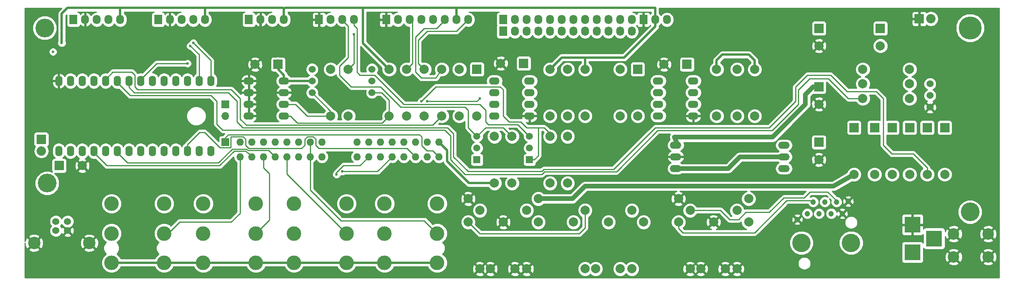
<source format=gbl>
G04 #@! TF.FileFunction,Copper,L2,Bot,Signal*
%FSLAX46Y46*%
G04 Gerber Fmt 4.6, Leading zero omitted, Abs format (unit mm)*
G04 Created by KiCad (PCBNEW 4.0.2-stable) date woensdag 06 september 2017 16:50:35*
%MOMM*%
G01*
G04 APERTURE LIST*
%ADD10C,0.100000*%
%ADD11R,3.500120X3.500120*%
%ADD12R,1.727200X2.032000*%
%ADD13O,1.727200X2.032000*%
%ADD14C,1.524000*%
%ADD15C,2.700020*%
%ADD16C,1.998980*%
%ADD17O,2.300000X1.600000*%
%ADD18C,3.175000*%
%ADD19C,4.064000*%
%ADD20C,5.000000*%
%ADD21O,2.499360X1.501140*%
%ADD22C,2.500000*%
%ADD23C,2.000000*%
%ADD24R,2.032000X2.032000*%
%ADD25O,2.032000X2.032000*%
%ADD26O,1.600000X1.600000*%
%ADD27O,1.600000X2.300000*%
%ADD28C,1.200000*%
%ADD29C,4.000000*%
%ADD30R,2.000000X2.000000*%
%ADD31R,1.700000X1.700000*%
%ADD32O,1.700000X1.700000*%
%ADD33C,1.520000*%
%ADD34R,1.520000X1.520000*%
%ADD35C,0.600000*%
%ADD36C,1.000000*%
%ADD37C,0.500000*%
%ADD38C,0.250000*%
%ADD39C,0.254000*%
G04 APERTURE END LIST*
D10*
D11*
X220990000Y-127784860D03*
X220990000Y-133784340D03*
X225689000Y-130784600D03*
D12*
X76835000Y-83185000D03*
D13*
X79375000Y-83185000D03*
X81915000Y-83185000D03*
X84455000Y-83185000D03*
D12*
X38735000Y-83185000D03*
D13*
X41275000Y-83185000D03*
X43815000Y-83185000D03*
X46355000Y-83185000D03*
X48895000Y-83185000D03*
D12*
X57150000Y-83185000D03*
D13*
X59690000Y-83185000D03*
X62230000Y-83185000D03*
X64770000Y-83185000D03*
X67310000Y-83185000D03*
D12*
X106680000Y-83185000D03*
D13*
X109220000Y-83185000D03*
X111760000Y-83185000D03*
X114300000Y-83185000D03*
X116840000Y-83185000D03*
X119380000Y-83185000D03*
X121920000Y-83185000D03*
X124460000Y-83185000D03*
D14*
X34925000Y-127061000D03*
X37465000Y-127061000D03*
X37465000Y-129059980D03*
X34925000Y-129059980D03*
D15*
X30195520Y-131760000D03*
X42194480Y-131760000D03*
D16*
X149870000Y-93980000D03*
X149870000Y-104140000D03*
X210195000Y-93980000D03*
X220355000Y-93980000D03*
X210185000Y-100330000D03*
X220345000Y-100330000D03*
X122555000Y-93980000D03*
X122555000Y-104140000D03*
X157490000Y-93980000D03*
X157490000Y-104140000D03*
X182890000Y-93980000D03*
X182890000Y-104140000D03*
X146060000Y-93980000D03*
X146060000Y-104140000D03*
X186700000Y-93980000D03*
X186700000Y-104140000D03*
X142240000Y-93980000D03*
X142240000Y-104140000D03*
X178445000Y-93980000D03*
X178445000Y-104140000D03*
X107315000Y-93980000D03*
X107315000Y-104140000D03*
X94615000Y-93980000D03*
X94615000Y-104140000D03*
X111125000Y-104140000D03*
X111125000Y-93980000D03*
X98425000Y-104140000D03*
X98425000Y-93980000D03*
X114935000Y-93980000D03*
X114935000Y-104140000D03*
D17*
X130175000Y-96520000D03*
X130175000Y-99060000D03*
X130175000Y-101600000D03*
X130175000Y-104140000D03*
X137795000Y-104140000D03*
X137795000Y-101600000D03*
X137795000Y-99060000D03*
X137795000Y-96520000D03*
X165735000Y-96520000D03*
X165735000Y-99060000D03*
X165735000Y-101600000D03*
X165735000Y-104140000D03*
X173355000Y-104140000D03*
X173355000Y-101600000D03*
X173355000Y-99060000D03*
X173355000Y-96520000D03*
X76835000Y-96520000D03*
X76835000Y-99060000D03*
X76835000Y-101600000D03*
X76835000Y-104140000D03*
X84455000Y-104140000D03*
X84455000Y-101600000D03*
X84455000Y-99060000D03*
X84455000Y-96520000D03*
D18*
X117740000Y-123190000D03*
X117740000Y-136048800D03*
X106310000Y-136048900D03*
X106310000Y-123190100D03*
X117740000Y-129690000D03*
X106310000Y-129690100D03*
X98055000Y-123190000D03*
X98055000Y-136048800D03*
X86625000Y-136048900D03*
X86625000Y-123190100D03*
X98055000Y-129690000D03*
X86625000Y-129690100D03*
X78370000Y-123190000D03*
X78370000Y-136048800D03*
X66940000Y-136048900D03*
X66940000Y-123190100D03*
X78370000Y-129690000D03*
X66940000Y-129690100D03*
X58420000Y-123190000D03*
X58420000Y-136048800D03*
X46990000Y-136048900D03*
X46990000Y-123190100D03*
X58420000Y-129690000D03*
X46990000Y-129690100D03*
D19*
X32500000Y-85000000D03*
X233490000Y-125000000D03*
D20*
X233490000Y-85000000D03*
D19*
X33020000Y-118745000D03*
D21*
X193050000Y-113030000D03*
X193050000Y-115570000D03*
X193050000Y-110490000D03*
X169555000Y-113030000D03*
X169555000Y-115570000D03*
X169555000Y-110490000D03*
D14*
X224790000Y-99695000D03*
X224790000Y-102235000D03*
X224790000Y-97155000D03*
X103570000Y-96520000D03*
X103570000Y-93980000D03*
X103570000Y-99060000D03*
X90570000Y-96520000D03*
X90570000Y-93980000D03*
X90570000Y-99060000D03*
D12*
X132080000Y-83185000D03*
D13*
X134620000Y-83185000D03*
X137160000Y-83185000D03*
X139700000Y-83185000D03*
X142240000Y-83185000D03*
X144780000Y-83185000D03*
X147320000Y-83185000D03*
X149860000Y-83185000D03*
X152400000Y-83185000D03*
X154940000Y-83185000D03*
X157480000Y-83185000D03*
X160020000Y-83185000D03*
D12*
X132080000Y-85725000D03*
D13*
X134620000Y-85725000D03*
X137160000Y-85725000D03*
X139700000Y-85725000D03*
X142240000Y-85725000D03*
X144780000Y-85725000D03*
X147320000Y-85725000D03*
X149860000Y-85725000D03*
X152400000Y-85725000D03*
X154940000Y-85725000D03*
X157480000Y-85725000D03*
X160020000Y-85725000D03*
D12*
X162560000Y-83185000D03*
D13*
X165100000Y-83185000D03*
X167640000Y-83185000D03*
D22*
X229920000Y-134790000D03*
X229920000Y-129790000D03*
X237420000Y-134790000D03*
X237420000Y-129790000D03*
D23*
X160030000Y-137370000D03*
X149870000Y-137370000D03*
X147330000Y-127210000D03*
X149870000Y-124670000D03*
X154950000Y-127210000D03*
X160030000Y-124670000D03*
X162570000Y-127210000D03*
X157490000Y-137370000D03*
X152156000Y-137370000D03*
X170151900Y-122135900D03*
X185391900Y-122135900D03*
X170151900Y-127215900D03*
X172691900Y-124675900D03*
X177771900Y-127215900D03*
X182851900Y-124675900D03*
X185391900Y-127215900D03*
X180311900Y-137375900D03*
X174977900Y-137375900D03*
X182851900Y-137375900D03*
X172691900Y-137375900D03*
X124470000Y-122130000D03*
X139710000Y-122130000D03*
X124470000Y-127210000D03*
X127010000Y-124670000D03*
X132090000Y-127210000D03*
X137170000Y-124670000D03*
X139710000Y-127210000D03*
X134630000Y-137370000D03*
X129296000Y-137370000D03*
X137170000Y-137370000D03*
X127010000Y-137370000D03*
D24*
X222460000Y-83000000D03*
D25*
X225000000Y-83000000D03*
D12*
X92075000Y-83185000D03*
D13*
X94615000Y-83185000D03*
X97155000Y-83185000D03*
X99695000Y-83185000D03*
D26*
X74940000Y-113030000D03*
X77480000Y-113030000D03*
X100340000Y-113030000D03*
X102880000Y-113030000D03*
X80020000Y-113030000D03*
X82560000Y-113030000D03*
X105420000Y-113030000D03*
X107960000Y-113030000D03*
X85100000Y-113030000D03*
X87640000Y-113030000D03*
X110500000Y-113030000D03*
X113040000Y-113030000D03*
X90180000Y-113030000D03*
X92720000Y-113030000D03*
X115580000Y-113030000D03*
X118120000Y-113030000D03*
X74940000Y-109855000D03*
X77480000Y-109855000D03*
X100340000Y-109855000D03*
X102880000Y-109855000D03*
X80020000Y-109855000D03*
X82560000Y-109855000D03*
X105420000Y-109855000D03*
X107960000Y-109855000D03*
X85100000Y-109855000D03*
X87640000Y-109855000D03*
X110500000Y-109855000D03*
X113040000Y-109855000D03*
X90180000Y-109855000D03*
X92720000Y-109855000D03*
X115580000Y-109855000D03*
X118120000Y-109855000D03*
D16*
X118745000Y-93980000D03*
X118745000Y-104140000D03*
D27*
X43180000Y-96520000D03*
X40640000Y-96520000D03*
X38100000Y-96520000D03*
X35560000Y-96520000D03*
X45720000Y-96520000D03*
X48260000Y-96520000D03*
X50800000Y-96520000D03*
X53340000Y-96520000D03*
X55880000Y-96520000D03*
X58420000Y-96520000D03*
X60960000Y-96520000D03*
X63500000Y-96520000D03*
X66040000Y-96520000D03*
X68580000Y-96520000D03*
X68580000Y-111760000D03*
X66040000Y-111760000D03*
X63500000Y-111760000D03*
X60960000Y-111760000D03*
X58420000Y-111760000D03*
X55880000Y-111760000D03*
X53340000Y-111760000D03*
X50800000Y-111760000D03*
X48260000Y-111760000D03*
X45720000Y-111760000D03*
X43180000Y-111760000D03*
X40640000Y-111760000D03*
X38100000Y-111760000D03*
X35560000Y-111760000D03*
D24*
X31760000Y-109220000D03*
D25*
X31760000Y-111760000D03*
D28*
X198130000Y-125374400D03*
X199400000Y-122834400D03*
X200670000Y-125374400D03*
X201940000Y-122834400D03*
X203337000Y-125374400D03*
X204480000Y-122834400D03*
X205750000Y-125374400D03*
X207020000Y-122707400D03*
X195971000Y-126644400D03*
D29*
X196860000Y-131724400D03*
X207655000Y-131724400D03*
D30*
X200670000Y-85090000D03*
D23*
X200670000Y-88890000D03*
D30*
X200660000Y-97790000D03*
D23*
X200660000Y-101590000D03*
D30*
X200660000Y-109855000D03*
D23*
X200660000Y-113655000D03*
X208292540Y-116840520D03*
D30*
X208292540Y-106680520D03*
D23*
X220357540Y-116840520D03*
D30*
X220357540Y-106680520D03*
D23*
X224167540Y-116840520D03*
D30*
X224167540Y-106680520D03*
D23*
X227977540Y-116840520D03*
D30*
X227977540Y-106680520D03*
D23*
X126367540Y-104140520D03*
D30*
X126367540Y-93980520D03*
D23*
X161300000Y-104140000D03*
D30*
X161300000Y-93980000D03*
X35650000Y-114935000D03*
D23*
X40650000Y-114935000D03*
D30*
X83185000Y-92920000D03*
D23*
X78185000Y-92920000D03*
D30*
X136535000Y-92710000D03*
D23*
X131535000Y-92710000D03*
D30*
X172005000Y-92920000D03*
D23*
X167005000Y-92920000D03*
D31*
X71765000Y-109855000D03*
D30*
X214005000Y-85090000D03*
D23*
X214005000Y-88890000D03*
D31*
X71765000Y-101600000D03*
D32*
X71765000Y-104140000D03*
D33*
X126375000Y-111125000D03*
X126375000Y-108585000D03*
D34*
X126375000Y-113665000D03*
D33*
X137805000Y-111125000D03*
X137805000Y-108585000D03*
D34*
X137805000Y-113665000D03*
D23*
X212737540Y-116840520D03*
D30*
X212737540Y-106680520D03*
D23*
X216547540Y-116840520D03*
D30*
X216547540Y-106680520D03*
D16*
X210195000Y-97155000D03*
X220355000Y-97155000D03*
X130185000Y-108585000D03*
X130185000Y-118745000D03*
X142250000Y-108585000D03*
X142250000Y-118745000D03*
X133995000Y-118745000D03*
X133995000Y-108585000D03*
X146060000Y-118745000D03*
X146060000Y-108585000D03*
D35*
X92075000Y-83185000D03*
X36205000Y-88265000D03*
X34300000Y-90170000D03*
X63510000Y-92710000D03*
X95895000Y-116840000D03*
X97165000Y-116205000D03*
X64145000Y-88900000D03*
X64780000Y-88265000D03*
X99705000Y-86360000D03*
X114310000Y-100965000D03*
X127010000Y-100330000D03*
X115580000Y-100965000D03*
D36*
X180975000Y-115570000D02*
X183515000Y-113030000D01*
X183515000Y-113030000D02*
X193050000Y-113030000D01*
X169555000Y-115570000D02*
X180975000Y-115570000D01*
D37*
X80399000Y-85725000D02*
X83195000Y-85725000D01*
X79375000Y-83185000D02*
X79375000Y-84701000D01*
X79375000Y-84701000D02*
X80399000Y-85725000D01*
D36*
X197740000Y-99450000D02*
X199400000Y-97790000D01*
X199400000Y-97790000D02*
X200660000Y-97790000D01*
X197740000Y-101600000D02*
X190600570Y-108739430D01*
X197740000Y-101600000D02*
X197740000Y-99450000D01*
X190600570Y-108739430D02*
X169254680Y-108739430D01*
X169254680Y-108739430D02*
X170054110Y-110490000D01*
X170054110Y-110490000D02*
X169555000Y-110490000D01*
X139710000Y-122130000D02*
X147120000Y-122130000D01*
X147120000Y-122130000D02*
X149870000Y-119380000D01*
X149870000Y-119380000D02*
X203845000Y-119380000D01*
X203845000Y-119380000D02*
X208292540Y-116840520D01*
D38*
X121295000Y-113030000D02*
X124470000Y-116205000D01*
X74305000Y-105421410D02*
X75563590Y-106680000D01*
X50800000Y-96520000D02*
X50800000Y-97920000D01*
X50800000Y-97920000D02*
X51940000Y-99060000D01*
X140470846Y-116205000D02*
X140905869Y-115769977D01*
X120025000Y-106680000D02*
X121295000Y-107950000D01*
X51940000Y-99060000D02*
X72400000Y-99060000D01*
X198130000Y-95250000D02*
X203210000Y-95250000D01*
X72400000Y-99060000D02*
X74305000Y-100965000D01*
X221136233Y-112395000D02*
X224167540Y-115426307D01*
X74305000Y-100965000D02*
X74305000Y-105421410D01*
X75563590Y-106680000D02*
X120025000Y-106680000D01*
X121295000Y-107950000D02*
X121295000Y-113030000D01*
X140905869Y-115769977D02*
X156020023Y-115769977D01*
X206766000Y-98806000D02*
X213116000Y-98806000D01*
X124470000Y-116205000D02*
X140470846Y-116205000D01*
X156020023Y-115769977D02*
X165110000Y-106680000D01*
X165110000Y-106680000D02*
X189875000Y-106680000D01*
X189875000Y-106680000D02*
X195590000Y-100965000D01*
X195590000Y-100965000D02*
X195590000Y-97790000D01*
X214640000Y-100330000D02*
X214640000Y-110490000D01*
X195590000Y-97790000D02*
X198130000Y-95250000D01*
X203210000Y-95250000D02*
X206766000Y-98806000D01*
X213116000Y-98806000D02*
X214640000Y-100330000D01*
X224167540Y-115426307D02*
X224167540Y-116840520D01*
X214640000Y-110490000D02*
X216545000Y-112395000D01*
X216545000Y-112395000D02*
X221136233Y-112395000D01*
X149870000Y-128480000D02*
X149870000Y-124670000D01*
X148600000Y-129750000D02*
X149870000Y-128480000D01*
X127010000Y-129750000D02*
X148600000Y-129750000D01*
X124470000Y-127210000D02*
X127010000Y-129750000D01*
X186700000Y-129540000D02*
X193685000Y-122555000D01*
X193685000Y-122555000D02*
X199400000Y-122555000D01*
X171105787Y-129540000D02*
X186700000Y-129540000D01*
X170190000Y-127210000D02*
X170190000Y-128624213D01*
X170190000Y-128624213D02*
X171105787Y-129540000D01*
D37*
X179705000Y-90805000D02*
X185430000Y-90805000D01*
X186700000Y-92075000D02*
X185430000Y-90805000D01*
X186700000Y-93980000D02*
X186700000Y-92075000D01*
X144780000Y-91440000D02*
X149870000Y-91440000D01*
X149870000Y-91440000D02*
X152400000Y-91440000D01*
X149870000Y-93980000D02*
X149870000Y-91440000D01*
X152400000Y-91440000D02*
X156210000Y-91440000D01*
X119884989Y-113986020D02*
X119884989Y-111619989D01*
X119884989Y-111619989D02*
X118120000Y-109855000D01*
X130185000Y-118745000D02*
X124643969Y-118745000D01*
X124643969Y-118745000D02*
X119884989Y-113986020D01*
X101610000Y-80645000D02*
X121920000Y-80645000D01*
X84675000Y-80645000D02*
X101610000Y-80645000D01*
X101610000Y-80645000D02*
X101610000Y-88275000D01*
X101610000Y-88275000D02*
X107315000Y-93980000D01*
X36205000Y-81915000D02*
X36205000Y-88265000D01*
X84455000Y-96520000D02*
X90570000Y-96520000D01*
X48905000Y-80645000D02*
X37475000Y-80645000D01*
X37475000Y-80645000D02*
X36205000Y-81915000D01*
X67310000Y-80645000D02*
X84255000Y-80645000D01*
X84255000Y-80645000D02*
X84465000Y-80855000D01*
X84465000Y-80855000D02*
X84455000Y-80865000D01*
X84455000Y-80865000D02*
X84455000Y-83185000D01*
X84465000Y-80855000D02*
X84675000Y-80645000D01*
X67310000Y-80645000D02*
X48905000Y-80645000D01*
X48895000Y-83185000D02*
X48895000Y-80655000D01*
X48895000Y-80655000D02*
X48905000Y-80645000D01*
X178445000Y-93980000D02*
X178435000Y-92075000D01*
X67310000Y-83185000D02*
X67310000Y-80645000D01*
X84455000Y-95220000D02*
X83215000Y-93980000D01*
X84455000Y-96520000D02*
X84455000Y-95220000D01*
X178435000Y-92075000D02*
X179705000Y-90805000D01*
X83215000Y-93980000D02*
X83215000Y-93375000D01*
X121920000Y-83337400D02*
X121920000Y-83185000D01*
X83215000Y-93375000D02*
X83185000Y-93345000D01*
X83185000Y-92075000D02*
X83185000Y-93345000D01*
X67310000Y-83032600D02*
X67310000Y-83185000D01*
X142240000Y-93980000D02*
X144780000Y-91440000D01*
X165100000Y-83185000D02*
X165100000Y-80645000D01*
X121920000Y-83185000D02*
X121920000Y-80645000D01*
X121920000Y-80645000D02*
X165100000Y-80645000D01*
X165100000Y-83185000D02*
X165100000Y-84701000D01*
X158361000Y-91440000D02*
X156210000Y-91440000D01*
X165100000Y-84701000D02*
X158361000Y-91440000D01*
D38*
X56800000Y-92710000D02*
X63510000Y-92710000D01*
X53340000Y-96170000D02*
X56800000Y-92710000D01*
X53340000Y-96520000D02*
X53340000Y-96170000D01*
X114935000Y-93980000D02*
X113675000Y-92720000D01*
X113675000Y-92720000D02*
X113675000Y-87630000D01*
X113675000Y-87630000D02*
X115580000Y-85725000D01*
X115580000Y-85725000D02*
X121920000Y-85725000D01*
X121920000Y-85725000D02*
X124460000Y-83185000D01*
X107315000Y-100701000D02*
X105674000Y-99060000D01*
X105674000Y-99060000D02*
X103570000Y-99060000D01*
X107315000Y-104140000D02*
X107315000Y-100701000D01*
X84455000Y-104140000D02*
X85855000Y-104140000D01*
X85855000Y-104140000D02*
X87379491Y-105664491D01*
X87379491Y-105664491D02*
X105790509Y-105664491D01*
X105790509Y-105664491D02*
X107315000Y-104140000D01*
X84455000Y-104140000D02*
X84105000Y-104140000D01*
X107315000Y-103505000D02*
X107315000Y-104140000D01*
X90570000Y-99060000D02*
X94615000Y-103105000D01*
X94615000Y-103105000D02*
X94615000Y-104140000D01*
X89535000Y-104140000D02*
X94615000Y-104140000D01*
X86995000Y-101600000D02*
X84455000Y-101600000D01*
X86995000Y-101600000D02*
X89535000Y-104140000D01*
X71130000Y-107188000D02*
X119390000Y-107188000D01*
X140472257Y-116840000D02*
X141092269Y-116219988D01*
X68590000Y-99695000D02*
X69860000Y-100965000D01*
X69860000Y-105918000D02*
X71130000Y-107188000D01*
X48260000Y-96520000D02*
X48260000Y-96870000D01*
X48260000Y-96870000D02*
X51085000Y-99695000D01*
X51085000Y-99695000D02*
X68590000Y-99695000D01*
X69860000Y-100965000D02*
X69860000Y-105918000D01*
X123835000Y-116840000D02*
X140472257Y-116840000D01*
X156713012Y-116219988D02*
X165618000Y-107315000D01*
X120660000Y-108458000D02*
X120660000Y-113665000D01*
X119390000Y-107188000D02*
X120660000Y-108458000D01*
X120660000Y-113665000D02*
X123835000Y-116840000D01*
X141092269Y-116219988D02*
X156713012Y-116219988D01*
X165618000Y-107315000D02*
X190501410Y-107315000D01*
X190501410Y-107315000D02*
X196216410Y-101600000D01*
X196216410Y-101600000D02*
X196216410Y-98433590D01*
X196216410Y-98433590D02*
X198638000Y-96012000D01*
X198638000Y-96012000D02*
X202702000Y-96012000D01*
X202702000Y-96012000D02*
X207020000Y-100330000D01*
X207020000Y-100330000D02*
X210185000Y-100330000D01*
X76621178Y-112230001D02*
X76680001Y-112230001D01*
X76151177Y-111760000D02*
X76621178Y-112230001D01*
X73660000Y-111760000D02*
X76151177Y-111760000D01*
X43180000Y-111760000D02*
X43180000Y-112110000D01*
X70485000Y-114935000D02*
X73660000Y-111760000D01*
X46005000Y-114935000D02*
X70485000Y-114935000D01*
X43180000Y-112110000D02*
X46005000Y-114935000D01*
X76680001Y-112230001D02*
X77480000Y-113030000D01*
X97375736Y-114935000D02*
X95895000Y-116415736D01*
X102880000Y-113030000D02*
X100975000Y-114935000D01*
X95895000Y-116415736D02*
X95895000Y-116840000D01*
X100975000Y-114935000D02*
X97375736Y-114935000D01*
X76657599Y-111630012D02*
X81160012Y-111630012D01*
X81160012Y-111630012D02*
X82560000Y-113030000D01*
X70241413Y-114300000D02*
X73231424Y-111309989D01*
X76337577Y-111309989D02*
X76657599Y-111630012D01*
X50450000Y-114300000D02*
X70241413Y-114300000D01*
X48260000Y-112110000D02*
X50450000Y-114300000D01*
X48260000Y-111760000D02*
X48260000Y-112110000D01*
X73231424Y-111309989D02*
X76337577Y-111309989D01*
X107960000Y-113030000D02*
X104785000Y-116205000D01*
X104785000Y-116205000D02*
X97165000Y-116205000D01*
X72940001Y-110965001D02*
X72940001Y-108744999D01*
X63500000Y-110360000D02*
X66164000Y-107696000D01*
X73030990Y-108654010D02*
X75590010Y-108654010D01*
X92083999Y-111180001D02*
X111190001Y-111180001D01*
X76843999Y-111180001D02*
X88276001Y-111180001D01*
X111190001Y-111180001D02*
X113040000Y-113030000D01*
X89529990Y-108654010D02*
X90830010Y-108654010D01*
X76154999Y-109218999D02*
X76154999Y-110491001D01*
X91394999Y-110491001D02*
X92083999Y-111180001D01*
X91394999Y-109218999D02*
X91394999Y-110491001D01*
X90830010Y-108654010D02*
X91394999Y-109218999D01*
X88965001Y-109218999D02*
X89529990Y-108654010D01*
X88965001Y-110491001D02*
X88965001Y-109218999D01*
X88276001Y-111180001D02*
X88965001Y-110491001D01*
X76154999Y-110491001D02*
X76843999Y-111180001D01*
X75590010Y-108654010D02*
X76154999Y-109218999D01*
X72940001Y-108744999D02*
X73030990Y-108654010D01*
X72875001Y-111030001D02*
X72940001Y-110965001D01*
X70548001Y-111030001D02*
X72875001Y-111030001D01*
X67214000Y-107696000D02*
X70548001Y-111030001D01*
X63500000Y-111760000D02*
X63500000Y-110360000D01*
X66164000Y-107696000D02*
X67214000Y-107696000D01*
X66040000Y-111760000D02*
X66040000Y-112110000D01*
X66040000Y-90795000D02*
X64145000Y-88900000D01*
X66040000Y-96520000D02*
X66040000Y-90795000D01*
X74940000Y-113030000D02*
X74930000Y-125315000D01*
X74930000Y-125315000D02*
X73035000Y-127210000D01*
X73035000Y-127210000D02*
X61800000Y-127210000D01*
X61800000Y-127210000D02*
X59320000Y-129690000D01*
X81280000Y-116701370D02*
X81280000Y-126780000D01*
X81280000Y-126780000D02*
X78370000Y-129690000D01*
X80020000Y-113030000D02*
X80010000Y-115431370D01*
X80010000Y-115431370D02*
X81280000Y-116701370D01*
X85100000Y-113030000D02*
X85090000Y-116725000D01*
X85090000Y-116725000D02*
X98055000Y-129690000D01*
X90180000Y-113030000D02*
X90180000Y-109855000D01*
X114945000Y-126895000D02*
X117740000Y-129690000D01*
X90170000Y-120215000D02*
X96850000Y-126895000D01*
X96850000Y-126895000D02*
X114945000Y-126895000D01*
X90180000Y-113030000D02*
X90170000Y-120215000D01*
X68580000Y-92065000D02*
X64780000Y-88265000D01*
X68580000Y-96520000D02*
X68580000Y-92065000D01*
X111125000Y-93980000D02*
X112405000Y-92700000D01*
X112405000Y-92700000D02*
X112405000Y-83830000D01*
X112405000Y-83830000D02*
X111760000Y-83185000D01*
X99705000Y-92700000D02*
X99705000Y-86360000D01*
X98425000Y-93980000D02*
X99705000Y-92700000D01*
D37*
X98055000Y-136048800D02*
X106309900Y-136048800D01*
X106309900Y-136048800D02*
X106310000Y-136048900D01*
X86625000Y-136048900D02*
X98054900Y-136048900D01*
X98054900Y-136048900D02*
X98055000Y-136048800D01*
X78370000Y-136048800D02*
X86624900Y-136048800D01*
X86624900Y-136048800D02*
X86625000Y-136048900D01*
X106310000Y-136048900D02*
X117739900Y-136048900D01*
X117739900Y-136048900D02*
X117740000Y-136048800D01*
X66940000Y-136048900D02*
X78369900Y-136048900D01*
X78369900Y-136048900D02*
X78370000Y-136048800D01*
X59320000Y-136048800D02*
X66939900Y-136048800D01*
X66939900Y-136048800D02*
X66940000Y-136048900D01*
X47890000Y-136048900D02*
X59319900Y-136048900D01*
X59319900Y-136048900D02*
X59320000Y-136048800D01*
D38*
X183100000Y-124880000D02*
X182890000Y-124670000D01*
X204480000Y-122555000D02*
X202575000Y-120650000D01*
X198765000Y-120650000D02*
X197495000Y-121920000D01*
X202575000Y-120650000D02*
X198765000Y-120650000D01*
X189875000Y-125095000D02*
X184795000Y-125095000D01*
X197495000Y-121920000D02*
X193050000Y-121920000D01*
X181251002Y-126631002D02*
X179290000Y-124670000D01*
X193050000Y-121920000D02*
X189875000Y-125095000D01*
X184795000Y-125095000D02*
X183258998Y-126631002D01*
X183258998Y-126631002D02*
X181251002Y-126631002D01*
X179290000Y-124670000D02*
X172730000Y-124670000D01*
X119380000Y-83185000D02*
X119380000Y-83337400D01*
X119380000Y-83337400D02*
X117627400Y-85090000D01*
X117627400Y-85090000D02*
X114935000Y-85090000D01*
X114935000Y-85090000D02*
X113030000Y-86995000D01*
X113030000Y-86995000D02*
X113030000Y-94615000D01*
X113030000Y-94615000D02*
X114300000Y-95885000D01*
X114300000Y-95885000D02*
X117475000Y-95885000D01*
X117475000Y-95885000D02*
X118745000Y-93980000D01*
X45720000Y-96520000D02*
X45720000Y-96170000D01*
X45720000Y-96170000D02*
X47275000Y-94615000D01*
X47275000Y-94615000D02*
X51435000Y-94615000D01*
X52070000Y-95250000D02*
X52070000Y-97790000D01*
X51435000Y-94615000D02*
X52070000Y-95250000D01*
X52070000Y-97790000D02*
X52705000Y-98425000D01*
X73035000Y-98425000D02*
X74940000Y-100330000D01*
X74940000Y-100330000D02*
X74940000Y-104785000D01*
X52705000Y-98425000D02*
X73035000Y-98425000D01*
X74940000Y-104785000D02*
X76269502Y-106114502D01*
X76269502Y-106114502D02*
X116770498Y-106114502D01*
X116770498Y-106114502D02*
X118745000Y-104140000D01*
X45720000Y-96520000D02*
X45720000Y-96870000D01*
X71765000Y-109855000D02*
X71765000Y-108839000D01*
X71765000Y-108839000D02*
X72400000Y-108204000D01*
X72400000Y-108204000D02*
X113929000Y-108204000D01*
X113929000Y-108204000D02*
X114365001Y-108640001D01*
X114365001Y-108640001D02*
X114365001Y-110545001D01*
X114365001Y-110545001D02*
X115524999Y-111704999D01*
X115524999Y-111704999D02*
X116794999Y-111704999D01*
X116794999Y-111704999D02*
X118120000Y-113030000D01*
X126375000Y-108585000D02*
X128280000Y-106680000D01*
X128280000Y-106680000D02*
X132090000Y-106680000D01*
X132090000Y-106680000D02*
X133995000Y-108585000D01*
X126375000Y-108585000D02*
X124470000Y-106680000D01*
X109865000Y-102235000D02*
X105437001Y-97807001D01*
X98435000Y-84617400D02*
X97155000Y-83337400D01*
X124470000Y-106680000D02*
X124470000Y-102870000D01*
X123835000Y-102235000D02*
X109865000Y-102235000D01*
X124470000Y-102870000D02*
X123835000Y-102235000D01*
X96530000Y-93345000D02*
X98435000Y-91440000D01*
X105437001Y-97807001D02*
X99087001Y-97807001D01*
X99087001Y-97807001D02*
X96530000Y-95250000D01*
X96530000Y-95250000D02*
X96530000Y-93345000D01*
X98435000Y-91440000D02*
X98435000Y-84617400D01*
X97155000Y-83337400D02*
X97155000Y-83185000D01*
X99695000Y-83185000D02*
X99695000Y-84451000D01*
X99695000Y-84451000D02*
X100340000Y-85096000D01*
X100340000Y-85096000D02*
X100340000Y-94615000D01*
X100340000Y-94615000D02*
X100957999Y-95232999D01*
X110500000Y-101600000D02*
X127010000Y-101600000D01*
X100957999Y-95232999D02*
X104132999Y-95232999D01*
X104132999Y-95232999D02*
X110500000Y-101600000D01*
X127010000Y-101600000D02*
X128280000Y-102870000D01*
X128280000Y-102870000D02*
X128280000Y-105410000D01*
X128280000Y-105410000D02*
X128915000Y-106045000D01*
X135265000Y-106045000D02*
X137805000Y-108585000D01*
X128915000Y-106045000D02*
X135265000Y-106045000D01*
X137170000Y-106680000D02*
X139710000Y-106680000D01*
X138815000Y-113665000D02*
X139710000Y-112770000D01*
X139710000Y-106680000D02*
X140980000Y-106680000D01*
X137805000Y-113665000D02*
X138815000Y-113665000D01*
X139710000Y-112770000D02*
X139710000Y-106680000D01*
X114310000Y-100965000D02*
X117485000Y-97790000D01*
X117485000Y-97790000D02*
X131455000Y-97790000D01*
X131455000Y-97790000D02*
X132090000Y-98425000D01*
X132090000Y-98425000D02*
X132090000Y-104140000D01*
X132090000Y-104140000D02*
X133360000Y-105410000D01*
X133360000Y-105410000D02*
X135900000Y-105410000D01*
X135900000Y-105410000D02*
X137170000Y-106680000D01*
X140980000Y-106680000D02*
X142250000Y-107950000D01*
X142250000Y-107950000D02*
X142250000Y-108585000D01*
X126375000Y-100965000D02*
X127010000Y-100330000D01*
X115580000Y-100965000D02*
X126375000Y-100965000D01*
D39*
G36*
X35579210Y-81289210D02*
X35387367Y-81576325D01*
X35387367Y-81576326D01*
X35319999Y-81915000D01*
X35320000Y-81915005D01*
X35320000Y-87958178D01*
X35270162Y-88078201D01*
X35269838Y-88450167D01*
X35411883Y-88793943D01*
X35674673Y-89057192D01*
X36018201Y-89199838D01*
X36390167Y-89200162D01*
X36733943Y-89058117D01*
X36997192Y-88795327D01*
X37139838Y-88451799D01*
X37140162Y-88079833D01*
X37090000Y-87958431D01*
X37090000Y-82281580D01*
X37229389Y-82142191D01*
X37223960Y-82169000D01*
X37223960Y-84201000D01*
X37268238Y-84436317D01*
X37407310Y-84652441D01*
X37619510Y-84797431D01*
X37871400Y-84848440D01*
X39598600Y-84848440D01*
X39833917Y-84804162D01*
X40050041Y-84665090D01*
X40195031Y-84452890D01*
X40214232Y-84358073D01*
X40372964Y-84535732D01*
X40900209Y-84789709D01*
X40915974Y-84792358D01*
X41148000Y-84671217D01*
X41148000Y-83312000D01*
X41128000Y-83312000D01*
X41128000Y-83058000D01*
X41148000Y-83058000D01*
X41148000Y-81698783D01*
X40915974Y-81577642D01*
X40900209Y-81580291D01*
X40372964Y-81834268D01*
X40216093Y-82009845D01*
X40201762Y-81933683D01*
X40062690Y-81717559D01*
X39850490Y-81572569D01*
X39640278Y-81530000D01*
X43672500Y-81530000D01*
X43241511Y-81615729D01*
X42755330Y-81940585D01*
X42548539Y-82250069D01*
X42177036Y-81834268D01*
X41649791Y-81580291D01*
X41634026Y-81577642D01*
X41402000Y-81698783D01*
X41402000Y-83058000D01*
X41422000Y-83058000D01*
X41422000Y-83312000D01*
X41402000Y-83312000D01*
X41402000Y-84671217D01*
X41634026Y-84792358D01*
X41649791Y-84789709D01*
X42177036Y-84535732D01*
X42548539Y-84119931D01*
X42755330Y-84429415D01*
X43241511Y-84754271D01*
X43815000Y-84868345D01*
X44388489Y-84754271D01*
X44874670Y-84429415D01*
X45085000Y-84114634D01*
X45295330Y-84429415D01*
X45781511Y-84754271D01*
X46355000Y-84868345D01*
X46928489Y-84754271D01*
X47414670Y-84429415D01*
X47625000Y-84114634D01*
X47835330Y-84429415D01*
X48321511Y-84754271D01*
X48895000Y-84868345D01*
X49468489Y-84754271D01*
X49954670Y-84429415D01*
X50279526Y-83943234D01*
X50393600Y-83369745D01*
X50393600Y-83000255D01*
X50279526Y-82426766D01*
X49954670Y-81940585D01*
X49780000Y-81823874D01*
X49780000Y-81530000D01*
X56241545Y-81530000D01*
X56051083Y-81565838D01*
X55834959Y-81704910D01*
X55689969Y-81917110D01*
X55638960Y-82169000D01*
X55638960Y-84201000D01*
X55683238Y-84436317D01*
X55822310Y-84652441D01*
X56034510Y-84797431D01*
X56286400Y-84848440D01*
X58013600Y-84848440D01*
X58248917Y-84804162D01*
X58465041Y-84665090D01*
X58610031Y-84452890D01*
X58629232Y-84358073D01*
X58787964Y-84535732D01*
X59315209Y-84789709D01*
X59330974Y-84792358D01*
X59563000Y-84671217D01*
X59563000Y-83312000D01*
X59543000Y-83312000D01*
X59543000Y-83058000D01*
X59563000Y-83058000D01*
X59563000Y-81698783D01*
X59330974Y-81577642D01*
X59315209Y-81580291D01*
X58787964Y-81834268D01*
X58631093Y-82009845D01*
X58616762Y-81933683D01*
X58477690Y-81717559D01*
X58265490Y-81572569D01*
X58055278Y-81530000D01*
X62087500Y-81530000D01*
X61656511Y-81615729D01*
X61170330Y-81940585D01*
X60963539Y-82250069D01*
X60592036Y-81834268D01*
X60064791Y-81580291D01*
X60049026Y-81577642D01*
X59817000Y-81698783D01*
X59817000Y-83058000D01*
X59837000Y-83058000D01*
X59837000Y-83312000D01*
X59817000Y-83312000D01*
X59817000Y-84671217D01*
X60049026Y-84792358D01*
X60064791Y-84789709D01*
X60592036Y-84535732D01*
X60963539Y-84119931D01*
X61170330Y-84429415D01*
X61656511Y-84754271D01*
X62230000Y-84868345D01*
X62803489Y-84754271D01*
X63289670Y-84429415D01*
X63500000Y-84114634D01*
X63710330Y-84429415D01*
X64196511Y-84754271D01*
X64770000Y-84868345D01*
X65343489Y-84754271D01*
X65829670Y-84429415D01*
X66040000Y-84114634D01*
X66250330Y-84429415D01*
X66736511Y-84754271D01*
X67310000Y-84868345D01*
X67883489Y-84754271D01*
X68369670Y-84429415D01*
X68694526Y-83943234D01*
X68808600Y-83369745D01*
X68808600Y-83000255D01*
X68694526Y-82426766D01*
X68369670Y-81940585D01*
X68195000Y-81823874D01*
X68195000Y-81530000D01*
X75926545Y-81530000D01*
X75736083Y-81565838D01*
X75519959Y-81704910D01*
X75374969Y-81917110D01*
X75323960Y-82169000D01*
X75323960Y-84201000D01*
X75368238Y-84436317D01*
X75507310Y-84652441D01*
X75719510Y-84797431D01*
X75971400Y-84848440D01*
X77698600Y-84848440D01*
X77933917Y-84804162D01*
X78150041Y-84665090D01*
X78295031Y-84452890D01*
X78314232Y-84358073D01*
X78472964Y-84535732D01*
X79000209Y-84789709D01*
X79015974Y-84792358D01*
X79248000Y-84671217D01*
X79248000Y-83312000D01*
X79228000Y-83312000D01*
X79228000Y-83058000D01*
X79248000Y-83058000D01*
X79248000Y-81698783D01*
X79015974Y-81577642D01*
X79000209Y-81580291D01*
X78472964Y-81834268D01*
X78316093Y-82009845D01*
X78301762Y-81933683D01*
X78162690Y-81717559D01*
X77950490Y-81572569D01*
X77740278Y-81530000D01*
X81772500Y-81530000D01*
X81341511Y-81615729D01*
X80855330Y-81940585D01*
X80648539Y-82250069D01*
X80277036Y-81834268D01*
X79749791Y-81580291D01*
X79734026Y-81577642D01*
X79502000Y-81698783D01*
X79502000Y-83058000D01*
X79522000Y-83058000D01*
X79522000Y-83312000D01*
X79502000Y-83312000D01*
X79502000Y-84671217D01*
X79734026Y-84792358D01*
X79749791Y-84789709D01*
X80277036Y-84535732D01*
X80648539Y-84119931D01*
X80855330Y-84429415D01*
X81341511Y-84754271D01*
X81915000Y-84868345D01*
X82488489Y-84754271D01*
X82974670Y-84429415D01*
X83185000Y-84114634D01*
X83395330Y-84429415D01*
X83881511Y-84754271D01*
X84455000Y-84868345D01*
X85028489Y-84754271D01*
X85514670Y-84429415D01*
X85839526Y-83943234D01*
X85933508Y-83470750D01*
X90576400Y-83470750D01*
X90576400Y-84327309D01*
X90673073Y-84560698D01*
X90851701Y-84739327D01*
X91085090Y-84836000D01*
X91789250Y-84836000D01*
X91948000Y-84677250D01*
X91948000Y-83312000D01*
X90735150Y-83312000D01*
X90576400Y-83470750D01*
X85933508Y-83470750D01*
X85953600Y-83369745D01*
X85953600Y-83000255D01*
X85839526Y-82426766D01*
X85582896Y-82042691D01*
X90576400Y-82042691D01*
X90576400Y-82899250D01*
X90735150Y-83058000D01*
X91948000Y-83058000D01*
X91948000Y-81692750D01*
X91789250Y-81534000D01*
X91085090Y-81534000D01*
X90851701Y-81630673D01*
X90673073Y-81809302D01*
X90576400Y-82042691D01*
X85582896Y-82042691D01*
X85514670Y-81940585D01*
X85340000Y-81823874D01*
X85340000Y-81530000D01*
X94472500Y-81530000D01*
X94041511Y-81615729D01*
X93555330Y-81940585D01*
X93540500Y-81962780D01*
X93476927Y-81809302D01*
X93298299Y-81630673D01*
X93064910Y-81534000D01*
X92360750Y-81534000D01*
X92202000Y-81692750D01*
X92202000Y-83058000D01*
X92222000Y-83058000D01*
X92222000Y-83312000D01*
X92202000Y-83312000D01*
X92202000Y-84677250D01*
X92360750Y-84836000D01*
X93064910Y-84836000D01*
X93298299Y-84739327D01*
X93476927Y-84560698D01*
X93540500Y-84407220D01*
X93555330Y-84429415D01*
X94041511Y-84754271D01*
X94615000Y-84868345D01*
X95188489Y-84754271D01*
X95674670Y-84429415D01*
X95885000Y-84114634D01*
X96095330Y-84429415D01*
X96581511Y-84754271D01*
X97155000Y-84868345D01*
X97535464Y-84792666D01*
X97675000Y-84932202D01*
X97675000Y-91125198D01*
X95992599Y-92807599D01*
X95896989Y-92950690D01*
X95542073Y-92595154D01*
X94941547Y-92345794D01*
X94291306Y-92345226D01*
X93690345Y-92593538D01*
X93230154Y-93052927D01*
X92980794Y-93653453D01*
X92980226Y-94303694D01*
X93228538Y-94904655D01*
X93687927Y-95364846D01*
X94288453Y-95614206D01*
X94938694Y-95614774D01*
X95539655Y-95366462D01*
X95770000Y-95136518D01*
X95770000Y-95250000D01*
X95827852Y-95540839D01*
X95992599Y-95787401D01*
X98549599Y-98344402D01*
X98714346Y-98454481D01*
X98796162Y-98509149D01*
X99087001Y-98567001D01*
X102262061Y-98567001D01*
X102173243Y-98780900D01*
X102172758Y-99336661D01*
X102384990Y-99850303D01*
X102777630Y-100243629D01*
X103290900Y-100456757D01*
X103846661Y-100457242D01*
X104360303Y-100245010D01*
X104753629Y-99852370D01*
X104767070Y-99820000D01*
X105359198Y-99820000D01*
X106555000Y-101015802D01*
X106555000Y-102685504D01*
X106390345Y-102753538D01*
X105930154Y-103212927D01*
X105680794Y-103813453D01*
X105680226Y-104463694D01*
X105749309Y-104630889D01*
X105475707Y-104904491D01*
X99877356Y-104904491D01*
X100059206Y-104466547D01*
X100059774Y-103816306D01*
X99811462Y-103215345D01*
X99352073Y-102755154D01*
X98751547Y-102505794D01*
X98101306Y-102505226D01*
X97500345Y-102753538D01*
X97040154Y-103212927D01*
X96790794Y-103813453D01*
X96790226Y-104463694D01*
X96972360Y-104904491D01*
X96067356Y-104904491D01*
X96249206Y-104466547D01*
X96249774Y-103816306D01*
X96001462Y-103215345D01*
X95542073Y-102755154D01*
X95176213Y-102603236D01*
X95152401Y-102567599D01*
X91954183Y-99369381D01*
X91966757Y-99339100D01*
X91967242Y-98783339D01*
X91755010Y-98269697D01*
X91362370Y-97876371D01*
X91154488Y-97790051D01*
X91360303Y-97705010D01*
X91753629Y-97312370D01*
X91966757Y-96799100D01*
X91967242Y-96243339D01*
X91755010Y-95729697D01*
X91362370Y-95336371D01*
X91154488Y-95250051D01*
X91360303Y-95165010D01*
X91753629Y-94772370D01*
X91966757Y-94259100D01*
X91967242Y-93703339D01*
X91755010Y-93189697D01*
X91362370Y-92796371D01*
X90849100Y-92583243D01*
X90293339Y-92582758D01*
X89779697Y-92794990D01*
X89386371Y-93187630D01*
X89173243Y-93700900D01*
X89172758Y-94256661D01*
X89384990Y-94770303D01*
X89777630Y-95163629D01*
X89985512Y-95249949D01*
X89779697Y-95334990D01*
X89479163Y-95635000D01*
X85941330Y-95635000D01*
X85854668Y-95505302D01*
X85389121Y-95194233D01*
X85332641Y-95182998D01*
X85277274Y-94904655D01*
X85272633Y-94881325D01*
X85080790Y-94594210D01*
X85080787Y-94594208D01*
X84731519Y-94244939D01*
X84781431Y-94171890D01*
X84832440Y-93920000D01*
X84832440Y-91920000D01*
X84788162Y-91684683D01*
X84649090Y-91468559D01*
X84436890Y-91323569D01*
X84185000Y-91272560D01*
X83546413Y-91272560D01*
X83523675Y-91257367D01*
X83185000Y-91190000D01*
X82846325Y-91257367D01*
X82823587Y-91272560D01*
X82185000Y-91272560D01*
X81949683Y-91316838D01*
X81733559Y-91455910D01*
X81588569Y-91668110D01*
X81537560Y-91920000D01*
X81537560Y-93920000D01*
X81581838Y-94155317D01*
X81720910Y-94371441D01*
X81933110Y-94516431D01*
X82185000Y-94567440D01*
X82563585Y-94567440D01*
X82581473Y-94594210D01*
X82589210Y-94605790D01*
X83315131Y-95331710D01*
X83055332Y-95505302D01*
X82744263Y-95970849D01*
X82635030Y-96520000D01*
X82744263Y-97069151D01*
X83055332Y-97534698D01*
X83433151Y-97787149D01*
X83000500Y-98135104D01*
X82730633Y-98628181D01*
X82713096Y-98710961D01*
X82835085Y-98933000D01*
X84328000Y-98933000D01*
X84328000Y-98913000D01*
X84582000Y-98913000D01*
X84582000Y-98933000D01*
X86074915Y-98933000D01*
X86196904Y-98710961D01*
X86179367Y-98628181D01*
X85909500Y-98135104D01*
X85476849Y-97787149D01*
X85854668Y-97534698D01*
X85941330Y-97405000D01*
X89479522Y-97405000D01*
X89777630Y-97703629D01*
X89985512Y-97789949D01*
X89779697Y-97874990D01*
X89386371Y-98267630D01*
X89173243Y-98780900D01*
X89172758Y-99336661D01*
X89384990Y-99850303D01*
X89777630Y-100243629D01*
X90290900Y-100456757D01*
X90846661Y-100457242D01*
X90879055Y-100443857D01*
X93439322Y-103004124D01*
X93230154Y-103212927D01*
X93160779Y-103380000D01*
X89849802Y-103380000D01*
X87532401Y-101062599D01*
X87285839Y-100897852D01*
X86995000Y-100840000D01*
X86024852Y-100840000D01*
X85854668Y-100585302D01*
X85476849Y-100332851D01*
X85909500Y-99984896D01*
X86179367Y-99491819D01*
X86196904Y-99409039D01*
X86074915Y-99187000D01*
X84582000Y-99187000D01*
X84582000Y-99207000D01*
X84328000Y-99207000D01*
X84328000Y-99187000D01*
X82835085Y-99187000D01*
X82713096Y-99409039D01*
X82730633Y-99491819D01*
X83000500Y-99984896D01*
X83433151Y-100332851D01*
X83055332Y-100585302D01*
X82744263Y-101050849D01*
X82635030Y-101600000D01*
X82744263Y-102149151D01*
X83055332Y-102614698D01*
X83437418Y-102870000D01*
X83055332Y-103125302D01*
X82744263Y-103590849D01*
X82635030Y-104140000D01*
X82744263Y-104689151D01*
X83055332Y-105154698D01*
X83354359Y-105354502D01*
X77929400Y-105354502D01*
X78289500Y-105064896D01*
X78559367Y-104571819D01*
X78576904Y-104489039D01*
X78454915Y-104267000D01*
X76962000Y-104267000D01*
X76962000Y-104287000D01*
X76708000Y-104287000D01*
X76708000Y-104267000D01*
X76688000Y-104267000D01*
X76688000Y-104013000D01*
X76708000Y-104013000D01*
X76708000Y-101727000D01*
X76962000Y-101727000D01*
X76962000Y-104013000D01*
X78454915Y-104013000D01*
X78576904Y-103790961D01*
X78559367Y-103708181D01*
X78289500Y-103215104D01*
X77860393Y-102870000D01*
X78289500Y-102524896D01*
X78559367Y-102031819D01*
X78576904Y-101949039D01*
X78454915Y-101727000D01*
X76962000Y-101727000D01*
X76708000Y-101727000D01*
X76688000Y-101727000D01*
X76688000Y-101473000D01*
X76708000Y-101473000D01*
X76708000Y-99187000D01*
X76962000Y-99187000D01*
X76962000Y-101473000D01*
X78454915Y-101473000D01*
X78576904Y-101250961D01*
X78559367Y-101168181D01*
X78289500Y-100675104D01*
X77860393Y-100330000D01*
X78289500Y-99984896D01*
X78559367Y-99491819D01*
X78576904Y-99409039D01*
X78454915Y-99187000D01*
X76962000Y-99187000D01*
X76708000Y-99187000D01*
X75215085Y-99187000D01*
X75093360Y-99408558D01*
X73572401Y-97887599D01*
X73325839Y-97722852D01*
X73035000Y-97665000D01*
X69764862Y-97665000D01*
X69905767Y-97454121D01*
X70015000Y-96904970D01*
X70015000Y-96869039D01*
X75093096Y-96869039D01*
X75110633Y-96951819D01*
X75380500Y-97444896D01*
X75809607Y-97790000D01*
X75380500Y-98135104D01*
X75110633Y-98628181D01*
X75093096Y-98710961D01*
X75215085Y-98933000D01*
X76708000Y-98933000D01*
X76708000Y-96647000D01*
X76962000Y-96647000D01*
X76962000Y-98933000D01*
X78454915Y-98933000D01*
X78576904Y-98710961D01*
X78559367Y-98628181D01*
X78289500Y-98135104D01*
X77860393Y-97790000D01*
X78289500Y-97444896D01*
X78559367Y-96951819D01*
X78576904Y-96869039D01*
X78454915Y-96647000D01*
X76962000Y-96647000D01*
X76708000Y-96647000D01*
X75215085Y-96647000D01*
X75093096Y-96869039D01*
X70015000Y-96869039D01*
X70015000Y-96170961D01*
X75093096Y-96170961D01*
X75215085Y-96393000D01*
X76708000Y-96393000D01*
X76708000Y-95085000D01*
X76962000Y-95085000D01*
X76962000Y-96393000D01*
X78454915Y-96393000D01*
X78576904Y-96170961D01*
X78559367Y-96088181D01*
X78289500Y-95595104D01*
X77851483Y-95242834D01*
X77312000Y-95085000D01*
X76962000Y-95085000D01*
X76708000Y-95085000D01*
X76358000Y-95085000D01*
X75818517Y-95242834D01*
X75380500Y-95595104D01*
X75110633Y-96088181D01*
X75093096Y-96170961D01*
X70015000Y-96170961D01*
X70015000Y-96135030D01*
X69905767Y-95585879D01*
X69594698Y-95120332D01*
X69340000Y-94950148D01*
X69340000Y-94072532D01*
X77212073Y-94072532D01*
X77310736Y-94339387D01*
X77920461Y-94565908D01*
X78570460Y-94541856D01*
X79059264Y-94339387D01*
X79157927Y-94072532D01*
X78185000Y-93099605D01*
X77212073Y-94072532D01*
X69340000Y-94072532D01*
X69340000Y-92655461D01*
X76539092Y-92655461D01*
X76563144Y-93305460D01*
X76765613Y-93794264D01*
X77032468Y-93892927D01*
X78005395Y-92920000D01*
X78364605Y-92920000D01*
X79337532Y-93892927D01*
X79604387Y-93794264D01*
X79830908Y-93184539D01*
X79806856Y-92534540D01*
X79604387Y-92045736D01*
X79337532Y-91947073D01*
X78364605Y-92920000D01*
X78005395Y-92920000D01*
X77032468Y-91947073D01*
X76765613Y-92045736D01*
X76539092Y-92655461D01*
X69340000Y-92655461D01*
X69340000Y-92065000D01*
X69282148Y-91774161D01*
X69277676Y-91767468D01*
X77212073Y-91767468D01*
X78185000Y-92740395D01*
X79157927Y-91767468D01*
X79059264Y-91500613D01*
X78449539Y-91274092D01*
X77799540Y-91298144D01*
X77310736Y-91500613D01*
X77212073Y-91767468D01*
X69277676Y-91767468D01*
X69117401Y-91527599D01*
X65715122Y-88125320D01*
X65715162Y-88079833D01*
X65573117Y-87736057D01*
X65310327Y-87472808D01*
X64966799Y-87330162D01*
X64594833Y-87329838D01*
X64251057Y-87471883D01*
X63987808Y-87734673D01*
X63878235Y-87998554D01*
X63616057Y-88106883D01*
X63352808Y-88369673D01*
X63210162Y-88713201D01*
X63209838Y-89085167D01*
X63351883Y-89428943D01*
X63614673Y-89692192D01*
X63958201Y-89834838D01*
X64005077Y-89834879D01*
X65280000Y-91109802D01*
X65280000Y-94950148D01*
X65025302Y-95120332D01*
X64770000Y-95502418D01*
X64514698Y-95120332D01*
X64049151Y-94809263D01*
X63500000Y-94700030D01*
X62950849Y-94809263D01*
X62485302Y-95120332D01*
X62230000Y-95502418D01*
X61974698Y-95120332D01*
X61509151Y-94809263D01*
X60960000Y-94700030D01*
X60410849Y-94809263D01*
X59945302Y-95120332D01*
X59690000Y-95502418D01*
X59434698Y-95120332D01*
X58969151Y-94809263D01*
X58420000Y-94700030D01*
X57870849Y-94809263D01*
X57405302Y-95120332D01*
X57150000Y-95502418D01*
X56894698Y-95120332D01*
X56429151Y-94809263D01*
X55883980Y-94700822D01*
X57114802Y-93470000D01*
X62947537Y-93470000D01*
X62979673Y-93502192D01*
X63323201Y-93644838D01*
X63695167Y-93645162D01*
X64038943Y-93503117D01*
X64302192Y-93240327D01*
X64444838Y-92896799D01*
X64445162Y-92524833D01*
X64303117Y-92181057D01*
X64040327Y-91917808D01*
X63696799Y-91775162D01*
X63324833Y-91774838D01*
X62981057Y-91916883D01*
X62947882Y-91950000D01*
X56800000Y-91950000D01*
X56509161Y-92007852D01*
X56262599Y-92172599D01*
X53669605Y-94765593D01*
X53340000Y-94700030D01*
X52790849Y-94809263D01*
X52708677Y-94864169D01*
X52607401Y-94712599D01*
X51972401Y-94077599D01*
X51725839Y-93912852D01*
X51435000Y-93855000D01*
X47275000Y-93855000D01*
X46984161Y-93912852D01*
X46737599Y-94077599D01*
X46049605Y-94765593D01*
X45720000Y-94700030D01*
X45170849Y-94809263D01*
X44705302Y-95120332D01*
X44450000Y-95502418D01*
X44194698Y-95120332D01*
X43729151Y-94809263D01*
X43180000Y-94700030D01*
X42630849Y-94809263D01*
X42165302Y-95120332D01*
X41910000Y-95502418D01*
X41654698Y-95120332D01*
X41189151Y-94809263D01*
X40640000Y-94700030D01*
X40090849Y-94809263D01*
X39625302Y-95120332D01*
X39370000Y-95502418D01*
X39114698Y-95120332D01*
X38649151Y-94809263D01*
X38100000Y-94700030D01*
X37550849Y-94809263D01*
X37085302Y-95120332D01*
X36832851Y-95498151D01*
X36484896Y-95065500D01*
X35991819Y-94795633D01*
X35909039Y-94778096D01*
X35687000Y-94900085D01*
X35687000Y-96393000D01*
X35707000Y-96393000D01*
X35707000Y-96647000D01*
X35687000Y-96647000D01*
X35687000Y-98139915D01*
X35909039Y-98261904D01*
X35991819Y-98244367D01*
X36484896Y-97974500D01*
X36832851Y-97541849D01*
X37085302Y-97919668D01*
X37550849Y-98230737D01*
X38100000Y-98339970D01*
X38649151Y-98230737D01*
X39114698Y-97919668D01*
X39370000Y-97537582D01*
X39625302Y-97919668D01*
X40090849Y-98230737D01*
X40640000Y-98339970D01*
X41189151Y-98230737D01*
X41654698Y-97919668D01*
X41910000Y-97537582D01*
X42165302Y-97919668D01*
X42630849Y-98230737D01*
X43180000Y-98339970D01*
X43729151Y-98230737D01*
X44194698Y-97919668D01*
X44450000Y-97537582D01*
X44705302Y-97919668D01*
X45170849Y-98230737D01*
X45720000Y-98339970D01*
X46269151Y-98230737D01*
X46734698Y-97919668D01*
X46990000Y-97537582D01*
X47245302Y-97919668D01*
X47710849Y-98230737D01*
X48260000Y-98339970D01*
X48589605Y-98274407D01*
X50547599Y-100232401D01*
X50794160Y-100397148D01*
X51085000Y-100455000D01*
X68275198Y-100455000D01*
X69100000Y-101279802D01*
X69100000Y-105918000D01*
X69157852Y-106208839D01*
X69322599Y-106455401D01*
X70592599Y-107725401D01*
X70839160Y-107890148D01*
X71130000Y-107948000D01*
X71581198Y-107948000D01*
X71227599Y-108301599D01*
X71190207Y-108357560D01*
X70915000Y-108357560D01*
X70679683Y-108401838D01*
X70463559Y-108540910D01*
X70318569Y-108753110D01*
X70267560Y-109005000D01*
X70267560Y-109674758D01*
X67751401Y-107158599D01*
X67504839Y-106993852D01*
X67214000Y-106936000D01*
X66164000Y-106936000D01*
X65873161Y-106993852D01*
X65626599Y-107158599D01*
X62962599Y-109822599D01*
X62797852Y-110069161D01*
X62778965Y-110164113D01*
X62485302Y-110360332D01*
X62230000Y-110742418D01*
X61974698Y-110360332D01*
X61509151Y-110049263D01*
X60960000Y-109940030D01*
X60410849Y-110049263D01*
X59945302Y-110360332D01*
X59690000Y-110742418D01*
X59434698Y-110360332D01*
X58969151Y-110049263D01*
X58420000Y-109940030D01*
X57870849Y-110049263D01*
X57405302Y-110360332D01*
X57150000Y-110742418D01*
X56894698Y-110360332D01*
X56429151Y-110049263D01*
X55880000Y-109940030D01*
X55330849Y-110049263D01*
X54865302Y-110360332D01*
X54610000Y-110742418D01*
X54354698Y-110360332D01*
X53889151Y-110049263D01*
X53340000Y-109940030D01*
X52790849Y-110049263D01*
X52325302Y-110360332D01*
X52070000Y-110742418D01*
X51814698Y-110360332D01*
X51349151Y-110049263D01*
X50800000Y-109940030D01*
X50250849Y-110049263D01*
X49785302Y-110360332D01*
X49530000Y-110742418D01*
X49274698Y-110360332D01*
X48809151Y-110049263D01*
X48260000Y-109940030D01*
X47710849Y-110049263D01*
X47245302Y-110360332D01*
X46990000Y-110742418D01*
X46734698Y-110360332D01*
X46269151Y-110049263D01*
X45720000Y-109940030D01*
X45170849Y-110049263D01*
X44705302Y-110360332D01*
X44450000Y-110742418D01*
X44194698Y-110360332D01*
X43729151Y-110049263D01*
X43180000Y-109940030D01*
X42630849Y-110049263D01*
X42165302Y-110360332D01*
X41910000Y-110742418D01*
X41654698Y-110360332D01*
X41189151Y-110049263D01*
X40640000Y-109940030D01*
X40090849Y-110049263D01*
X39625302Y-110360332D01*
X39370000Y-110742418D01*
X39114698Y-110360332D01*
X38649151Y-110049263D01*
X38100000Y-109940030D01*
X37550849Y-110049263D01*
X37085302Y-110360332D01*
X36830000Y-110742418D01*
X36574698Y-110360332D01*
X36109151Y-110049263D01*
X35560000Y-109940030D01*
X35010849Y-110049263D01*
X34545302Y-110360332D01*
X34234233Y-110825879D01*
X34125000Y-111375030D01*
X34125000Y-112144970D01*
X34234233Y-112694121D01*
X34545302Y-113159668D01*
X34736706Y-113287560D01*
X34650000Y-113287560D01*
X34414683Y-113331838D01*
X34198559Y-113470910D01*
X34053569Y-113683110D01*
X34002560Y-113935000D01*
X34002560Y-115935000D01*
X34046838Y-116170317D01*
X34146309Y-116324899D01*
X33552827Y-116078464D01*
X32491828Y-116077538D01*
X31511239Y-116482709D01*
X30760345Y-117232293D01*
X30353464Y-118212173D01*
X30352538Y-119273172D01*
X30757709Y-120253761D01*
X31507293Y-121004655D01*
X32487173Y-121411536D01*
X33548172Y-121412462D01*
X34528761Y-121007291D01*
X35279655Y-120257707D01*
X35686536Y-119277827D01*
X35687462Y-118216828D01*
X35282291Y-117236239D01*
X34624472Y-116577270D01*
X34650000Y-116582440D01*
X36650000Y-116582440D01*
X36885317Y-116538162D01*
X37101441Y-116399090D01*
X37246431Y-116186890D01*
X37266551Y-116087532D01*
X39677073Y-116087532D01*
X39775736Y-116354387D01*
X40385461Y-116580908D01*
X41035460Y-116556856D01*
X41524264Y-116354387D01*
X41622927Y-116087532D01*
X40650000Y-115114605D01*
X39677073Y-116087532D01*
X37266551Y-116087532D01*
X37297440Y-115935000D01*
X37297440Y-114670461D01*
X39004092Y-114670461D01*
X39028144Y-115320460D01*
X39230613Y-115809264D01*
X39497468Y-115907927D01*
X40470395Y-114935000D01*
X40829605Y-114935000D01*
X41802532Y-115907927D01*
X42069387Y-115809264D01*
X42295908Y-115199539D01*
X42271856Y-114549540D01*
X42069387Y-114060736D01*
X41802532Y-113962073D01*
X40829605Y-114935000D01*
X40470395Y-114935000D01*
X39497468Y-113962073D01*
X39230613Y-114060736D01*
X39004092Y-114670461D01*
X37297440Y-114670461D01*
X37297440Y-113935000D01*
X37253162Y-113699683D01*
X37114090Y-113483559D01*
X36901890Y-113338569D01*
X36650000Y-113287560D01*
X36383294Y-113287560D01*
X36574698Y-113159668D01*
X36830000Y-112777582D01*
X37085302Y-113159668D01*
X37550849Y-113470737D01*
X38100000Y-113579970D01*
X38649151Y-113470737D01*
X39114698Y-113159668D01*
X39370000Y-112777582D01*
X39625302Y-113159668D01*
X40011721Y-113417865D01*
X39775736Y-113515613D01*
X39677073Y-113782468D01*
X40650000Y-114755395D01*
X41622927Y-113782468D01*
X41524264Y-113515613D01*
X41265734Y-113419566D01*
X41654698Y-113159668D01*
X41910000Y-112777582D01*
X42165302Y-113159668D01*
X42630849Y-113470737D01*
X43180000Y-113579970D01*
X43509605Y-113514407D01*
X45467599Y-115472401D01*
X45714160Y-115637148D01*
X46005000Y-115695000D01*
X70485000Y-115695000D01*
X70775839Y-115637148D01*
X71022401Y-115472401D01*
X73479888Y-113014914D01*
X73476887Y-113030000D01*
X73586120Y-113579151D01*
X73897189Y-114044698D01*
X74179020Y-114233012D01*
X74170256Y-124999942D01*
X72720198Y-126450000D01*
X61800000Y-126450000D01*
X61509161Y-126507852D01*
X61262599Y-126672599D01*
X59904221Y-128030977D01*
X59680589Y-127806955D01*
X58864022Y-127467887D01*
X57979857Y-127467115D01*
X57162700Y-127804758D01*
X56536955Y-128429411D01*
X56197887Y-129245978D01*
X56197115Y-130130143D01*
X56534758Y-130947300D01*
X57159411Y-131573045D01*
X57243348Y-131607899D01*
X56956605Y-131894142D01*
X56693100Y-132528731D01*
X56692501Y-133215854D01*
X56954897Y-133850902D01*
X57236548Y-134133045D01*
X57162700Y-134163558D01*
X56536955Y-134788211D01*
X56380955Y-135163900D01*
X49029074Y-135163900D01*
X48875242Y-134791600D01*
X48250589Y-134165855D01*
X48172877Y-134133586D01*
X48453395Y-133853558D01*
X48716900Y-133218969D01*
X48717499Y-132531846D01*
X48455103Y-131896798D01*
X48167233Y-131608425D01*
X48247300Y-131575342D01*
X48873045Y-130950689D01*
X49212113Y-130134122D01*
X49212885Y-129249957D01*
X48875242Y-128432800D01*
X48250589Y-127807055D01*
X47434022Y-127467987D01*
X46549857Y-127467215D01*
X45732700Y-127804858D01*
X45106955Y-128429511D01*
X44767887Y-129246078D01*
X44767115Y-130130243D01*
X45104758Y-130947400D01*
X45729411Y-131573145D01*
X45813348Y-131607999D01*
X45526605Y-131894242D01*
X45263100Y-132528831D01*
X45262501Y-133215954D01*
X45524897Y-133851002D01*
X45806548Y-134133145D01*
X45732700Y-134163658D01*
X45106955Y-134788311D01*
X44767887Y-135604878D01*
X44767115Y-136489043D01*
X45104758Y-137306200D01*
X45729411Y-137931945D01*
X46545978Y-138271013D01*
X47430143Y-138271785D01*
X48247300Y-137934142D01*
X48873045Y-137309489D01*
X49029003Y-136933900D01*
X56380968Y-136933900D01*
X56534758Y-137306100D01*
X57159411Y-137931845D01*
X57975978Y-138270913D01*
X58860143Y-138271685D01*
X59677300Y-137934042D01*
X60303045Y-137309389D01*
X60459003Y-136933800D01*
X64900885Y-136933800D01*
X65054758Y-137306200D01*
X65679411Y-137931945D01*
X66495978Y-138271013D01*
X67380143Y-138271785D01*
X68197300Y-137934142D01*
X68823045Y-137309489D01*
X68979003Y-136933900D01*
X76330968Y-136933900D01*
X76484758Y-137306100D01*
X77109411Y-137931845D01*
X77925978Y-138270913D01*
X78810143Y-138271685D01*
X79627300Y-137934042D01*
X80253045Y-137309389D01*
X80409003Y-136933800D01*
X84585885Y-136933800D01*
X84739758Y-137306200D01*
X85364411Y-137931945D01*
X86180978Y-138271013D01*
X87065143Y-138271785D01*
X87882300Y-137934142D01*
X88508045Y-137309489D01*
X88664003Y-136933900D01*
X96015968Y-136933900D01*
X96169758Y-137306100D01*
X96794411Y-137931845D01*
X97610978Y-138270913D01*
X98495143Y-138271685D01*
X99312300Y-137934042D01*
X99938045Y-137309389D01*
X100094003Y-136933800D01*
X104270885Y-136933800D01*
X104424758Y-137306200D01*
X105049411Y-137931945D01*
X105865978Y-138271013D01*
X106750143Y-138271785D01*
X107567300Y-137934142D01*
X108193045Y-137309489D01*
X108349003Y-136933900D01*
X115700968Y-136933900D01*
X115854758Y-137306100D01*
X116479411Y-137931845D01*
X117295978Y-138270913D01*
X118180143Y-138271685D01*
X118997300Y-137934042D01*
X119623045Y-137309389D01*
X119707723Y-137105461D01*
X125364092Y-137105461D01*
X125388144Y-137755460D01*
X125590613Y-138244264D01*
X125857468Y-138342927D01*
X126830395Y-137370000D01*
X127189605Y-137370000D01*
X127744203Y-137924598D01*
X127876613Y-138244264D01*
X128143468Y-138342927D01*
X128153000Y-138333395D01*
X128162532Y-138342927D01*
X128429387Y-138244264D01*
X128540078Y-137946317D01*
X129116395Y-137370000D01*
X129475605Y-137370000D01*
X130448532Y-138342927D01*
X130715387Y-138244264D01*
X130941908Y-137634539D01*
X130922331Y-137105461D01*
X132984092Y-137105461D01*
X133008144Y-137755460D01*
X133210613Y-138244264D01*
X133477468Y-138342927D01*
X134450395Y-137370000D01*
X134809605Y-137370000D01*
X135782532Y-138342927D01*
X135900000Y-138299496D01*
X136017468Y-138342927D01*
X136990395Y-137370000D01*
X137349605Y-137370000D01*
X138322532Y-138342927D01*
X138589387Y-138244264D01*
X138793893Y-137693795D01*
X148234716Y-137693795D01*
X148483106Y-138294943D01*
X148942637Y-138755278D01*
X149543352Y-139004716D01*
X150193795Y-139005284D01*
X150794943Y-138756894D01*
X151012977Y-138539241D01*
X151228637Y-138755278D01*
X151829352Y-139004716D01*
X152479795Y-139005284D01*
X153080943Y-138756894D01*
X153541278Y-138297363D01*
X153790716Y-137696648D01*
X153790718Y-137693795D01*
X155854716Y-137693795D01*
X156103106Y-138294943D01*
X156562637Y-138755278D01*
X157163352Y-139004716D01*
X157813795Y-139005284D01*
X158414943Y-138756894D01*
X158760199Y-138412241D01*
X159102637Y-138755278D01*
X159703352Y-139004716D01*
X160353795Y-139005284D01*
X160954943Y-138756894D01*
X161183804Y-138528432D01*
X171718973Y-138528432D01*
X171817636Y-138795287D01*
X172427361Y-139021808D01*
X173077360Y-138997756D01*
X173566164Y-138795287D01*
X173664827Y-138528432D01*
X174004973Y-138528432D01*
X174103636Y-138795287D01*
X174713361Y-139021808D01*
X175363360Y-138997756D01*
X175852164Y-138795287D01*
X175950827Y-138528432D01*
X179338973Y-138528432D01*
X179437636Y-138795287D01*
X180047361Y-139021808D01*
X180697360Y-138997756D01*
X181186164Y-138795287D01*
X181284827Y-138528432D01*
X181878973Y-138528432D01*
X181977636Y-138795287D01*
X182587361Y-139021808D01*
X183237360Y-138997756D01*
X183726164Y-138795287D01*
X183824827Y-138528432D01*
X182851900Y-137555505D01*
X181878973Y-138528432D01*
X181284827Y-138528432D01*
X180311900Y-137555505D01*
X179338973Y-138528432D01*
X175950827Y-138528432D01*
X174977900Y-137555505D01*
X174004973Y-138528432D01*
X173664827Y-138528432D01*
X172691900Y-137555505D01*
X171718973Y-138528432D01*
X161183804Y-138528432D01*
X161415278Y-138297363D01*
X161664716Y-137696648D01*
X161665227Y-137111361D01*
X171045992Y-137111361D01*
X171070044Y-137761360D01*
X171272513Y-138250164D01*
X171539368Y-138348827D01*
X172512295Y-137375900D01*
X172871505Y-137375900D01*
X173426103Y-137930498D01*
X173558513Y-138250164D01*
X173825368Y-138348827D01*
X173834900Y-138339295D01*
X173844432Y-138348827D01*
X174111287Y-138250164D01*
X174221978Y-137952217D01*
X174798295Y-137375900D01*
X175157505Y-137375900D01*
X176130432Y-138348827D01*
X176397287Y-138250164D01*
X176623808Y-137640439D01*
X176604231Y-137111361D01*
X178665992Y-137111361D01*
X178690044Y-137761360D01*
X178892513Y-138250164D01*
X179159368Y-138348827D01*
X180132295Y-137375900D01*
X180491505Y-137375900D01*
X181464432Y-138348827D01*
X181581900Y-138305396D01*
X181699368Y-138348827D01*
X182672295Y-137375900D01*
X183031505Y-137375900D01*
X184004432Y-138348827D01*
X184271287Y-138250164D01*
X184497808Y-137640439D01*
X184473756Y-136990440D01*
X184271287Y-136501636D01*
X184127778Y-136448577D01*
X196085055Y-136448577D01*
X196299217Y-136966888D01*
X196695426Y-137363789D01*
X197213363Y-137578855D01*
X197774177Y-137579345D01*
X198292488Y-137365183D01*
X198689389Y-136968974D01*
X198904455Y-136451037D01*
X198904945Y-135890223D01*
X198690783Y-135371912D01*
X198294574Y-134975011D01*
X197776637Y-134759945D01*
X197215823Y-134759455D01*
X196697512Y-134973617D01*
X196300611Y-135369826D01*
X196085545Y-135887763D01*
X196085055Y-136448577D01*
X184127778Y-136448577D01*
X184004432Y-136402973D01*
X183031505Y-137375900D01*
X182672295Y-137375900D01*
X181699368Y-136402973D01*
X181581900Y-136446404D01*
X181464432Y-136402973D01*
X180491505Y-137375900D01*
X180132295Y-137375900D01*
X179159368Y-136402973D01*
X178892513Y-136501636D01*
X178665992Y-137111361D01*
X176604231Y-137111361D01*
X176599756Y-136990440D01*
X176397287Y-136501636D01*
X176130432Y-136402973D01*
X175157505Y-137375900D01*
X174798295Y-137375900D01*
X174243697Y-136821302D01*
X174111287Y-136501636D01*
X173844432Y-136402973D01*
X173834900Y-136412505D01*
X173825368Y-136402973D01*
X173558513Y-136501636D01*
X173447822Y-136799583D01*
X172871505Y-137375900D01*
X172512295Y-137375900D01*
X171539368Y-136402973D01*
X171272513Y-136501636D01*
X171045992Y-137111361D01*
X161665227Y-137111361D01*
X161665284Y-137046205D01*
X161416894Y-136445057D01*
X161195593Y-136223368D01*
X171718973Y-136223368D01*
X172691900Y-137196295D01*
X173664827Y-136223368D01*
X174004973Y-136223368D01*
X174977900Y-137196295D01*
X175950827Y-136223368D01*
X179338973Y-136223368D01*
X180311900Y-137196295D01*
X181284827Y-136223368D01*
X181878973Y-136223368D01*
X182851900Y-137196295D01*
X183824827Y-136223368D01*
X183726164Y-135956513D01*
X183116439Y-135729992D01*
X182466440Y-135754044D01*
X181977636Y-135956513D01*
X181878973Y-136223368D01*
X181284827Y-136223368D01*
X181186164Y-135956513D01*
X180576439Y-135729992D01*
X179926440Y-135754044D01*
X179437636Y-135956513D01*
X179338973Y-136223368D01*
X175950827Y-136223368D01*
X175852164Y-135956513D01*
X175242439Y-135729992D01*
X174592440Y-135754044D01*
X174103636Y-135956513D01*
X174004973Y-136223368D01*
X173664827Y-136223368D01*
X173566164Y-135956513D01*
X172956439Y-135729992D01*
X172306440Y-135754044D01*
X171817636Y-135956513D01*
X171718973Y-136223368D01*
X161195593Y-136223368D01*
X160957363Y-135984722D01*
X160356648Y-135735284D01*
X159706205Y-135734716D01*
X159105057Y-135983106D01*
X158759801Y-136327759D01*
X158417363Y-135984722D01*
X157816648Y-135735284D01*
X157166205Y-135734716D01*
X156565057Y-135983106D01*
X156104722Y-136442637D01*
X155855284Y-137043352D01*
X155854716Y-137693795D01*
X153790718Y-137693795D01*
X153791284Y-137046205D01*
X153542894Y-136445057D01*
X153083363Y-135984722D01*
X152482648Y-135735284D01*
X151832205Y-135734716D01*
X151231057Y-135983106D01*
X151013023Y-136200759D01*
X150797363Y-135984722D01*
X150196648Y-135735284D01*
X149546205Y-135734716D01*
X148945057Y-135983106D01*
X148484722Y-136442637D01*
X148235284Y-137043352D01*
X148234716Y-137693795D01*
X138793893Y-137693795D01*
X138815908Y-137634539D01*
X138791856Y-136984540D01*
X138589387Y-136495736D01*
X138322532Y-136397073D01*
X137349605Y-137370000D01*
X136990395Y-137370000D01*
X136017468Y-136397073D01*
X135900000Y-136440504D01*
X135782532Y-136397073D01*
X134809605Y-137370000D01*
X134450395Y-137370000D01*
X133477468Y-136397073D01*
X133210613Y-136495736D01*
X132984092Y-137105461D01*
X130922331Y-137105461D01*
X130917856Y-136984540D01*
X130715387Y-136495736D01*
X130448532Y-136397073D01*
X129475605Y-137370000D01*
X129116395Y-137370000D01*
X128561797Y-136815402D01*
X128429387Y-136495736D01*
X128162532Y-136397073D01*
X128153000Y-136406605D01*
X128143468Y-136397073D01*
X127876613Y-136495736D01*
X127765922Y-136793683D01*
X127189605Y-137370000D01*
X126830395Y-137370000D01*
X125857468Y-136397073D01*
X125590613Y-136495736D01*
X125364092Y-137105461D01*
X119707723Y-137105461D01*
X119962113Y-136492822D01*
X119962353Y-136217468D01*
X126037073Y-136217468D01*
X127010000Y-137190395D01*
X127982927Y-136217468D01*
X128323073Y-136217468D01*
X129296000Y-137190395D01*
X130268927Y-136217468D01*
X133657073Y-136217468D01*
X134630000Y-137190395D01*
X135602927Y-136217468D01*
X136197073Y-136217468D01*
X137170000Y-137190395D01*
X138142927Y-136217468D01*
X138044264Y-135950613D01*
X137434539Y-135724092D01*
X136784540Y-135748144D01*
X136295736Y-135950613D01*
X136197073Y-136217468D01*
X135602927Y-136217468D01*
X135504264Y-135950613D01*
X134894539Y-135724092D01*
X134244540Y-135748144D01*
X133755736Y-135950613D01*
X133657073Y-136217468D01*
X130268927Y-136217468D01*
X130170264Y-135950613D01*
X129560539Y-135724092D01*
X128910540Y-135748144D01*
X128421736Y-135950613D01*
X128323073Y-136217468D01*
X127982927Y-136217468D01*
X127884264Y-135950613D01*
X127274539Y-135724092D01*
X126624540Y-135748144D01*
X126135736Y-135950613D01*
X126037073Y-136217468D01*
X119962353Y-136217468D01*
X119962885Y-135608657D01*
X119625242Y-134791500D01*
X119000589Y-134165755D01*
X118922877Y-134133486D01*
X119203395Y-133853458D01*
X119466900Y-133218869D01*
X119467499Y-132531746D01*
X119349529Y-132246234D01*
X194224543Y-132246234D01*
X194624853Y-133215058D01*
X195365443Y-133956942D01*
X196333567Y-134358942D01*
X197381834Y-134359857D01*
X198350658Y-133959547D01*
X199092542Y-133218957D01*
X199494542Y-132250833D01*
X199494546Y-132246234D01*
X205019543Y-132246234D01*
X205419853Y-133215058D01*
X206160443Y-133956942D01*
X207128567Y-134358942D01*
X208176834Y-134359857D01*
X209145658Y-133959547D01*
X209887542Y-133218957D01*
X210289542Y-132250833D01*
X210289731Y-132034280D01*
X218592500Y-132034280D01*
X218592500Y-135534400D01*
X218636778Y-135769717D01*
X218775850Y-135985841D01*
X218988050Y-136130831D01*
X219239940Y-136181840D01*
X222740060Y-136181840D01*
X222975377Y-136137562D01*
X222997509Y-136123320D01*
X228766285Y-136123320D01*
X228895533Y-136416123D01*
X229595806Y-136684388D01*
X230345435Y-136664250D01*
X230944467Y-136416123D01*
X231073715Y-136123320D01*
X236266285Y-136123320D01*
X236395533Y-136416123D01*
X237095806Y-136684388D01*
X237845435Y-136664250D01*
X238444467Y-136416123D01*
X238573715Y-136123320D01*
X237420000Y-134969605D01*
X236266285Y-136123320D01*
X231073715Y-136123320D01*
X229920000Y-134969605D01*
X228766285Y-136123320D01*
X222997509Y-136123320D01*
X223191501Y-135998490D01*
X223336491Y-135786290D01*
X223387500Y-135534400D01*
X223387500Y-134465806D01*
X228025612Y-134465806D01*
X228045750Y-135215435D01*
X228293877Y-135814467D01*
X228586680Y-135943715D01*
X229740395Y-134790000D01*
X230099605Y-134790000D01*
X231253320Y-135943715D01*
X231546123Y-135814467D01*
X231814388Y-135114194D01*
X231796970Y-134465806D01*
X235525612Y-134465806D01*
X235545750Y-135215435D01*
X235793877Y-135814467D01*
X236086680Y-135943715D01*
X237240395Y-134790000D01*
X237599605Y-134790000D01*
X238753320Y-135943715D01*
X239046123Y-135814467D01*
X239314388Y-135114194D01*
X239294250Y-134364565D01*
X239046123Y-133765533D01*
X238753320Y-133636285D01*
X237599605Y-134790000D01*
X237240395Y-134790000D01*
X236086680Y-133636285D01*
X235793877Y-133765533D01*
X235525612Y-134465806D01*
X231796970Y-134465806D01*
X231794250Y-134364565D01*
X231546123Y-133765533D01*
X231253320Y-133636285D01*
X230099605Y-134790000D01*
X229740395Y-134790000D01*
X228586680Y-133636285D01*
X228293877Y-133765533D01*
X228025612Y-134465806D01*
X223387500Y-134465806D01*
X223387500Y-133456680D01*
X228766285Y-133456680D01*
X229920000Y-134610395D01*
X231073715Y-133456680D01*
X236266285Y-133456680D01*
X237420000Y-134610395D01*
X238573715Y-133456680D01*
X238444467Y-133163877D01*
X237744194Y-132895612D01*
X236994565Y-132915750D01*
X236395533Y-133163877D01*
X236266285Y-133456680D01*
X231073715Y-133456680D01*
X230944467Y-133163877D01*
X230244194Y-132895612D01*
X229494565Y-132915750D01*
X228895533Y-133163877D01*
X228766285Y-133456680D01*
X223387500Y-133456680D01*
X223387500Y-132850355D01*
X223474850Y-132986101D01*
X223687050Y-133131091D01*
X223938940Y-133182100D01*
X227439060Y-133182100D01*
X227674377Y-133137822D01*
X227890501Y-132998750D01*
X228035491Y-132786550D01*
X228086500Y-132534660D01*
X228086500Y-131123320D01*
X228766285Y-131123320D01*
X228895533Y-131416123D01*
X229595806Y-131684388D01*
X230345435Y-131664250D01*
X230944467Y-131416123D01*
X231073715Y-131123320D01*
X236266285Y-131123320D01*
X236395533Y-131416123D01*
X237095806Y-131684388D01*
X237845435Y-131664250D01*
X238444467Y-131416123D01*
X238573715Y-131123320D01*
X237420000Y-129969605D01*
X236266285Y-131123320D01*
X231073715Y-131123320D01*
X229920000Y-129969605D01*
X228766285Y-131123320D01*
X228086500Y-131123320D01*
X228086500Y-130313814D01*
X228293877Y-130814467D01*
X228586680Y-130943715D01*
X229740395Y-129790000D01*
X230099605Y-129790000D01*
X231253320Y-130943715D01*
X231546123Y-130814467D01*
X231814388Y-130114194D01*
X231796970Y-129465806D01*
X235525612Y-129465806D01*
X235545750Y-130215435D01*
X235793877Y-130814467D01*
X236086680Y-130943715D01*
X237240395Y-129790000D01*
X237599605Y-129790000D01*
X238753320Y-130943715D01*
X239046123Y-130814467D01*
X239314388Y-130114194D01*
X239294250Y-129364565D01*
X239046123Y-128765533D01*
X238753320Y-128636285D01*
X237599605Y-129790000D01*
X237240395Y-129790000D01*
X236086680Y-128636285D01*
X235793877Y-128765533D01*
X235525612Y-129465806D01*
X231796970Y-129465806D01*
X231794250Y-129364565D01*
X231546123Y-128765533D01*
X231253320Y-128636285D01*
X230099605Y-129790000D01*
X229740395Y-129790000D01*
X228586680Y-128636285D01*
X228293877Y-128765533D01*
X228086500Y-129306865D01*
X228086500Y-129034540D01*
X228042222Y-128799223D01*
X227903150Y-128583099D01*
X227718130Y-128456680D01*
X228766285Y-128456680D01*
X229920000Y-129610395D01*
X231073715Y-128456680D01*
X236266285Y-128456680D01*
X237420000Y-129610395D01*
X238573715Y-128456680D01*
X238444467Y-128163877D01*
X237744194Y-127895612D01*
X236994565Y-127915750D01*
X236395533Y-128163877D01*
X236266285Y-128456680D01*
X231073715Y-128456680D01*
X230944467Y-128163877D01*
X230244194Y-127895612D01*
X229494565Y-127915750D01*
X228895533Y-128163877D01*
X228766285Y-128456680D01*
X227718130Y-128456680D01*
X227690950Y-128438109D01*
X227439060Y-128387100D01*
X223938940Y-128387100D01*
X223703623Y-128431378D01*
X223487499Y-128570450D01*
X223375060Y-128735010D01*
X223375060Y-128070610D01*
X223216310Y-127911860D01*
X221117000Y-127911860D01*
X221117000Y-130011170D01*
X221275750Y-130169920D01*
X222866370Y-130169920D01*
X223099759Y-130073247D01*
X223278387Y-129894618D01*
X223291500Y-129862960D01*
X223291500Y-131718585D01*
X223204150Y-131582839D01*
X222991950Y-131437849D01*
X222740060Y-131386840D01*
X219239940Y-131386840D01*
X219004623Y-131431118D01*
X218788499Y-131570190D01*
X218643509Y-131782390D01*
X218592500Y-132034280D01*
X210289731Y-132034280D01*
X210290457Y-131202566D01*
X209890147Y-130233742D01*
X209149557Y-129491858D01*
X208181433Y-129089858D01*
X207133166Y-129088943D01*
X206164342Y-129489253D01*
X205422458Y-130229843D01*
X205020458Y-131197967D01*
X205019543Y-132246234D01*
X199494546Y-132246234D01*
X199495457Y-131202566D01*
X199095147Y-130233742D01*
X198354557Y-129491858D01*
X197386433Y-129089858D01*
X196338166Y-129088943D01*
X195369342Y-129489253D01*
X194627458Y-130229843D01*
X194225458Y-131197967D01*
X194224543Y-132246234D01*
X119349529Y-132246234D01*
X119205103Y-131896698D01*
X118917233Y-131608325D01*
X118997300Y-131575242D01*
X119623045Y-130950589D01*
X119962113Y-130134022D01*
X119962885Y-129249857D01*
X119625242Y-128432700D01*
X119000589Y-127806955D01*
X118342747Y-127533795D01*
X122834716Y-127533795D01*
X123083106Y-128134943D01*
X123542637Y-128595278D01*
X124143352Y-128844716D01*
X124793795Y-128845284D01*
X124961279Y-128776081D01*
X126472599Y-130287401D01*
X126719160Y-130452148D01*
X126742231Y-130456737D01*
X127010000Y-130510000D01*
X148600000Y-130510000D01*
X148890839Y-130452148D01*
X149137401Y-130287401D01*
X150407401Y-129017401D01*
X150572148Y-128770840D01*
X150630000Y-128480000D01*
X150630000Y-127533795D01*
X153314716Y-127533795D01*
X153563106Y-128134943D01*
X154022637Y-128595278D01*
X154623352Y-128844716D01*
X155273795Y-128845284D01*
X155874943Y-128596894D01*
X156335278Y-128137363D01*
X156584716Y-127536648D01*
X156584718Y-127533795D01*
X160934716Y-127533795D01*
X161183106Y-128134943D01*
X161642637Y-128595278D01*
X162243352Y-128844716D01*
X162893795Y-128845284D01*
X163494943Y-128596894D01*
X163955278Y-128137363D01*
X164204716Y-127536648D01*
X164205284Y-126886205D01*
X163956894Y-126285057D01*
X163497363Y-125824722D01*
X162896648Y-125575284D01*
X162246205Y-125574716D01*
X161645057Y-125823106D01*
X161184722Y-126282637D01*
X160935284Y-126883352D01*
X160934716Y-127533795D01*
X156584718Y-127533795D01*
X156585284Y-126886205D01*
X156336894Y-126285057D01*
X155877363Y-125824722D01*
X155276648Y-125575284D01*
X154626205Y-125574716D01*
X154025057Y-125823106D01*
X153564722Y-126282637D01*
X153315284Y-126883352D01*
X153314716Y-127533795D01*
X150630000Y-127533795D01*
X150630000Y-126125047D01*
X150794943Y-126056894D01*
X151255278Y-125597363D01*
X151504716Y-124996648D01*
X151504718Y-124993795D01*
X158394716Y-124993795D01*
X158643106Y-125594943D01*
X159102637Y-126055278D01*
X159703352Y-126304716D01*
X160353795Y-126305284D01*
X160954943Y-126056894D01*
X161415278Y-125597363D01*
X161664716Y-124996648D01*
X161665284Y-124346205D01*
X161416894Y-123745057D01*
X160961067Y-123288432D01*
X169178973Y-123288432D01*
X169277636Y-123555287D01*
X169887361Y-123781808D01*
X170537360Y-123757756D01*
X171026164Y-123555287D01*
X171124827Y-123288432D01*
X170151900Y-122315505D01*
X169178973Y-123288432D01*
X160961067Y-123288432D01*
X160957363Y-123284722D01*
X160356648Y-123035284D01*
X159706205Y-123034716D01*
X159105057Y-123283106D01*
X158644722Y-123742637D01*
X158395284Y-124343352D01*
X158394716Y-124993795D01*
X151504718Y-124993795D01*
X151505284Y-124346205D01*
X151256894Y-123745057D01*
X150797363Y-123284722D01*
X150196648Y-123035284D01*
X149546205Y-123034716D01*
X148945057Y-123283106D01*
X148484722Y-123742637D01*
X148235284Y-124343352D01*
X148234716Y-124993795D01*
X148483106Y-125594943D01*
X148942637Y-126055278D01*
X149110000Y-126124773D01*
X149110000Y-128165198D01*
X148285198Y-128990000D01*
X127324802Y-128990000D01*
X126697334Y-128362532D01*
X131117073Y-128362532D01*
X131215736Y-128629387D01*
X131825461Y-128855908D01*
X132475460Y-128831856D01*
X132964264Y-128629387D01*
X133062927Y-128362532D01*
X132090000Y-127389605D01*
X131117073Y-128362532D01*
X126697334Y-128362532D01*
X126036275Y-127701473D01*
X126104716Y-127536648D01*
X126105232Y-126945461D01*
X130444092Y-126945461D01*
X130468144Y-127595460D01*
X130670613Y-128084264D01*
X130937468Y-128182927D01*
X131910395Y-127210000D01*
X132269605Y-127210000D01*
X133242532Y-128182927D01*
X133509387Y-128084264D01*
X133713893Y-127533795D01*
X138074716Y-127533795D01*
X138323106Y-128134943D01*
X138782637Y-128595278D01*
X139383352Y-128844716D01*
X140033795Y-128845284D01*
X140634943Y-128596894D01*
X141095278Y-128137363D01*
X141344716Y-127536648D01*
X141344718Y-127533795D01*
X145694716Y-127533795D01*
X145943106Y-128134943D01*
X146402637Y-128595278D01*
X147003352Y-128844716D01*
X147653795Y-128845284D01*
X148254943Y-128596894D01*
X148715278Y-128137363D01*
X148964716Y-127536648D01*
X148965284Y-126886205D01*
X148716894Y-126285057D01*
X148257363Y-125824722D01*
X147656648Y-125575284D01*
X147006205Y-125574716D01*
X146405057Y-125823106D01*
X145944722Y-126282637D01*
X145695284Y-126883352D01*
X145694716Y-127533795D01*
X141344718Y-127533795D01*
X141345284Y-126886205D01*
X141096894Y-126285057D01*
X140637363Y-125824722D01*
X140036648Y-125575284D01*
X139386205Y-125574716D01*
X138785057Y-125823106D01*
X138324722Y-126282637D01*
X138075284Y-126883352D01*
X138074716Y-127533795D01*
X133713893Y-127533795D01*
X133735908Y-127474539D01*
X133711856Y-126824540D01*
X133509387Y-126335736D01*
X133242532Y-126237073D01*
X132269605Y-127210000D01*
X131910395Y-127210000D01*
X130937468Y-126237073D01*
X130670613Y-126335736D01*
X130444092Y-126945461D01*
X126105232Y-126945461D01*
X126105284Y-126886205D01*
X125856894Y-126285057D01*
X125397363Y-125824722D01*
X124796648Y-125575284D01*
X124146205Y-125574716D01*
X123545057Y-125823106D01*
X123084722Y-126282637D01*
X122835284Y-126883352D01*
X122834716Y-127533795D01*
X118342747Y-127533795D01*
X118184022Y-127467887D01*
X117299857Y-127467115D01*
X116798906Y-127674104D01*
X115482401Y-126357599D01*
X115235839Y-126192852D01*
X114945000Y-126135000D01*
X97164802Y-126135000D01*
X94659945Y-123630143D01*
X95832115Y-123630143D01*
X96169758Y-124447300D01*
X96794411Y-125073045D01*
X97610978Y-125412113D01*
X98495143Y-125412885D01*
X99312300Y-125075242D01*
X99938045Y-124450589D01*
X100277113Y-123634022D01*
X100277116Y-123630243D01*
X104087115Y-123630243D01*
X104424758Y-124447400D01*
X105049411Y-125073145D01*
X105865978Y-125412213D01*
X106750143Y-125412985D01*
X107567300Y-125075342D01*
X108193045Y-124450689D01*
X108532113Y-123634122D01*
X108532116Y-123630143D01*
X115517115Y-123630143D01*
X115854758Y-124447300D01*
X116479411Y-125073045D01*
X117295978Y-125412113D01*
X118180143Y-125412885D01*
X118997300Y-125075242D01*
X119078889Y-124993795D01*
X125374716Y-124993795D01*
X125623106Y-125594943D01*
X126082637Y-126055278D01*
X126683352Y-126304716D01*
X127333795Y-126305284D01*
X127933553Y-126057468D01*
X131117073Y-126057468D01*
X132090000Y-127030395D01*
X133062927Y-126057468D01*
X132964264Y-125790613D01*
X132354539Y-125564092D01*
X131704540Y-125588144D01*
X131215736Y-125790613D01*
X131117073Y-126057468D01*
X127933553Y-126057468D01*
X127934943Y-126056894D01*
X128395278Y-125597363D01*
X128644716Y-124996648D01*
X128644718Y-124993795D01*
X135534716Y-124993795D01*
X135783106Y-125594943D01*
X136242637Y-126055278D01*
X136843352Y-126304716D01*
X137493795Y-126305284D01*
X138094943Y-126056894D01*
X138555278Y-125597363D01*
X138804716Y-124996648D01*
X138805284Y-124346205D01*
X138556894Y-123745057D01*
X138097363Y-123284722D01*
X137496648Y-123035284D01*
X136846205Y-123034716D01*
X136245057Y-123283106D01*
X135784722Y-123742637D01*
X135535284Y-124343352D01*
X135534716Y-124993795D01*
X128644718Y-124993795D01*
X128645284Y-124346205D01*
X128396894Y-123745057D01*
X127937363Y-123284722D01*
X127336648Y-123035284D01*
X126686205Y-123034716D01*
X126085057Y-123283106D01*
X125624722Y-123742637D01*
X125375284Y-124343352D01*
X125374716Y-124993795D01*
X119078889Y-124993795D01*
X119623045Y-124450589D01*
X119962113Y-123634022D01*
X119962419Y-123282532D01*
X123497073Y-123282532D01*
X123595736Y-123549387D01*
X124205461Y-123775908D01*
X124855460Y-123751856D01*
X125344264Y-123549387D01*
X125442927Y-123282532D01*
X124470000Y-122309605D01*
X123497073Y-123282532D01*
X119962419Y-123282532D01*
X119962885Y-122749857D01*
X119625242Y-121932700D01*
X119558121Y-121865461D01*
X122824092Y-121865461D01*
X122848144Y-122515460D01*
X123050613Y-123004264D01*
X123317468Y-123102927D01*
X124290395Y-122130000D01*
X124649605Y-122130000D01*
X125622532Y-123102927D01*
X125889387Y-123004264D01*
X126093893Y-122453795D01*
X138074716Y-122453795D01*
X138323106Y-123054943D01*
X138782637Y-123515278D01*
X139383352Y-123764716D01*
X140033795Y-123765284D01*
X140634943Y-123516894D01*
X140887278Y-123265000D01*
X147120000Y-123265000D01*
X147554346Y-123178603D01*
X147922566Y-122932566D01*
X148983771Y-121871361D01*
X168505992Y-121871361D01*
X168530044Y-122521360D01*
X168732513Y-123010164D01*
X168999368Y-123108827D01*
X169972295Y-122135900D01*
X170331505Y-122135900D01*
X171304432Y-123108827D01*
X171571287Y-123010164D01*
X171797808Y-122400439D01*
X171773756Y-121750440D01*
X171571287Y-121261636D01*
X171304432Y-121162973D01*
X170331505Y-122135900D01*
X169972295Y-122135900D01*
X168999368Y-121162973D01*
X168732513Y-121261636D01*
X168505992Y-121871361D01*
X148983771Y-121871361D01*
X150340132Y-120515000D01*
X169764132Y-120515000D01*
X169277636Y-120716513D01*
X169178973Y-120983368D01*
X170151900Y-121956295D01*
X171124827Y-120983368D01*
X171026164Y-120716513D01*
X170483753Y-120515000D01*
X185033293Y-120515000D01*
X184466957Y-120749006D01*
X184006622Y-121208537D01*
X183757184Y-121809252D01*
X183756616Y-122459695D01*
X184005006Y-123060843D01*
X184464537Y-123521178D01*
X185065252Y-123770616D01*
X185715695Y-123771184D01*
X186316843Y-123522794D01*
X186777178Y-123063263D01*
X187026616Y-122462548D01*
X187027184Y-121812105D01*
X186778794Y-121210957D01*
X186319263Y-120750622D01*
X185751821Y-120515000D01*
X197825198Y-120515000D01*
X197180198Y-121160000D01*
X193050000Y-121160000D01*
X192759161Y-121217852D01*
X192512599Y-121382599D01*
X189560198Y-124335000D01*
X184795000Y-124335000D01*
X184504161Y-124392852D01*
X184487138Y-124404226D01*
X184487184Y-124352105D01*
X184238794Y-123750957D01*
X183779263Y-123290622D01*
X183178548Y-123041184D01*
X182528105Y-123040616D01*
X181926957Y-123289006D01*
X181466622Y-123748537D01*
X181217184Y-124349252D01*
X181216616Y-124999695D01*
X181465006Y-125600843D01*
X181734693Y-125871002D01*
X181565804Y-125871002D01*
X179827401Y-124132599D01*
X179580839Y-123967852D01*
X179290000Y-123910000D01*
X174144509Y-123910000D01*
X174078794Y-123750957D01*
X173619263Y-123290622D01*
X173018548Y-123041184D01*
X172368105Y-123040616D01*
X171766957Y-123289006D01*
X171306622Y-123748537D01*
X171057184Y-124349252D01*
X171056616Y-124999695D01*
X171305006Y-125600843D01*
X171764537Y-126061178D01*
X172365252Y-126310616D01*
X173015695Y-126311184D01*
X173615453Y-126063368D01*
X176798973Y-126063368D01*
X177771900Y-127036295D01*
X178744827Y-126063368D01*
X178646164Y-125796513D01*
X178036439Y-125569992D01*
X177386440Y-125594044D01*
X176897636Y-125796513D01*
X176798973Y-126063368D01*
X173615453Y-126063368D01*
X173616843Y-126062794D01*
X174077178Y-125603263D01*
X174149123Y-125430000D01*
X178975198Y-125430000D01*
X180713601Y-127168403D01*
X180960163Y-127333150D01*
X181251002Y-127391002D01*
X183258998Y-127391002D01*
X183549837Y-127333150D01*
X183756917Y-127194784D01*
X183756616Y-127539695D01*
X184005006Y-128140843D01*
X184464537Y-128601178D01*
X184895189Y-128780000D01*
X178296795Y-128780000D01*
X178646164Y-128635287D01*
X178744827Y-128368432D01*
X177771900Y-127395505D01*
X176798973Y-128368432D01*
X176897636Y-128635287D01*
X177287159Y-128780000D01*
X171420589Y-128780000D01*
X171160186Y-128519597D01*
X171537178Y-128143263D01*
X171786616Y-127542548D01*
X171787132Y-126951361D01*
X176125992Y-126951361D01*
X176150044Y-127601360D01*
X176352513Y-128090164D01*
X176619368Y-128188827D01*
X177592295Y-127215900D01*
X177951505Y-127215900D01*
X178924432Y-128188827D01*
X179191287Y-128090164D01*
X179417808Y-127480439D01*
X179393756Y-126830440D01*
X179191287Y-126341636D01*
X178924432Y-126242973D01*
X177951505Y-127215900D01*
X177592295Y-127215900D01*
X176619368Y-126242973D01*
X176352513Y-126341636D01*
X176125992Y-126951361D01*
X171787132Y-126951361D01*
X171787184Y-126892105D01*
X171538794Y-126290957D01*
X171079263Y-125830622D01*
X170478548Y-125581184D01*
X169828105Y-125580616D01*
X169226957Y-125829006D01*
X168766622Y-126288537D01*
X168517184Y-126889252D01*
X168516616Y-127539695D01*
X168765006Y-128140843D01*
X169224537Y-128601178D01*
X169443504Y-128692101D01*
X169487852Y-128915052D01*
X169652599Y-129161614D01*
X170568386Y-130077401D01*
X170814947Y-130242148D01*
X171105787Y-130300000D01*
X186700000Y-130300000D01*
X186990839Y-130242148D01*
X187237401Y-130077401D01*
X189807667Y-127507135D01*
X195287870Y-127507135D01*
X195337383Y-127732564D01*
X195802036Y-127892207D01*
X196292413Y-127861882D01*
X196604617Y-127732564D01*
X196642831Y-127558577D01*
X206245055Y-127558577D01*
X206459217Y-128076888D01*
X206855426Y-128473789D01*
X207373363Y-128688855D01*
X207934177Y-128689345D01*
X208452488Y-128475183D01*
X208849389Y-128078974D01*
X208852862Y-128070610D01*
X218604940Y-128070610D01*
X218604940Y-129661229D01*
X218701613Y-129894618D01*
X218880241Y-130073247D01*
X219113630Y-130169920D01*
X220704250Y-130169920D01*
X220863000Y-130011170D01*
X220863000Y-127911860D01*
X218763690Y-127911860D01*
X218604940Y-128070610D01*
X208852862Y-128070610D01*
X209064455Y-127561037D01*
X209064945Y-127000223D01*
X208850783Y-126481912D01*
X208454574Y-126085011D01*
X208029467Y-125908491D01*
X218604940Y-125908491D01*
X218604940Y-127499110D01*
X218763690Y-127657860D01*
X220863000Y-127657860D01*
X220863000Y-125558550D01*
X221117000Y-125558550D01*
X221117000Y-127657860D01*
X223216310Y-127657860D01*
X223375060Y-127499110D01*
X223375060Y-125908491D01*
X223278387Y-125675102D01*
X223131458Y-125528172D01*
X230822538Y-125528172D01*
X231227709Y-126508761D01*
X231977293Y-127259655D01*
X232957173Y-127666536D01*
X234018172Y-127667462D01*
X234998761Y-127262291D01*
X235749655Y-126512707D01*
X236156536Y-125532827D01*
X236157462Y-124471828D01*
X235752291Y-123491239D01*
X235002707Y-122740345D01*
X234022827Y-122333464D01*
X232961828Y-122332538D01*
X231981239Y-122737709D01*
X231230345Y-123487293D01*
X230823464Y-124467173D01*
X230822538Y-125528172D01*
X223131458Y-125528172D01*
X223099759Y-125496473D01*
X222866370Y-125399800D01*
X221275750Y-125399800D01*
X221117000Y-125558550D01*
X220863000Y-125558550D01*
X220704250Y-125399800D01*
X219113630Y-125399800D01*
X218880241Y-125496473D01*
X218701613Y-125675102D01*
X218604940Y-125908491D01*
X208029467Y-125908491D01*
X207936637Y-125869945D01*
X207375823Y-125869455D01*
X206857512Y-126083617D01*
X206460611Y-126479826D01*
X206245545Y-126997763D01*
X206245055Y-127558577D01*
X196642831Y-127558577D01*
X196654130Y-127507135D01*
X195971000Y-126824005D01*
X195287870Y-127507135D01*
X189807667Y-127507135D01*
X190839366Y-126475436D01*
X194723193Y-126475436D01*
X194753518Y-126965813D01*
X194882836Y-127278017D01*
X195108265Y-127327530D01*
X195791395Y-126644400D01*
X196150605Y-126644400D01*
X196833735Y-127327530D01*
X197059164Y-127278017D01*
X197218807Y-126813364D01*
X197188482Y-126322987D01*
X197086767Y-126077424D01*
X197429515Y-126420771D01*
X197883266Y-126609185D01*
X198374579Y-126609614D01*
X198828657Y-126421992D01*
X199176371Y-126074885D01*
X199364785Y-125621134D01*
X199364786Y-125618979D01*
X199434786Y-125618979D01*
X199622408Y-126073057D01*
X199969515Y-126420771D01*
X200423266Y-126609185D01*
X200914579Y-126609614D01*
X201368657Y-126421992D01*
X201716371Y-126074885D01*
X201904785Y-125621134D01*
X201904786Y-125618979D01*
X202101786Y-125618979D01*
X202289408Y-126073057D01*
X202636515Y-126420771D01*
X203090266Y-126609185D01*
X203581579Y-126609614D01*
X204035657Y-126421992D01*
X204220837Y-126237135D01*
X205066870Y-126237135D01*
X205116383Y-126462564D01*
X205581036Y-126622207D01*
X206071413Y-126591882D01*
X206383617Y-126462564D01*
X206433130Y-126237135D01*
X205750000Y-125554005D01*
X205066870Y-126237135D01*
X204220837Y-126237135D01*
X204383371Y-126074885D01*
X204536642Y-125705768D01*
X204661836Y-126008017D01*
X204887265Y-126057530D01*
X205570395Y-125374400D01*
X205929605Y-125374400D01*
X206612735Y-126057530D01*
X206838164Y-126008017D01*
X206997807Y-125543364D01*
X206967482Y-125052987D01*
X206838164Y-124740783D01*
X206612735Y-124691270D01*
X205929605Y-125374400D01*
X205570395Y-125374400D01*
X204887265Y-124691270D01*
X204661836Y-124740783D01*
X204548167Y-125071624D01*
X204384592Y-124675743D01*
X204220801Y-124511665D01*
X205066870Y-124511665D01*
X205750000Y-125194795D01*
X206433130Y-124511665D01*
X206383617Y-124286236D01*
X205918964Y-124126593D01*
X205428587Y-124156918D01*
X205116383Y-124286236D01*
X205066870Y-124511665D01*
X204220801Y-124511665D01*
X204037485Y-124328029D01*
X203583734Y-124139615D01*
X203092421Y-124139186D01*
X202638343Y-124326808D01*
X202290629Y-124673915D01*
X202102215Y-125127666D01*
X202101786Y-125618979D01*
X201904786Y-125618979D01*
X201905214Y-125129821D01*
X201717592Y-124675743D01*
X201370485Y-124328029D01*
X200916734Y-124139615D01*
X200425421Y-124139186D01*
X199971343Y-124326808D01*
X199623629Y-124673915D01*
X199435215Y-125127666D01*
X199434786Y-125618979D01*
X199364786Y-125618979D01*
X199365214Y-125129821D01*
X199177592Y-124675743D01*
X198830485Y-124328029D01*
X198376734Y-124139615D01*
X197885421Y-124139186D01*
X197431343Y-124326808D01*
X197083629Y-124673915D01*
X196895215Y-125127666D01*
X196894786Y-125618979D01*
X197056429Y-126010182D01*
X196833735Y-125961270D01*
X196150605Y-126644400D01*
X195791395Y-126644400D01*
X195108265Y-125961270D01*
X194882836Y-126010783D01*
X194723193Y-126475436D01*
X190839366Y-126475436D01*
X191533137Y-125781665D01*
X195287870Y-125781665D01*
X195971000Y-126464795D01*
X196654130Y-125781665D01*
X196604617Y-125556236D01*
X196139964Y-125396593D01*
X195649587Y-125426918D01*
X195337383Y-125556236D01*
X195287870Y-125781665D01*
X191533137Y-125781665D01*
X193999802Y-123315000D01*
X198262308Y-123315000D01*
X198352408Y-123533057D01*
X198699515Y-123880771D01*
X199153266Y-124069185D01*
X199644579Y-124069614D01*
X200098657Y-123881992D01*
X200446371Y-123534885D01*
X200634785Y-123081134D01*
X200635214Y-122589821D01*
X200447592Y-122135743D01*
X200100485Y-121788029D01*
X199646734Y-121599615D01*
X199155421Y-121599186D01*
X198704157Y-121785645D01*
X199079802Y-121410000D01*
X202260198Y-121410000D01*
X202636624Y-121786426D01*
X202186734Y-121599615D01*
X201695421Y-121599186D01*
X201241343Y-121786808D01*
X200893629Y-122133915D01*
X200705215Y-122587666D01*
X200704786Y-123078979D01*
X200892408Y-123533057D01*
X201239515Y-123880771D01*
X201693266Y-124069185D01*
X202184579Y-124069614D01*
X202638657Y-123881992D01*
X202986371Y-123534885D01*
X203174785Y-123081134D01*
X203175214Y-122589821D01*
X202988755Y-122138557D01*
X203301739Y-122451541D01*
X203245215Y-122587666D01*
X203244786Y-123078979D01*
X203432408Y-123533057D01*
X203779515Y-123880771D01*
X204233266Y-124069185D01*
X204724579Y-124069614D01*
X205178657Y-123881992D01*
X205491059Y-123570135D01*
X206336870Y-123570135D01*
X206386383Y-123795564D01*
X206851036Y-123955207D01*
X207341413Y-123924882D01*
X207653617Y-123795564D01*
X207703130Y-123570135D01*
X207020000Y-122887005D01*
X206336870Y-123570135D01*
X205491059Y-123570135D01*
X205526371Y-123534885D01*
X205714785Y-123081134D01*
X205715214Y-122589821D01*
X205693983Y-122538436D01*
X205772193Y-122538436D01*
X205802518Y-123028813D01*
X205931836Y-123341017D01*
X206157265Y-123390530D01*
X206840395Y-122707400D01*
X207199605Y-122707400D01*
X207882735Y-123390530D01*
X208108164Y-123341017D01*
X208267807Y-122876364D01*
X208237482Y-122385987D01*
X208108164Y-122073783D01*
X207882735Y-122024270D01*
X207199605Y-122707400D01*
X206840395Y-122707400D01*
X206157265Y-122024270D01*
X205931836Y-122073783D01*
X205772193Y-122538436D01*
X205693983Y-122538436D01*
X205527592Y-122135743D01*
X205237023Y-121844665D01*
X206336870Y-121844665D01*
X207020000Y-122527795D01*
X207703130Y-121844665D01*
X207653617Y-121619236D01*
X207188964Y-121459593D01*
X206698587Y-121489918D01*
X206386383Y-121619236D01*
X206336870Y-121844665D01*
X205237023Y-121844665D01*
X205180485Y-121788029D01*
X204726734Y-121599615D01*
X204599306Y-121599504D01*
X203514802Y-120515000D01*
X203845000Y-120515000D01*
X203915776Y-120500922D01*
X203987759Y-120505986D01*
X204131109Y-120458089D01*
X204279346Y-120428603D01*
X204339346Y-120388512D01*
X204407788Y-120365644D01*
X207822702Y-118415778D01*
X207965892Y-118475236D01*
X208616335Y-118475804D01*
X209217483Y-118227414D01*
X209677818Y-117767883D01*
X209927256Y-117167168D01*
X209927258Y-117164315D01*
X211102256Y-117164315D01*
X211350646Y-117765463D01*
X211810177Y-118225798D01*
X212410892Y-118475236D01*
X213061335Y-118475804D01*
X213662483Y-118227414D01*
X214122818Y-117767883D01*
X214372256Y-117167168D01*
X214372258Y-117164315D01*
X214912256Y-117164315D01*
X215160646Y-117765463D01*
X215620177Y-118225798D01*
X216220892Y-118475236D01*
X216871335Y-118475804D01*
X217472483Y-118227414D01*
X217932818Y-117767883D01*
X218182256Y-117167168D01*
X218182258Y-117164315D01*
X218722256Y-117164315D01*
X218970646Y-117765463D01*
X219430177Y-118225798D01*
X220030892Y-118475236D01*
X220681335Y-118475804D01*
X221282483Y-118227414D01*
X221742818Y-117767883D01*
X221992256Y-117167168D01*
X221992824Y-116516725D01*
X221744434Y-115915577D01*
X221284903Y-115455242D01*
X220684188Y-115205804D01*
X220033745Y-115205236D01*
X219432597Y-115453626D01*
X218972262Y-115913157D01*
X218722824Y-116513872D01*
X218722256Y-117164315D01*
X218182258Y-117164315D01*
X218182824Y-116516725D01*
X217934434Y-115915577D01*
X217474903Y-115455242D01*
X216874188Y-115205804D01*
X216223745Y-115205236D01*
X215622597Y-115453626D01*
X215162262Y-115913157D01*
X214912824Y-116513872D01*
X214912256Y-117164315D01*
X214372258Y-117164315D01*
X214372824Y-116516725D01*
X214124434Y-115915577D01*
X213664903Y-115455242D01*
X213064188Y-115205804D01*
X212413745Y-115205236D01*
X211812597Y-115453626D01*
X211352262Y-115913157D01*
X211102824Y-116513872D01*
X211102256Y-117164315D01*
X209927258Y-117164315D01*
X209927824Y-116516725D01*
X209679434Y-115915577D01*
X209219903Y-115455242D01*
X208619188Y-115205804D01*
X207968745Y-115205236D01*
X207367597Y-115453626D01*
X206907262Y-115913157D01*
X206683373Y-116452342D01*
X203543788Y-118245000D01*
X149870000Y-118245000D01*
X149435654Y-118331397D01*
X149305366Y-118418453D01*
X149067434Y-118577434D01*
X146649868Y-120995000D01*
X140887204Y-120995000D01*
X140637363Y-120744722D01*
X140036648Y-120495284D01*
X139386205Y-120494716D01*
X138785057Y-120743106D01*
X138324722Y-121202637D01*
X138075284Y-121803352D01*
X138074716Y-122453795D01*
X126093893Y-122453795D01*
X126115908Y-122394539D01*
X126091856Y-121744540D01*
X125889387Y-121255736D01*
X125622532Y-121157073D01*
X124649605Y-122130000D01*
X124290395Y-122130000D01*
X123317468Y-121157073D01*
X123050613Y-121255736D01*
X122824092Y-121865461D01*
X119558121Y-121865461D01*
X119000589Y-121306955D01*
X118207096Y-120977468D01*
X123497073Y-120977468D01*
X124470000Y-121950395D01*
X125442927Y-120977468D01*
X125344264Y-120710613D01*
X124734539Y-120484092D01*
X124084540Y-120508144D01*
X123595736Y-120710613D01*
X123497073Y-120977468D01*
X118207096Y-120977468D01*
X118184022Y-120967887D01*
X117299857Y-120967115D01*
X116482700Y-121304758D01*
X115856955Y-121929411D01*
X115517887Y-122745978D01*
X115517115Y-123630143D01*
X108532116Y-123630143D01*
X108532885Y-122749957D01*
X108195242Y-121932800D01*
X107570589Y-121307055D01*
X106754022Y-120967987D01*
X105869857Y-120967215D01*
X105052700Y-121304858D01*
X104426955Y-121929511D01*
X104087887Y-122746078D01*
X104087115Y-123630243D01*
X100277116Y-123630243D01*
X100277885Y-122749857D01*
X99940242Y-121932700D01*
X99315589Y-121306955D01*
X98499022Y-120967887D01*
X97614857Y-120967115D01*
X96797700Y-121304758D01*
X96171955Y-121929411D01*
X95832887Y-122745978D01*
X95832115Y-123630143D01*
X94659945Y-123630143D01*
X90930438Y-119900636D01*
X90938324Y-114234787D01*
X91222811Y-114044698D01*
X91450000Y-113704686D01*
X91677189Y-114044698D01*
X92142736Y-114355767D01*
X92691887Y-114465000D01*
X92748113Y-114465000D01*
X93297264Y-114355767D01*
X93762811Y-114044698D01*
X94073880Y-113579151D01*
X94183113Y-113030000D01*
X94073880Y-112480849D01*
X93762811Y-112015302D01*
X93650115Y-111940001D01*
X99409885Y-111940001D01*
X99297189Y-112015302D01*
X98986120Y-112480849D01*
X98876887Y-113030000D01*
X98986120Y-113579151D01*
X99297189Y-114044698D01*
X99492199Y-114175000D01*
X97375736Y-114175000D01*
X97084897Y-114232852D01*
X96838335Y-114397599D01*
X95357599Y-115878335D01*
X95192852Y-116124897D01*
X95169301Y-116243296D01*
X95102808Y-116309673D01*
X94960162Y-116653201D01*
X94959838Y-117025167D01*
X95101883Y-117368943D01*
X95364673Y-117632192D01*
X95708201Y-117774838D01*
X96080167Y-117775162D01*
X96423943Y-117633117D01*
X96687192Y-117370327D01*
X96811622Y-117070668D01*
X96978201Y-117139838D01*
X97350167Y-117140162D01*
X97693943Y-116998117D01*
X97727118Y-116965000D01*
X104785000Y-116965000D01*
X105075839Y-116907148D01*
X105322401Y-116742401D01*
X107654898Y-114409904D01*
X107931887Y-114465000D01*
X107988113Y-114465000D01*
X108537264Y-114355767D01*
X109002811Y-114044698D01*
X109230000Y-113704686D01*
X109457189Y-114044698D01*
X109922736Y-114355767D01*
X110471887Y-114465000D01*
X110528113Y-114465000D01*
X111077264Y-114355767D01*
X111542811Y-114044698D01*
X111770000Y-113704686D01*
X111997189Y-114044698D01*
X112462736Y-114355767D01*
X113011887Y-114465000D01*
X113068113Y-114465000D01*
X113617264Y-114355767D01*
X114082811Y-114044698D01*
X114310000Y-113704686D01*
X114537189Y-114044698D01*
X115002736Y-114355767D01*
X115551887Y-114465000D01*
X115608113Y-114465000D01*
X116157264Y-114355767D01*
X116622811Y-114044698D01*
X116850000Y-113704686D01*
X117077189Y-114044698D01*
X117542736Y-114355767D01*
X118091887Y-114465000D01*
X118148113Y-114465000D01*
X118697264Y-114355767D01*
X119029393Y-114133845D01*
X119039455Y-114184430D01*
X119067356Y-114324695D01*
X119204044Y-114529264D01*
X119259199Y-114611810D01*
X124018177Y-119370787D01*
X124018179Y-119370790D01*
X124305294Y-119562633D01*
X124361485Y-119573810D01*
X124643969Y-119630001D01*
X124643974Y-119630000D01*
X128782153Y-119630000D01*
X128798538Y-119669655D01*
X129257927Y-120129846D01*
X129858453Y-120379206D01*
X130508694Y-120379774D01*
X131109655Y-120131462D01*
X131569846Y-119672073D01*
X131819206Y-119071547D01*
X131819774Y-118421306D01*
X131571462Y-117820345D01*
X131351501Y-117600000D01*
X132828461Y-117600000D01*
X132610154Y-117817927D01*
X132360794Y-118418453D01*
X132360226Y-119068694D01*
X132608538Y-119669655D01*
X133067927Y-120129846D01*
X133668453Y-120379206D01*
X134318694Y-120379774D01*
X134919655Y-120131462D01*
X135379846Y-119672073D01*
X135629206Y-119071547D01*
X135629208Y-119068694D01*
X140615226Y-119068694D01*
X140863538Y-119669655D01*
X141322927Y-120129846D01*
X141923453Y-120379206D01*
X142573694Y-120379774D01*
X143174655Y-120131462D01*
X143634846Y-119672073D01*
X143884206Y-119071547D01*
X143884208Y-119068694D01*
X144425226Y-119068694D01*
X144673538Y-119669655D01*
X145132927Y-120129846D01*
X145733453Y-120379206D01*
X146383694Y-120379774D01*
X146984655Y-120131462D01*
X147444846Y-119672073D01*
X147694206Y-119071547D01*
X147694774Y-118421306D01*
X147446462Y-117820345D01*
X146987073Y-117360154D01*
X146386547Y-117110794D01*
X145736306Y-117110226D01*
X145135345Y-117358538D01*
X144675154Y-117817927D01*
X144425794Y-118418453D01*
X144425226Y-119068694D01*
X143884208Y-119068694D01*
X143884774Y-118421306D01*
X143636462Y-117820345D01*
X143177073Y-117360154D01*
X142576547Y-117110794D01*
X141926306Y-117110226D01*
X141325345Y-117358538D01*
X140865154Y-117817927D01*
X140615794Y-118418453D01*
X140615226Y-119068694D01*
X135629208Y-119068694D01*
X135629774Y-118421306D01*
X135381462Y-117820345D01*
X135161501Y-117600000D01*
X140472257Y-117600000D01*
X140763096Y-117542148D01*
X141009658Y-117377401D01*
X141407071Y-116979988D01*
X156713012Y-116979988D01*
X157003851Y-116922136D01*
X157250413Y-116757389D01*
X158437802Y-115570000D01*
X167633397Y-115570000D01*
X167738867Y-116100235D01*
X168039221Y-116549746D01*
X168488732Y-116850100D01*
X169018967Y-116955570D01*
X170091033Y-116955570D01*
X170621268Y-116850100D01*
X170838425Y-116705000D01*
X180975000Y-116705000D01*
X181409346Y-116618603D01*
X181777566Y-116372566D01*
X183985133Y-114165000D01*
X191766575Y-114165000D01*
X191968616Y-114300000D01*
X191534221Y-114590254D01*
X191233867Y-115039765D01*
X191128397Y-115570000D01*
X191233867Y-116100235D01*
X191534221Y-116549746D01*
X191983732Y-116850100D01*
X192513967Y-116955570D01*
X193586033Y-116955570D01*
X194116268Y-116850100D01*
X194565779Y-116549746D01*
X194866133Y-116100235D01*
X194971603Y-115570000D01*
X194866133Y-115039765D01*
X194710960Y-114807532D01*
X199687073Y-114807532D01*
X199785736Y-115074387D01*
X200395461Y-115300908D01*
X201045460Y-115276856D01*
X201534264Y-115074387D01*
X201632927Y-114807532D01*
X200660000Y-113834605D01*
X199687073Y-114807532D01*
X194710960Y-114807532D01*
X194565779Y-114590254D01*
X194131384Y-114300000D01*
X194565779Y-114009746D01*
X194866133Y-113560235D01*
X194899903Y-113390461D01*
X199014092Y-113390461D01*
X199038144Y-114040460D01*
X199240613Y-114529264D01*
X199507468Y-114627927D01*
X200480395Y-113655000D01*
X200839605Y-113655000D01*
X201812532Y-114627927D01*
X202079387Y-114529264D01*
X202305908Y-113919539D01*
X202281856Y-113269540D01*
X202079387Y-112780736D01*
X201812532Y-112682073D01*
X200839605Y-113655000D01*
X200480395Y-113655000D01*
X199507468Y-112682073D01*
X199240613Y-112780736D01*
X199014092Y-113390461D01*
X194899903Y-113390461D01*
X194971603Y-113030000D01*
X194866671Y-112502468D01*
X199687073Y-112502468D01*
X200660000Y-113475395D01*
X201632927Y-112502468D01*
X201534264Y-112235613D01*
X200924539Y-112009092D01*
X200274540Y-112033144D01*
X199785736Y-112235613D01*
X199687073Y-112502468D01*
X194866671Y-112502468D01*
X194866133Y-112499765D01*
X194565779Y-112050254D01*
X194131384Y-111760000D01*
X194565779Y-111469746D01*
X194866133Y-111020235D01*
X194971603Y-110490000D01*
X194866133Y-109959765D01*
X194565779Y-109510254D01*
X194116268Y-109209900D01*
X193586033Y-109104430D01*
X192513967Y-109104430D01*
X191983732Y-109209900D01*
X191534221Y-109510254D01*
X191233867Y-109959765D01*
X191128397Y-110490000D01*
X191233867Y-111020235D01*
X191534221Y-111469746D01*
X191968616Y-111760000D01*
X191766575Y-111895000D01*
X183515000Y-111895000D01*
X183080654Y-111981397D01*
X182712433Y-112227434D01*
X180504868Y-114435000D01*
X170838425Y-114435000D01*
X170621268Y-114289900D01*
X170611968Y-114288050D01*
X170701677Y-114261499D01*
X171123658Y-113919944D01*
X171382810Y-113442903D01*
X171396993Y-113371275D01*
X171274339Y-113157000D01*
X169682000Y-113157000D01*
X169682000Y-113177000D01*
X169428000Y-113177000D01*
X169428000Y-113157000D01*
X167835661Y-113157000D01*
X167713007Y-113371275D01*
X167727190Y-113442903D01*
X167986342Y-113919944D01*
X168408323Y-114261499D01*
X168498032Y-114288050D01*
X168488732Y-114289900D01*
X168039221Y-114590254D01*
X167738867Y-115039765D01*
X167633397Y-115570000D01*
X158437802Y-115570000D01*
X165932802Y-108075000D01*
X168356663Y-108075000D01*
X168318062Y-108137486D01*
X168206077Y-108305084D01*
X168202062Y-108325268D01*
X168191248Y-108342774D01*
X168159005Y-108541731D01*
X168119680Y-108739430D01*
X168123695Y-108759613D01*
X168120403Y-108779925D01*
X168166754Y-108976086D01*
X168206077Y-109173776D01*
X168217509Y-109190885D01*
X168222241Y-109210912D01*
X168284192Y-109346570D01*
X168039221Y-109510254D01*
X167738867Y-109959765D01*
X167633397Y-110490000D01*
X167738867Y-111020235D01*
X168039221Y-111469746D01*
X168488732Y-111770100D01*
X168498032Y-111771950D01*
X168408323Y-111798501D01*
X167986342Y-112140056D01*
X167727190Y-112617097D01*
X167713007Y-112688725D01*
X167835661Y-112903000D01*
X169428000Y-112903000D01*
X169428000Y-112883000D01*
X169682000Y-112883000D01*
X169682000Y-112903000D01*
X171274339Y-112903000D01*
X171396993Y-112688725D01*
X171382810Y-112617097D01*
X171123658Y-112140056D01*
X170701677Y-111798501D01*
X170611968Y-111771950D01*
X170621268Y-111770100D01*
X171070779Y-111469746D01*
X171371133Y-111020235D01*
X171476603Y-110490000D01*
X171371133Y-109959765D01*
X171314114Y-109874430D01*
X190600570Y-109874430D01*
X191034916Y-109788033D01*
X191403136Y-109541996D01*
X192090132Y-108855000D01*
X199012560Y-108855000D01*
X199012560Y-110855000D01*
X199056838Y-111090317D01*
X199195910Y-111306441D01*
X199408110Y-111451431D01*
X199660000Y-111502440D01*
X201660000Y-111502440D01*
X201895317Y-111458162D01*
X202111441Y-111319090D01*
X202256431Y-111106890D01*
X202307440Y-110855000D01*
X202307440Y-108855000D01*
X202263162Y-108619683D01*
X202124090Y-108403559D01*
X201911890Y-108258569D01*
X201660000Y-108207560D01*
X199660000Y-108207560D01*
X199424683Y-108251838D01*
X199208559Y-108390910D01*
X199063569Y-108603110D01*
X199012560Y-108855000D01*
X192090132Y-108855000D01*
X195264612Y-105680520D01*
X206645100Y-105680520D01*
X206645100Y-107680520D01*
X206689378Y-107915837D01*
X206828450Y-108131961D01*
X207040650Y-108276951D01*
X207292540Y-108327960D01*
X209292540Y-108327960D01*
X209527857Y-108283682D01*
X209743981Y-108144610D01*
X209888971Y-107932410D01*
X209939980Y-107680520D01*
X209939980Y-105680520D01*
X209895702Y-105445203D01*
X209756630Y-105229079D01*
X209544430Y-105084089D01*
X209292540Y-105033080D01*
X207292540Y-105033080D01*
X207057223Y-105077358D01*
X206841099Y-105216430D01*
X206696109Y-105428630D01*
X206645100Y-105680520D01*
X195264612Y-105680520D01*
X198202600Y-102742532D01*
X199687073Y-102742532D01*
X199785736Y-103009387D01*
X200395461Y-103235908D01*
X201045460Y-103211856D01*
X201534264Y-103009387D01*
X201632927Y-102742532D01*
X200660000Y-101769605D01*
X199687073Y-102742532D01*
X198202600Y-102742532D01*
X198542566Y-102402566D01*
X198581030Y-102345000D01*
X198788603Y-102034346D01*
X198875000Y-101600000D01*
X198875000Y-101325461D01*
X199014092Y-101325461D01*
X199038144Y-101975460D01*
X199240613Y-102464264D01*
X199507468Y-102562927D01*
X200480395Y-101590000D01*
X200839605Y-101590000D01*
X201812532Y-102562927D01*
X202079387Y-102464264D01*
X202305908Y-101854539D01*
X202281856Y-101204540D01*
X202079387Y-100715736D01*
X201812532Y-100617073D01*
X200839605Y-101590000D01*
X200480395Y-101590000D01*
X199507468Y-100617073D01*
X199240613Y-100715736D01*
X199014092Y-101325461D01*
X198875000Y-101325461D01*
X198875000Y-100437468D01*
X199687073Y-100437468D01*
X200660000Y-101410395D01*
X201632927Y-100437468D01*
X201534264Y-100170613D01*
X200924539Y-99944092D01*
X200274540Y-99968144D01*
X199785736Y-100170613D01*
X199687073Y-100437468D01*
X198875000Y-100437468D01*
X198875000Y-99920132D01*
X199408602Y-99386531D01*
X199660000Y-99437440D01*
X201660000Y-99437440D01*
X201895317Y-99393162D01*
X202111441Y-99254090D01*
X202256431Y-99041890D01*
X202307440Y-98790000D01*
X202307440Y-96790000D01*
X202304053Y-96772000D01*
X202387198Y-96772000D01*
X206482599Y-100867401D01*
X206729161Y-101032148D01*
X207020000Y-101090000D01*
X208730504Y-101090000D01*
X208798538Y-101254655D01*
X209257927Y-101714846D01*
X209858453Y-101964206D01*
X210508694Y-101964774D01*
X211109655Y-101716462D01*
X211569846Y-101257073D01*
X211819206Y-100656547D01*
X211819774Y-100006306D01*
X211637843Y-99566000D01*
X212801198Y-99566000D01*
X213880000Y-100644802D01*
X213880000Y-105061929D01*
X213737540Y-105033080D01*
X211737540Y-105033080D01*
X211502223Y-105077358D01*
X211286099Y-105216430D01*
X211141109Y-105428630D01*
X211090100Y-105680520D01*
X211090100Y-107680520D01*
X211134378Y-107915837D01*
X211273450Y-108131961D01*
X211485650Y-108276951D01*
X211737540Y-108327960D01*
X213737540Y-108327960D01*
X213880000Y-108301154D01*
X213880000Y-110490000D01*
X213937852Y-110780839D01*
X214102599Y-111027401D01*
X216007599Y-112932401D01*
X216254161Y-113097148D01*
X216545000Y-113155000D01*
X220821431Y-113155000D01*
X223181273Y-115514842D01*
X222782262Y-115913157D01*
X222532824Y-116513872D01*
X222532256Y-117164315D01*
X222780646Y-117765463D01*
X223240177Y-118225798D01*
X223840892Y-118475236D01*
X224491335Y-118475804D01*
X225092483Y-118227414D01*
X225552818Y-117767883D01*
X225802256Y-117167168D01*
X225802258Y-117164315D01*
X226342256Y-117164315D01*
X226590646Y-117765463D01*
X227050177Y-118225798D01*
X227650892Y-118475236D01*
X228301335Y-118475804D01*
X228902483Y-118227414D01*
X229362818Y-117767883D01*
X229612256Y-117167168D01*
X229612824Y-116516725D01*
X229364434Y-115915577D01*
X228904903Y-115455242D01*
X228304188Y-115205804D01*
X227653745Y-115205236D01*
X227052597Y-115453626D01*
X226592262Y-115913157D01*
X226342824Y-116513872D01*
X226342256Y-117164315D01*
X225802258Y-117164315D01*
X225802824Y-116516725D01*
X225554434Y-115915577D01*
X225094903Y-115455242D01*
X224918746Y-115382095D01*
X224869688Y-115135468D01*
X224869688Y-115135467D01*
X224704941Y-114888906D01*
X221673634Y-111857599D01*
X221427072Y-111692852D01*
X221136233Y-111635000D01*
X216859802Y-111635000D01*
X215400000Y-110175198D01*
X215400000Y-108298082D01*
X215547540Y-108327960D01*
X217547540Y-108327960D01*
X217782857Y-108283682D01*
X217998981Y-108144610D01*
X218143971Y-107932410D01*
X218194980Y-107680520D01*
X218194980Y-105680520D01*
X218710100Y-105680520D01*
X218710100Y-107680520D01*
X218754378Y-107915837D01*
X218893450Y-108131961D01*
X219105650Y-108276951D01*
X219357540Y-108327960D01*
X221357540Y-108327960D01*
X221592857Y-108283682D01*
X221808981Y-108144610D01*
X221953971Y-107932410D01*
X222004980Y-107680520D01*
X222004980Y-105680520D01*
X222520100Y-105680520D01*
X222520100Y-107680520D01*
X222564378Y-107915837D01*
X222703450Y-108131961D01*
X222915650Y-108276951D01*
X223167540Y-108327960D01*
X225167540Y-108327960D01*
X225402857Y-108283682D01*
X225618981Y-108144610D01*
X225763971Y-107932410D01*
X225814980Y-107680520D01*
X225814980Y-105680520D01*
X226330100Y-105680520D01*
X226330100Y-107680520D01*
X226374378Y-107915837D01*
X226513450Y-108131961D01*
X226725650Y-108276951D01*
X226977540Y-108327960D01*
X228977540Y-108327960D01*
X229212857Y-108283682D01*
X229428981Y-108144610D01*
X229573971Y-107932410D01*
X229624980Y-107680520D01*
X229624980Y-105680520D01*
X229580702Y-105445203D01*
X229441630Y-105229079D01*
X229229430Y-105084089D01*
X228977540Y-105033080D01*
X226977540Y-105033080D01*
X226742223Y-105077358D01*
X226526099Y-105216430D01*
X226381109Y-105428630D01*
X226330100Y-105680520D01*
X225814980Y-105680520D01*
X225770702Y-105445203D01*
X225631630Y-105229079D01*
X225419430Y-105084089D01*
X225167540Y-105033080D01*
X223167540Y-105033080D01*
X222932223Y-105077358D01*
X222716099Y-105216430D01*
X222571109Y-105428630D01*
X222520100Y-105680520D01*
X222004980Y-105680520D01*
X221960702Y-105445203D01*
X221821630Y-105229079D01*
X221609430Y-105084089D01*
X221357540Y-105033080D01*
X219357540Y-105033080D01*
X219122223Y-105077358D01*
X218906099Y-105216430D01*
X218761109Y-105428630D01*
X218710100Y-105680520D01*
X218194980Y-105680520D01*
X218150702Y-105445203D01*
X218011630Y-105229079D01*
X217799430Y-105084089D01*
X217547540Y-105033080D01*
X215547540Y-105033080D01*
X215400000Y-105060842D01*
X215400000Y-103215213D01*
X223989392Y-103215213D01*
X224058857Y-103457397D01*
X224582302Y-103644144D01*
X225137368Y-103616362D01*
X225521143Y-103457397D01*
X225590608Y-103215213D01*
X224790000Y-102414605D01*
X223989392Y-103215213D01*
X215400000Y-103215213D01*
X215400000Y-102027302D01*
X223380856Y-102027302D01*
X223408638Y-102582368D01*
X223567603Y-102966143D01*
X223809787Y-103035608D01*
X224610395Y-102235000D01*
X224969605Y-102235000D01*
X225770213Y-103035608D01*
X226012397Y-102966143D01*
X226199144Y-102442698D01*
X226171362Y-101887632D01*
X226012397Y-101503857D01*
X225770213Y-101434392D01*
X224969605Y-102235000D01*
X224610395Y-102235000D01*
X223809787Y-101434392D01*
X223567603Y-101503857D01*
X223380856Y-102027302D01*
X215400000Y-102027302D01*
X215400000Y-100653694D01*
X218710226Y-100653694D01*
X218958538Y-101254655D01*
X219417927Y-101714846D01*
X220018453Y-101964206D01*
X220668694Y-101964774D01*
X221269655Y-101716462D01*
X221729846Y-101257073D01*
X221979206Y-100656547D01*
X221979774Y-100006306D01*
X221731462Y-99405345D01*
X221272073Y-98945154D01*
X220788556Y-98744380D01*
X221279655Y-98541462D01*
X221739846Y-98082073D01*
X221989206Y-97481547D01*
X221989249Y-97431661D01*
X223392758Y-97431661D01*
X223604990Y-97945303D01*
X223997630Y-98338629D01*
X224205512Y-98424949D01*
X223999697Y-98509990D01*
X223606371Y-98902630D01*
X223393243Y-99415900D01*
X223392758Y-99971661D01*
X223604990Y-100485303D01*
X223997630Y-100878629D01*
X224189727Y-100958395D01*
X224058857Y-101012603D01*
X223989392Y-101254787D01*
X224790000Y-102055395D01*
X225590608Y-101254787D01*
X225521143Y-101012603D01*
X225380682Y-100962491D01*
X225580303Y-100880010D01*
X225973629Y-100487370D01*
X226186757Y-99974100D01*
X226187242Y-99418339D01*
X225975010Y-98904697D01*
X225582370Y-98511371D01*
X225374488Y-98425051D01*
X225580303Y-98340010D01*
X225973629Y-97947370D01*
X226186757Y-97434100D01*
X226187242Y-96878339D01*
X225975010Y-96364697D01*
X225582370Y-95971371D01*
X225069100Y-95758243D01*
X224513339Y-95757758D01*
X223999697Y-95969990D01*
X223606371Y-96362630D01*
X223393243Y-96875900D01*
X223392758Y-97431661D01*
X221989249Y-97431661D01*
X221989774Y-96831306D01*
X221741462Y-96230345D01*
X221282073Y-95770154D01*
X220793568Y-95567309D01*
X221279655Y-95366462D01*
X221739846Y-94907073D01*
X221989206Y-94306547D01*
X221989774Y-93656306D01*
X221741462Y-93055345D01*
X221282073Y-92595154D01*
X220681547Y-92345794D01*
X220031306Y-92345226D01*
X219430345Y-92593538D01*
X218970154Y-93052927D01*
X218720794Y-93653453D01*
X218720226Y-94303694D01*
X218968538Y-94904655D01*
X219427927Y-95364846D01*
X219916432Y-95567691D01*
X219430345Y-95768538D01*
X218970154Y-96227927D01*
X218720794Y-96828453D01*
X218720226Y-97478694D01*
X218968538Y-98079655D01*
X219427927Y-98539846D01*
X219911444Y-98740620D01*
X219420345Y-98943538D01*
X218960154Y-99402927D01*
X218710794Y-100003453D01*
X218710226Y-100653694D01*
X215400000Y-100653694D01*
X215400000Y-100330000D01*
X215342148Y-100039161D01*
X215342148Y-100039160D01*
X215177401Y-99792599D01*
X213653401Y-98268599D01*
X213406839Y-98103852D01*
X213116000Y-98046000D01*
X211594825Y-98046000D01*
X211829206Y-97481547D01*
X211829774Y-96831306D01*
X211581462Y-96230345D01*
X211122073Y-95770154D01*
X210633568Y-95567309D01*
X211119655Y-95366462D01*
X211579846Y-94907073D01*
X211829206Y-94306547D01*
X211829774Y-93656306D01*
X211581462Y-93055345D01*
X211122073Y-92595154D01*
X210521547Y-92345794D01*
X209871306Y-92345226D01*
X209270345Y-92593538D01*
X208810154Y-93052927D01*
X208560794Y-93653453D01*
X208560226Y-94303694D01*
X208808538Y-94904655D01*
X209267927Y-95364846D01*
X209756432Y-95567691D01*
X209270345Y-95768538D01*
X208810154Y-96227927D01*
X208560794Y-96828453D01*
X208560226Y-97478694D01*
X208794632Y-98046000D01*
X207080802Y-98046000D01*
X203747401Y-94712599D01*
X203500839Y-94547852D01*
X203210000Y-94490000D01*
X198130000Y-94490000D01*
X197887414Y-94538254D01*
X197839160Y-94547852D01*
X197592599Y-94712599D01*
X195052599Y-97252599D01*
X194887852Y-97499161D01*
X194830000Y-97790000D01*
X194830000Y-100650197D01*
X189560198Y-105920000D01*
X165110000Y-105920000D01*
X164819161Y-105977852D01*
X164572599Y-106142599D01*
X155705221Y-115009977D01*
X140905869Y-115009977D01*
X140663283Y-115058231D01*
X140615029Y-115067829D01*
X140368468Y-115232576D01*
X140156044Y-115445000D01*
X124784802Y-115445000D01*
X122055000Y-112715198D01*
X122055000Y-107950000D01*
X122049152Y-107920599D01*
X121997148Y-107659160D01*
X121832401Y-107412599D01*
X120562401Y-106142599D01*
X120315839Y-105977852D01*
X120025000Y-105920000D01*
X118039802Y-105920000D01*
X118253918Y-105705885D01*
X118418453Y-105774206D01*
X119068694Y-105774774D01*
X119669655Y-105526462D01*
X120129846Y-105067073D01*
X120379206Y-104466547D01*
X120379774Y-103816306D01*
X120131462Y-103215345D01*
X119911501Y-102995000D01*
X121388461Y-102995000D01*
X121170154Y-103212927D01*
X120920794Y-103813453D01*
X120920226Y-104463694D01*
X121168538Y-105064655D01*
X121627927Y-105524846D01*
X122228453Y-105774206D01*
X122878694Y-105774774D01*
X123479655Y-105526462D01*
X123710000Y-105296518D01*
X123710000Y-106680000D01*
X123767852Y-106970839D01*
X123932599Y-107217401D01*
X124992347Y-108277149D01*
X124980242Y-108306300D01*
X124979758Y-108861265D01*
X125191687Y-109374172D01*
X125583764Y-109766934D01*
X125795738Y-109854954D01*
X125585828Y-109941687D01*
X125193066Y-110333764D01*
X124980242Y-110846300D01*
X124979758Y-111401265D01*
X125191687Y-111914172D01*
X125547210Y-112270316D01*
X125379683Y-112301838D01*
X125163559Y-112440910D01*
X125018569Y-112653110D01*
X124967560Y-112905000D01*
X124967560Y-114425000D01*
X125011838Y-114660317D01*
X125150910Y-114876441D01*
X125363110Y-115021431D01*
X125615000Y-115072440D01*
X127135000Y-115072440D01*
X127370317Y-115028162D01*
X127586441Y-114889090D01*
X127731431Y-114676890D01*
X127782440Y-114425000D01*
X127782440Y-112905000D01*
X127738162Y-112669683D01*
X127599090Y-112453559D01*
X127386890Y-112308569D01*
X127201520Y-112271031D01*
X127556934Y-111916236D01*
X127769758Y-111403700D01*
X127770242Y-110848735D01*
X127558313Y-110335828D01*
X127166236Y-109943066D01*
X126954262Y-109855046D01*
X127164172Y-109768313D01*
X127556934Y-109376236D01*
X127769758Y-108863700D01*
X127770242Y-108308735D01*
X127757326Y-108277476D01*
X128594802Y-107440000D01*
X129018461Y-107440000D01*
X128800154Y-107657927D01*
X128550794Y-108258453D01*
X128550226Y-108908694D01*
X128798538Y-109509655D01*
X129257927Y-109969846D01*
X129858453Y-110219206D01*
X130508694Y-110219774D01*
X131109655Y-109971462D01*
X131569846Y-109512073D01*
X131819206Y-108911547D01*
X131819774Y-108261306D01*
X131571462Y-107660345D01*
X131351501Y-107440000D01*
X131775198Y-107440000D01*
X132429115Y-108093917D01*
X132360794Y-108258453D01*
X132360226Y-108908694D01*
X132608538Y-109509655D01*
X133067927Y-109969846D01*
X133668453Y-110219206D01*
X134318694Y-110219774D01*
X134919655Y-109971462D01*
X135379846Y-109512073D01*
X135629206Y-108911547D01*
X135629774Y-108261306D01*
X135381462Y-107660345D01*
X134922073Y-107200154D01*
X134321547Y-106950794D01*
X133671306Y-106950226D01*
X133504111Y-107019309D01*
X133289802Y-106805000D01*
X134950198Y-106805000D01*
X136422347Y-108277149D01*
X136410242Y-108306300D01*
X136409758Y-108861265D01*
X136621687Y-109374172D01*
X137013764Y-109766934D01*
X137225738Y-109854954D01*
X137015828Y-109941687D01*
X136623066Y-110333764D01*
X136410242Y-110846300D01*
X136409758Y-111401265D01*
X136621687Y-111914172D01*
X136977210Y-112270316D01*
X136809683Y-112301838D01*
X136593559Y-112440910D01*
X136448569Y-112653110D01*
X136397560Y-112905000D01*
X136397560Y-114425000D01*
X136441838Y-114660317D01*
X136580910Y-114876441D01*
X136793110Y-115021431D01*
X137045000Y-115072440D01*
X138565000Y-115072440D01*
X138800317Y-115028162D01*
X139016441Y-114889090D01*
X139161431Y-114676890D01*
X139212440Y-114425000D01*
X139212440Y-114295920D01*
X139352401Y-114202401D01*
X140247401Y-113307401D01*
X140412148Y-113060839D01*
X140470000Y-112770000D01*
X140470000Y-107440000D01*
X140665198Y-107440000D01*
X140874147Y-107648949D01*
X140865154Y-107657927D01*
X140615794Y-108258453D01*
X140615226Y-108908694D01*
X140863538Y-109509655D01*
X141322927Y-109969846D01*
X141923453Y-110219206D01*
X142573694Y-110219774D01*
X143174655Y-109971462D01*
X143634846Y-109512073D01*
X143884206Y-108911547D01*
X143884208Y-108908694D01*
X144425226Y-108908694D01*
X144673538Y-109509655D01*
X145132927Y-109969846D01*
X145733453Y-110219206D01*
X146383694Y-110219774D01*
X146984655Y-109971462D01*
X147444846Y-109512073D01*
X147694206Y-108911547D01*
X147694774Y-108261306D01*
X147446462Y-107660345D01*
X146987073Y-107200154D01*
X146386547Y-106950794D01*
X145736306Y-106950226D01*
X145135345Y-107198538D01*
X144675154Y-107657927D01*
X144425794Y-108258453D01*
X144425226Y-108908694D01*
X143884208Y-108908694D01*
X143884774Y-108261306D01*
X143636462Y-107660345D01*
X143177073Y-107200154D01*
X142576547Y-106950794D01*
X142325377Y-106950575D01*
X141517401Y-106142599D01*
X141270839Y-105977852D01*
X140980000Y-105920000D01*
X137484802Y-105920000D01*
X137066107Y-105501305D01*
X137318000Y-105575000D01*
X137668000Y-105575000D01*
X137668000Y-104267000D01*
X137922000Y-104267000D01*
X137922000Y-105575000D01*
X138272000Y-105575000D01*
X138811483Y-105417166D01*
X139249500Y-105064896D01*
X139519367Y-104571819D01*
X139536904Y-104489039D01*
X139522980Y-104463694D01*
X140605226Y-104463694D01*
X140853538Y-105064655D01*
X141312927Y-105524846D01*
X141913453Y-105774206D01*
X142563694Y-105774774D01*
X143164655Y-105526462D01*
X143624846Y-105067073D01*
X143874206Y-104466547D01*
X143874208Y-104463694D01*
X144425226Y-104463694D01*
X144673538Y-105064655D01*
X145132927Y-105524846D01*
X145733453Y-105774206D01*
X146383694Y-105774774D01*
X146984655Y-105526462D01*
X147444846Y-105067073D01*
X147694206Y-104466547D01*
X147694208Y-104463694D01*
X148235226Y-104463694D01*
X148483538Y-105064655D01*
X148942927Y-105524846D01*
X149543453Y-105774206D01*
X150193694Y-105774774D01*
X150794655Y-105526462D01*
X151254846Y-105067073D01*
X151504206Y-104466547D01*
X151504208Y-104463694D01*
X155855226Y-104463694D01*
X156103538Y-105064655D01*
X156562927Y-105524846D01*
X157163453Y-105774206D01*
X157813694Y-105774774D01*
X158414655Y-105526462D01*
X158874846Y-105067073D01*
X159124206Y-104466547D01*
X159124208Y-104463795D01*
X159664716Y-104463795D01*
X159913106Y-105064943D01*
X160372637Y-105525278D01*
X160973352Y-105774716D01*
X161623795Y-105775284D01*
X162224943Y-105526894D01*
X162685278Y-105067363D01*
X162934716Y-104466648D01*
X162935284Y-103816205D01*
X162686894Y-103215057D01*
X162227363Y-102754722D01*
X161626648Y-102505284D01*
X160976205Y-102504716D01*
X160375057Y-102753106D01*
X159914722Y-103212637D01*
X159665284Y-103813352D01*
X159664716Y-104463795D01*
X159124208Y-104463795D01*
X159124774Y-103816306D01*
X158876462Y-103215345D01*
X158417073Y-102755154D01*
X157816547Y-102505794D01*
X157166306Y-102505226D01*
X156565345Y-102753538D01*
X156105154Y-103212927D01*
X155855794Y-103813453D01*
X155855226Y-104463694D01*
X151504208Y-104463694D01*
X151504774Y-103816306D01*
X151256462Y-103215345D01*
X150797073Y-102755154D01*
X150196547Y-102505794D01*
X149546306Y-102505226D01*
X148945345Y-102753538D01*
X148485154Y-103212927D01*
X148235794Y-103813453D01*
X148235226Y-104463694D01*
X147694208Y-104463694D01*
X147694774Y-103816306D01*
X147446462Y-103215345D01*
X146987073Y-102755154D01*
X146386547Y-102505794D01*
X145736306Y-102505226D01*
X145135345Y-102753538D01*
X144675154Y-103212927D01*
X144425794Y-103813453D01*
X144425226Y-104463694D01*
X143874208Y-104463694D01*
X143874774Y-103816306D01*
X143626462Y-103215345D01*
X143167073Y-102755154D01*
X142566547Y-102505794D01*
X141916306Y-102505226D01*
X141315345Y-102753538D01*
X140855154Y-103212927D01*
X140605794Y-103813453D01*
X140605226Y-104463694D01*
X139522980Y-104463694D01*
X139414915Y-104267000D01*
X137922000Y-104267000D01*
X137668000Y-104267000D01*
X136175085Y-104267000D01*
X136053096Y-104489039D01*
X136070633Y-104571819D01*
X136139496Y-104697639D01*
X135900000Y-104650000D01*
X133674802Y-104650000D01*
X132850000Y-103825198D01*
X132850000Y-98425000D01*
X132792148Y-98134161D01*
X132627401Y-97887599D01*
X131992401Y-97252599D01*
X131833918Y-97146704D01*
X131885737Y-97069151D01*
X131994970Y-96520000D01*
X135975030Y-96520000D01*
X136084263Y-97069151D01*
X136395332Y-97534698D01*
X136777418Y-97790000D01*
X136395332Y-98045302D01*
X136084263Y-98510849D01*
X135975030Y-99060000D01*
X136084263Y-99609151D01*
X136395332Y-100074698D01*
X136777418Y-100330000D01*
X136395332Y-100585302D01*
X136084263Y-101050849D01*
X135975030Y-101600000D01*
X136084263Y-102149151D01*
X136395332Y-102614698D01*
X136773151Y-102867149D01*
X136340500Y-103215104D01*
X136070633Y-103708181D01*
X136053096Y-103790961D01*
X136175085Y-104013000D01*
X137668000Y-104013000D01*
X137668000Y-103993000D01*
X137922000Y-103993000D01*
X137922000Y-104013000D01*
X139414915Y-104013000D01*
X139536904Y-103790961D01*
X139519367Y-103708181D01*
X139249500Y-103215104D01*
X138816849Y-102867149D01*
X139194668Y-102614698D01*
X139505737Y-102149151D01*
X139614970Y-101600000D01*
X139505737Y-101050849D01*
X139194668Y-100585302D01*
X138812582Y-100330000D01*
X139194668Y-100074698D01*
X139505737Y-99609151D01*
X139614970Y-99060000D01*
X139505737Y-98510849D01*
X139194668Y-98045302D01*
X138812582Y-97790000D01*
X139194668Y-97534698D01*
X139505737Y-97069151D01*
X139614970Y-96520000D01*
X163915030Y-96520000D01*
X164024263Y-97069151D01*
X164335332Y-97534698D01*
X164717418Y-97790000D01*
X164335332Y-98045302D01*
X164024263Y-98510849D01*
X163915030Y-99060000D01*
X164024263Y-99609151D01*
X164335332Y-100074698D01*
X164717418Y-100330000D01*
X164335332Y-100585302D01*
X164024263Y-101050849D01*
X163915030Y-101600000D01*
X164024263Y-102149151D01*
X164335332Y-102614698D01*
X164717418Y-102870000D01*
X164335332Y-103125302D01*
X164024263Y-103590849D01*
X163915030Y-104140000D01*
X164024263Y-104689151D01*
X164335332Y-105154698D01*
X164800879Y-105465767D01*
X165350030Y-105575000D01*
X166119970Y-105575000D01*
X166669121Y-105465767D01*
X167134668Y-105154698D01*
X167445737Y-104689151D01*
X167485541Y-104489039D01*
X171613096Y-104489039D01*
X171630633Y-104571819D01*
X171900500Y-105064896D01*
X172338517Y-105417166D01*
X172878000Y-105575000D01*
X173228000Y-105575000D01*
X173228000Y-104267000D01*
X173482000Y-104267000D01*
X173482000Y-105575000D01*
X173832000Y-105575000D01*
X174371483Y-105417166D01*
X174809500Y-105064896D01*
X175079367Y-104571819D01*
X175096904Y-104489039D01*
X175082980Y-104463694D01*
X176810226Y-104463694D01*
X177058538Y-105064655D01*
X177517927Y-105524846D01*
X178118453Y-105774206D01*
X178768694Y-105774774D01*
X179369655Y-105526462D01*
X179829846Y-105067073D01*
X180079206Y-104466547D01*
X180079208Y-104463694D01*
X181255226Y-104463694D01*
X181503538Y-105064655D01*
X181962927Y-105524846D01*
X182563453Y-105774206D01*
X183213694Y-105774774D01*
X183814655Y-105526462D01*
X184274846Y-105067073D01*
X184524206Y-104466547D01*
X184524208Y-104463694D01*
X185065226Y-104463694D01*
X185313538Y-105064655D01*
X185772927Y-105524846D01*
X186373453Y-105774206D01*
X187023694Y-105774774D01*
X187624655Y-105526462D01*
X188084846Y-105067073D01*
X188334206Y-104466547D01*
X188334774Y-103816306D01*
X188086462Y-103215345D01*
X187627073Y-102755154D01*
X187026547Y-102505794D01*
X186376306Y-102505226D01*
X185775345Y-102753538D01*
X185315154Y-103212927D01*
X185065794Y-103813453D01*
X185065226Y-104463694D01*
X184524208Y-104463694D01*
X184524774Y-103816306D01*
X184276462Y-103215345D01*
X183817073Y-102755154D01*
X183216547Y-102505794D01*
X182566306Y-102505226D01*
X181965345Y-102753538D01*
X181505154Y-103212927D01*
X181255794Y-103813453D01*
X181255226Y-104463694D01*
X180079208Y-104463694D01*
X180079774Y-103816306D01*
X179831462Y-103215345D01*
X179372073Y-102755154D01*
X178771547Y-102505794D01*
X178121306Y-102505226D01*
X177520345Y-102753538D01*
X177060154Y-103212927D01*
X176810794Y-103813453D01*
X176810226Y-104463694D01*
X175082980Y-104463694D01*
X174974915Y-104267000D01*
X173482000Y-104267000D01*
X173228000Y-104267000D01*
X171735085Y-104267000D01*
X171613096Y-104489039D01*
X167485541Y-104489039D01*
X167554970Y-104140000D01*
X167445737Y-103590849D01*
X167134668Y-103125302D01*
X166752582Y-102870000D01*
X167134668Y-102614698D01*
X167445737Y-102149151D01*
X167554970Y-101600000D01*
X167445737Y-101050849D01*
X167134668Y-100585302D01*
X166752582Y-100330000D01*
X167134668Y-100074698D01*
X167445737Y-99609151D01*
X167554970Y-99060000D01*
X167445737Y-98510849D01*
X167134668Y-98045302D01*
X166752582Y-97790000D01*
X167134668Y-97534698D01*
X167445737Y-97069151D01*
X167554970Y-96520000D01*
X171535030Y-96520000D01*
X171644263Y-97069151D01*
X171955332Y-97534698D01*
X172337418Y-97790000D01*
X171955332Y-98045302D01*
X171644263Y-98510849D01*
X171535030Y-99060000D01*
X171644263Y-99609151D01*
X171955332Y-100074698D01*
X172337418Y-100330000D01*
X171955332Y-100585302D01*
X171644263Y-101050849D01*
X171535030Y-101600000D01*
X171644263Y-102149151D01*
X171955332Y-102614698D01*
X172333151Y-102867149D01*
X171900500Y-103215104D01*
X171630633Y-103708181D01*
X171613096Y-103790961D01*
X171735085Y-104013000D01*
X173228000Y-104013000D01*
X173228000Y-103993000D01*
X173482000Y-103993000D01*
X173482000Y-104013000D01*
X174974915Y-104013000D01*
X175096904Y-103790961D01*
X175079367Y-103708181D01*
X174809500Y-103215104D01*
X174376849Y-102867149D01*
X174754668Y-102614698D01*
X175065737Y-102149151D01*
X175174970Y-101600000D01*
X175065737Y-101050849D01*
X174754668Y-100585302D01*
X174372582Y-100330000D01*
X174754668Y-100074698D01*
X175065737Y-99609151D01*
X175174970Y-99060000D01*
X175065737Y-98510849D01*
X174754668Y-98045302D01*
X174372582Y-97790000D01*
X174754668Y-97534698D01*
X175065737Y-97069151D01*
X175174970Y-96520000D01*
X175065737Y-95970849D01*
X174754668Y-95505302D01*
X174289121Y-95194233D01*
X173739970Y-95085000D01*
X172970030Y-95085000D01*
X172420879Y-95194233D01*
X171955332Y-95505302D01*
X171644263Y-95970849D01*
X171535030Y-96520000D01*
X167554970Y-96520000D01*
X167445737Y-95970849D01*
X167134668Y-95505302D01*
X166669121Y-95194233D01*
X166119970Y-95085000D01*
X165350030Y-95085000D01*
X164800879Y-95194233D01*
X164335332Y-95505302D01*
X164024263Y-95970849D01*
X163915030Y-96520000D01*
X139614970Y-96520000D01*
X139505737Y-95970849D01*
X139194668Y-95505302D01*
X138729121Y-95194233D01*
X138179970Y-95085000D01*
X137410030Y-95085000D01*
X136860879Y-95194233D01*
X136395332Y-95505302D01*
X136084263Y-95970849D01*
X135975030Y-96520000D01*
X131994970Y-96520000D01*
X131885737Y-95970849D01*
X131574668Y-95505302D01*
X131109121Y-95194233D01*
X130559970Y-95085000D01*
X129790030Y-95085000D01*
X129240879Y-95194233D01*
X128775332Y-95505302D01*
X128464263Y-95970849D01*
X128355030Y-96520000D01*
X128456475Y-97030000D01*
X117485000Y-97030000D01*
X117194161Y-97087852D01*
X116947599Y-97252599D01*
X114170320Y-100029878D01*
X114124833Y-100029838D01*
X113781057Y-100171883D01*
X113517808Y-100434673D01*
X113375162Y-100778201D01*
X113375108Y-100840000D01*
X110814802Y-100840000D01*
X104750398Y-94775596D01*
X104753629Y-94772370D01*
X104966757Y-94259100D01*
X104967242Y-93703339D01*
X104755010Y-93189697D01*
X104362370Y-92796371D01*
X103849100Y-92583243D01*
X103293339Y-92582758D01*
X102779697Y-92794990D01*
X102386371Y-93187630D01*
X102173243Y-93700900D01*
X102172758Y-94256661D01*
X102262147Y-94472999D01*
X101272801Y-94472999D01*
X101100000Y-94300198D01*
X101100000Y-89016580D01*
X105697248Y-93613827D01*
X105680794Y-93653453D01*
X105680226Y-94303694D01*
X105928538Y-94904655D01*
X106387927Y-95364846D01*
X106988453Y-95614206D01*
X107638694Y-95614774D01*
X108239655Y-95366462D01*
X108699846Y-94907073D01*
X108949206Y-94306547D01*
X108949774Y-93656306D01*
X108701462Y-93055345D01*
X108242073Y-92595154D01*
X107641547Y-92345794D01*
X106991306Y-92345226D01*
X106949202Y-92362623D01*
X102495000Y-87908420D01*
X102495000Y-83470750D01*
X105181400Y-83470750D01*
X105181400Y-84327309D01*
X105278073Y-84560698D01*
X105456701Y-84739327D01*
X105690090Y-84836000D01*
X106394250Y-84836000D01*
X106553000Y-84677250D01*
X106553000Y-83312000D01*
X105340150Y-83312000D01*
X105181400Y-83470750D01*
X102495000Y-83470750D01*
X102495000Y-82042691D01*
X105181400Y-82042691D01*
X105181400Y-82899250D01*
X105340150Y-83058000D01*
X106553000Y-83058000D01*
X106553000Y-81692750D01*
X106394250Y-81534000D01*
X105690090Y-81534000D01*
X105456701Y-81630673D01*
X105278073Y-81809302D01*
X105181400Y-82042691D01*
X102495000Y-82042691D01*
X102495000Y-81530000D01*
X109077500Y-81530000D01*
X108646511Y-81615729D01*
X108160330Y-81940585D01*
X108145500Y-81962780D01*
X108081927Y-81809302D01*
X107903299Y-81630673D01*
X107669910Y-81534000D01*
X106965750Y-81534000D01*
X106807000Y-81692750D01*
X106807000Y-83058000D01*
X106827000Y-83058000D01*
X106827000Y-83312000D01*
X106807000Y-83312000D01*
X106807000Y-84677250D01*
X106965750Y-84836000D01*
X107669910Y-84836000D01*
X107903299Y-84739327D01*
X108081927Y-84560698D01*
X108145500Y-84407220D01*
X108160330Y-84429415D01*
X108646511Y-84754271D01*
X109220000Y-84868345D01*
X109793489Y-84754271D01*
X110279670Y-84429415D01*
X110490000Y-84114634D01*
X110700330Y-84429415D01*
X111186511Y-84754271D01*
X111645000Y-84845470D01*
X111645000Y-92385198D01*
X111616083Y-92414115D01*
X111451547Y-92345794D01*
X110801306Y-92345226D01*
X110200345Y-92593538D01*
X109740154Y-93052927D01*
X109490794Y-93653453D01*
X109490226Y-94303694D01*
X109738538Y-94904655D01*
X110197927Y-95364846D01*
X110798453Y-95614206D01*
X111448694Y-95614774D01*
X112049655Y-95366462D01*
X112401167Y-95015563D01*
X112492599Y-95152401D01*
X113762599Y-96422401D01*
X114009160Y-96587148D01*
X114300000Y-96645000D01*
X117475000Y-96645000D01*
X117548802Y-96630320D01*
X117624048Y-96630241D01*
X117692810Y-96601675D01*
X117765839Y-96587148D01*
X117828406Y-96545342D01*
X117897894Y-96516474D01*
X117950489Y-96463769D01*
X118012401Y-96422401D01*
X118054206Y-96359835D01*
X118107358Y-96306572D01*
X118568848Y-95614337D01*
X119068694Y-95614774D01*
X119669655Y-95366462D01*
X120129846Y-94907073D01*
X120379206Y-94306547D01*
X120379208Y-94303694D01*
X120920226Y-94303694D01*
X121168538Y-94904655D01*
X121627927Y-95364846D01*
X122228453Y-95614206D01*
X122878694Y-95614774D01*
X123479655Y-95366462D01*
X123939846Y-94907073D01*
X124189206Y-94306547D01*
X124189774Y-93656306D01*
X123941462Y-93055345D01*
X123866768Y-92980520D01*
X124720100Y-92980520D01*
X124720100Y-94980520D01*
X124764378Y-95215837D01*
X124903450Y-95431961D01*
X125115650Y-95576951D01*
X125367540Y-95627960D01*
X127367540Y-95627960D01*
X127602857Y-95583682D01*
X127818981Y-95444610D01*
X127963971Y-95232410D01*
X128014980Y-94980520D01*
X128014980Y-93862532D01*
X130562073Y-93862532D01*
X130660736Y-94129387D01*
X131270461Y-94355908D01*
X131920460Y-94331856D01*
X132409264Y-94129387D01*
X132507927Y-93862532D01*
X131535000Y-92889605D01*
X130562073Y-93862532D01*
X128014980Y-93862532D01*
X128014980Y-92980520D01*
X127970702Y-92745203D01*
X127831630Y-92529079D01*
X127709251Y-92445461D01*
X129889092Y-92445461D01*
X129913144Y-93095460D01*
X130115613Y-93584264D01*
X130382468Y-93682927D01*
X131355395Y-92710000D01*
X131714605Y-92710000D01*
X132687532Y-93682927D01*
X132954387Y-93584264D01*
X133180908Y-92974539D01*
X133156856Y-92324540D01*
X132954387Y-91835736D01*
X132687532Y-91737073D01*
X131714605Y-92710000D01*
X131355395Y-92710000D01*
X130382468Y-91737073D01*
X130115613Y-91835736D01*
X129889092Y-92445461D01*
X127709251Y-92445461D01*
X127619430Y-92384089D01*
X127367540Y-92333080D01*
X125367540Y-92333080D01*
X125132223Y-92377358D01*
X124916099Y-92516430D01*
X124771109Y-92728630D01*
X124720100Y-92980520D01*
X123866768Y-92980520D01*
X123482073Y-92595154D01*
X122881547Y-92345794D01*
X122231306Y-92345226D01*
X121630345Y-92593538D01*
X121170154Y-93052927D01*
X120920794Y-93653453D01*
X120920226Y-94303694D01*
X120379208Y-94303694D01*
X120379774Y-93656306D01*
X120131462Y-93055345D01*
X119672073Y-92595154D01*
X119071547Y-92345794D01*
X118421306Y-92345226D01*
X117820345Y-92593538D01*
X117360154Y-93052927D01*
X117110794Y-93653453D01*
X117110226Y-94303694D01*
X117303676Y-94771878D01*
X117068261Y-95125000D01*
X116101539Y-95125000D01*
X116319846Y-94907073D01*
X116569206Y-94306547D01*
X116569774Y-93656306D01*
X116321462Y-93055345D01*
X115862073Y-92595154D01*
X115261547Y-92345794D01*
X114611306Y-92345226D01*
X114444111Y-92414309D01*
X114435000Y-92405198D01*
X114435000Y-91557468D01*
X130562073Y-91557468D01*
X131535000Y-92530395D01*
X132355395Y-91710000D01*
X134887560Y-91710000D01*
X134887560Y-93710000D01*
X134931838Y-93945317D01*
X135070910Y-94161441D01*
X135283110Y-94306431D01*
X135535000Y-94357440D01*
X137535000Y-94357440D01*
X137770317Y-94313162D01*
X137986441Y-94174090D01*
X138131431Y-93961890D01*
X138182440Y-93710000D01*
X138182440Y-91710000D01*
X138138162Y-91474683D01*
X137999090Y-91258559D01*
X137786890Y-91113569D01*
X137535000Y-91062560D01*
X135535000Y-91062560D01*
X135299683Y-91106838D01*
X135083559Y-91245910D01*
X134938569Y-91458110D01*
X134887560Y-91710000D01*
X132355395Y-91710000D01*
X132507927Y-91557468D01*
X132409264Y-91290613D01*
X131799539Y-91064092D01*
X131149540Y-91088144D01*
X130660736Y-91290613D01*
X130562073Y-91557468D01*
X114435000Y-91557468D01*
X114435000Y-87944802D01*
X115894802Y-86485000D01*
X121920000Y-86485000D01*
X122210839Y-86427148D01*
X122457401Y-86262401D01*
X123952421Y-84767381D01*
X124460000Y-84868345D01*
X125033489Y-84754271D01*
X125519670Y-84429415D01*
X125844526Y-83943234D01*
X125958600Y-83369745D01*
X125958600Y-83000255D01*
X125844526Y-82426766D01*
X125519670Y-81940585D01*
X125033489Y-81615729D01*
X124602500Y-81530000D01*
X131171545Y-81530000D01*
X130981083Y-81565838D01*
X130764959Y-81704910D01*
X130619969Y-81917110D01*
X130568960Y-82169000D01*
X130568960Y-84201000D01*
X130613238Y-84436317D01*
X130623393Y-84452099D01*
X130619969Y-84457110D01*
X130568960Y-84709000D01*
X130568960Y-86741000D01*
X130613238Y-86976317D01*
X130752310Y-87192441D01*
X130964510Y-87337431D01*
X131216400Y-87388440D01*
X132943600Y-87388440D01*
X133178917Y-87344162D01*
X133395041Y-87205090D01*
X133540031Y-86992890D01*
X133548400Y-86951561D01*
X133560330Y-86969415D01*
X134046511Y-87294271D01*
X134620000Y-87408345D01*
X135193489Y-87294271D01*
X135679670Y-86969415D01*
X135890000Y-86654634D01*
X136100330Y-86969415D01*
X136586511Y-87294271D01*
X137160000Y-87408345D01*
X137733489Y-87294271D01*
X138219670Y-86969415D01*
X138430000Y-86654634D01*
X138640330Y-86969415D01*
X139126511Y-87294271D01*
X139700000Y-87408345D01*
X140273489Y-87294271D01*
X140759670Y-86969415D01*
X140970000Y-86654634D01*
X141180330Y-86969415D01*
X141666511Y-87294271D01*
X142240000Y-87408345D01*
X142813489Y-87294271D01*
X143299670Y-86969415D01*
X143510000Y-86654634D01*
X143720330Y-86969415D01*
X144206511Y-87294271D01*
X144780000Y-87408345D01*
X145353489Y-87294271D01*
X145839670Y-86969415D01*
X146050000Y-86654634D01*
X146260330Y-86969415D01*
X146746511Y-87294271D01*
X147320000Y-87408345D01*
X147893489Y-87294271D01*
X148379670Y-86969415D01*
X148590000Y-86654634D01*
X148800330Y-86969415D01*
X149286511Y-87294271D01*
X149860000Y-87408345D01*
X150433489Y-87294271D01*
X150919670Y-86969415D01*
X151130000Y-86654634D01*
X151340330Y-86969415D01*
X151826511Y-87294271D01*
X152400000Y-87408345D01*
X152973489Y-87294271D01*
X153459670Y-86969415D01*
X153670000Y-86654634D01*
X153880330Y-86969415D01*
X154366511Y-87294271D01*
X154940000Y-87408345D01*
X155513489Y-87294271D01*
X155999670Y-86969415D01*
X156210000Y-86654634D01*
X156420330Y-86969415D01*
X156906511Y-87294271D01*
X157480000Y-87408345D01*
X158053489Y-87294271D01*
X158539670Y-86969415D01*
X158750000Y-86654634D01*
X158960330Y-86969415D01*
X159446511Y-87294271D01*
X160020000Y-87408345D01*
X160593489Y-87294271D01*
X161079670Y-86969415D01*
X161404526Y-86483234D01*
X161518600Y-85909745D01*
X161518600Y-85540255D01*
X161404526Y-84966766D01*
X161079670Y-84480585D01*
X161041379Y-84455000D01*
X161079670Y-84429415D01*
X161094500Y-84407220D01*
X161158073Y-84560698D01*
X161336701Y-84739327D01*
X161570090Y-84836000D01*
X162274250Y-84836000D01*
X162433000Y-84677250D01*
X162433000Y-83312000D01*
X162413000Y-83312000D01*
X162413000Y-83058000D01*
X162433000Y-83058000D01*
X162433000Y-81692750D01*
X162274250Y-81534000D01*
X161570090Y-81534000D01*
X161336701Y-81630673D01*
X161158073Y-81809302D01*
X161094500Y-81962780D01*
X161079670Y-81940585D01*
X160593489Y-81615729D01*
X160162500Y-81530000D01*
X164215000Y-81530000D01*
X164215000Y-81823874D01*
X164040330Y-81940585D01*
X164025500Y-81962780D01*
X163961927Y-81809302D01*
X163783299Y-81630673D01*
X163549910Y-81534000D01*
X162845750Y-81534000D01*
X162687000Y-81692750D01*
X162687000Y-83058000D01*
X162707000Y-83058000D01*
X162707000Y-83312000D01*
X162687000Y-83312000D01*
X162687000Y-84677250D01*
X162845750Y-84836000D01*
X163549910Y-84836000D01*
X163783299Y-84739327D01*
X163961927Y-84560698D01*
X164025500Y-84407220D01*
X164040330Y-84429415D01*
X164088092Y-84461329D01*
X157994420Y-90555000D01*
X144780000Y-90555000D01*
X144441325Y-90622367D01*
X144154210Y-90814210D01*
X144154208Y-90814213D01*
X142606172Y-92362248D01*
X142566547Y-92345794D01*
X141916306Y-92345226D01*
X141315345Y-92593538D01*
X140855154Y-93052927D01*
X140605794Y-93653453D01*
X140605226Y-94303694D01*
X140853538Y-94904655D01*
X141312927Y-95364846D01*
X141913453Y-95614206D01*
X142563694Y-95614774D01*
X143164655Y-95366462D01*
X143624846Y-94907073D01*
X143874206Y-94306547D01*
X143874208Y-94303694D01*
X144425226Y-94303694D01*
X144673538Y-94904655D01*
X145132927Y-95364846D01*
X145733453Y-95614206D01*
X146383694Y-95614774D01*
X146984655Y-95366462D01*
X147444846Y-94907073D01*
X147694206Y-94306547D01*
X147694774Y-93656306D01*
X147446462Y-93055345D01*
X146987073Y-92595154D01*
X146386547Y-92345794D01*
X145736306Y-92345226D01*
X145135345Y-92593538D01*
X144675154Y-93052927D01*
X144425794Y-93653453D01*
X144425226Y-94303694D01*
X143874208Y-94303694D01*
X143874774Y-93656306D01*
X143857377Y-93614202D01*
X145146579Y-92325000D01*
X148985000Y-92325000D01*
X148985000Y-92577153D01*
X148945345Y-92593538D01*
X148485154Y-93052927D01*
X148235794Y-93653453D01*
X148235226Y-94303694D01*
X148483538Y-94904655D01*
X148942927Y-95364846D01*
X149543453Y-95614206D01*
X150193694Y-95614774D01*
X150794655Y-95366462D01*
X151254846Y-94907073D01*
X151504206Y-94306547D01*
X151504208Y-94303694D01*
X155855226Y-94303694D01*
X156103538Y-94904655D01*
X156562927Y-95364846D01*
X157163453Y-95614206D01*
X157813694Y-95614774D01*
X158414655Y-95366462D01*
X158874846Y-94907073D01*
X159124206Y-94306547D01*
X159124774Y-93656306D01*
X158876462Y-93055345D01*
X158801249Y-92980000D01*
X159652560Y-92980000D01*
X159652560Y-94980000D01*
X159696838Y-95215317D01*
X159835910Y-95431441D01*
X160048110Y-95576431D01*
X160300000Y-95627440D01*
X162300000Y-95627440D01*
X162535317Y-95583162D01*
X162751441Y-95444090D01*
X162896431Y-95231890D01*
X162947440Y-94980000D01*
X162947440Y-94072532D01*
X166032073Y-94072532D01*
X166130736Y-94339387D01*
X166740461Y-94565908D01*
X167390460Y-94541856D01*
X167879264Y-94339387D01*
X167977927Y-94072532D01*
X167005000Y-93099605D01*
X166032073Y-94072532D01*
X162947440Y-94072532D01*
X162947440Y-92980000D01*
X162903162Y-92744683D01*
X162845750Y-92655461D01*
X165359092Y-92655461D01*
X165383144Y-93305460D01*
X165585613Y-93794264D01*
X165852468Y-93892927D01*
X166825395Y-92920000D01*
X167184605Y-92920000D01*
X168157532Y-93892927D01*
X168424387Y-93794264D01*
X168650908Y-93184539D01*
X168626856Y-92534540D01*
X168424387Y-92045736D01*
X168157532Y-91947073D01*
X167184605Y-92920000D01*
X166825395Y-92920000D01*
X165852468Y-91947073D01*
X165585613Y-92045736D01*
X165359092Y-92655461D01*
X162845750Y-92655461D01*
X162764090Y-92528559D01*
X162551890Y-92383569D01*
X162300000Y-92332560D01*
X160300000Y-92332560D01*
X160064683Y-92376838D01*
X159848559Y-92515910D01*
X159703569Y-92728110D01*
X159652560Y-92980000D01*
X158801249Y-92980000D01*
X158417073Y-92595154D01*
X157816547Y-92345794D01*
X157166306Y-92345226D01*
X156565345Y-92593538D01*
X156105154Y-93052927D01*
X155855794Y-93653453D01*
X155855226Y-94303694D01*
X151504208Y-94303694D01*
X151504774Y-93656306D01*
X151256462Y-93055345D01*
X150797073Y-92595154D01*
X150755000Y-92577684D01*
X150755000Y-92325000D01*
X158360995Y-92325000D01*
X158361000Y-92325001D01*
X158643484Y-92268810D01*
X158699675Y-92257633D01*
X158986790Y-92065790D01*
X159285111Y-91767468D01*
X166032073Y-91767468D01*
X167005000Y-92740395D01*
X167825395Y-91920000D01*
X170357560Y-91920000D01*
X170357560Y-93920000D01*
X170401838Y-94155317D01*
X170540910Y-94371441D01*
X170753110Y-94516431D01*
X171005000Y-94567440D01*
X173005000Y-94567440D01*
X173240317Y-94523162D01*
X173456441Y-94384090D01*
X173511373Y-94303694D01*
X176810226Y-94303694D01*
X177058538Y-94904655D01*
X177517927Y-95364846D01*
X178118453Y-95614206D01*
X178768694Y-95614774D01*
X179369655Y-95366462D01*
X179829846Y-94907073D01*
X180079206Y-94306547D01*
X180079208Y-94303694D01*
X181255226Y-94303694D01*
X181503538Y-94904655D01*
X181962927Y-95364846D01*
X182563453Y-95614206D01*
X183213694Y-95614774D01*
X183814655Y-95366462D01*
X184274846Y-94907073D01*
X184524206Y-94306547D01*
X184524774Y-93656306D01*
X184276462Y-93055345D01*
X183817073Y-92595154D01*
X183216547Y-92345794D01*
X182566306Y-92345226D01*
X181965345Y-92593538D01*
X181505154Y-93052927D01*
X181255794Y-93653453D01*
X181255226Y-94303694D01*
X180079208Y-94303694D01*
X180079774Y-93656306D01*
X179831462Y-93055345D01*
X179372073Y-92595154D01*
X179322635Y-92574626D01*
X179321927Y-92439653D01*
X180071579Y-91690000D01*
X185063420Y-91690000D01*
X185815000Y-92441579D01*
X185815000Y-92577153D01*
X185775345Y-92593538D01*
X185315154Y-93052927D01*
X185065794Y-93653453D01*
X185065226Y-94303694D01*
X185313538Y-94904655D01*
X185772927Y-95364846D01*
X186373453Y-95614206D01*
X187023694Y-95614774D01*
X187624655Y-95366462D01*
X188084846Y-94907073D01*
X188334206Y-94306547D01*
X188334774Y-93656306D01*
X188086462Y-93055345D01*
X187627073Y-92595154D01*
X187585000Y-92577684D01*
X187585000Y-92075005D01*
X187585001Y-92075000D01*
X187517633Y-91736325D01*
X187472053Y-91668110D01*
X187325790Y-91449210D01*
X187325787Y-91449208D01*
X186055790Y-90179210D01*
X185926545Y-90092852D01*
X185851236Y-90042532D01*
X199697073Y-90042532D01*
X199795736Y-90309387D01*
X200405461Y-90535908D01*
X201055460Y-90511856D01*
X201544264Y-90309387D01*
X201642927Y-90042532D01*
X200670000Y-89069605D01*
X199697073Y-90042532D01*
X185851236Y-90042532D01*
X185768675Y-89987367D01*
X185712484Y-89976190D01*
X185430000Y-89919999D01*
X185429995Y-89920000D01*
X179705005Y-89920000D01*
X179705000Y-89919999D01*
X179379064Y-89984833D01*
X179366325Y-89987367D01*
X179079210Y-90179210D01*
X179079208Y-90179213D01*
X177809210Y-91449210D01*
X177807894Y-91451179D01*
X177805934Y-91452504D01*
X177712009Y-91594683D01*
X177617367Y-91736326D01*
X177616906Y-91738646D01*
X177615600Y-91740622D01*
X177583244Y-91907869D01*
X177549999Y-92075000D01*
X177550461Y-92077324D01*
X177550012Y-92079646D01*
X177552640Y-92580194D01*
X177520345Y-92593538D01*
X177060154Y-93052927D01*
X176810794Y-93653453D01*
X176810226Y-94303694D01*
X173511373Y-94303694D01*
X173601431Y-94171890D01*
X173652440Y-93920000D01*
X173652440Y-91920000D01*
X173608162Y-91684683D01*
X173469090Y-91468559D01*
X173256890Y-91323569D01*
X173005000Y-91272560D01*
X171005000Y-91272560D01*
X170769683Y-91316838D01*
X170553559Y-91455910D01*
X170408569Y-91668110D01*
X170357560Y-91920000D01*
X167825395Y-91920000D01*
X167977927Y-91767468D01*
X167879264Y-91500613D01*
X167269539Y-91274092D01*
X166619540Y-91298144D01*
X166130736Y-91500613D01*
X166032073Y-91767468D01*
X159285111Y-91767468D01*
X162427118Y-88625461D01*
X199024092Y-88625461D01*
X199048144Y-89275460D01*
X199250613Y-89764264D01*
X199517468Y-89862927D01*
X200490395Y-88890000D01*
X200849605Y-88890000D01*
X201822532Y-89862927D01*
X202089387Y-89764264D01*
X202293893Y-89213795D01*
X212369716Y-89213795D01*
X212618106Y-89814943D01*
X213077637Y-90275278D01*
X213678352Y-90524716D01*
X214328795Y-90525284D01*
X214929943Y-90276894D01*
X215390278Y-89817363D01*
X215639716Y-89216648D01*
X215640284Y-88566205D01*
X215391894Y-87965057D01*
X214932363Y-87504722D01*
X214331648Y-87255284D01*
X213681205Y-87254716D01*
X213080057Y-87503106D01*
X212619722Y-87962637D01*
X212370284Y-88563352D01*
X212369716Y-89213795D01*
X202293893Y-89213795D01*
X202315908Y-89154539D01*
X202291856Y-88504540D01*
X202089387Y-88015736D01*
X201822532Y-87917073D01*
X200849605Y-88890000D01*
X200490395Y-88890000D01*
X199517468Y-87917073D01*
X199250613Y-88015736D01*
X199024092Y-88625461D01*
X162427118Y-88625461D01*
X163315111Y-87737468D01*
X199697073Y-87737468D01*
X200670000Y-88710395D01*
X201642927Y-87737468D01*
X201544264Y-87470613D01*
X200934539Y-87244092D01*
X200284540Y-87268144D01*
X199795736Y-87470613D01*
X199697073Y-87737468D01*
X163315111Y-87737468D01*
X165725787Y-85326792D01*
X165725790Y-85326790D01*
X165917633Y-85039675D01*
X165932487Y-84965000D01*
X165985001Y-84701000D01*
X165985000Y-84700995D01*
X165985000Y-84546126D01*
X166159670Y-84429415D01*
X166370000Y-84114634D01*
X166580330Y-84429415D01*
X167066511Y-84754271D01*
X167640000Y-84868345D01*
X168213489Y-84754271D01*
X168699670Y-84429415D01*
X168926460Y-84090000D01*
X199022560Y-84090000D01*
X199022560Y-86090000D01*
X199066838Y-86325317D01*
X199205910Y-86541441D01*
X199418110Y-86686431D01*
X199670000Y-86737440D01*
X201670000Y-86737440D01*
X201905317Y-86693162D01*
X202121441Y-86554090D01*
X202266431Y-86341890D01*
X202317440Y-86090000D01*
X202317440Y-84090000D01*
X212357560Y-84090000D01*
X212357560Y-86090000D01*
X212401838Y-86325317D01*
X212540910Y-86541441D01*
X212753110Y-86686431D01*
X213005000Y-86737440D01*
X215005000Y-86737440D01*
X215240317Y-86693162D01*
X215456441Y-86554090D01*
X215601431Y-86341890D01*
X215652440Y-86090000D01*
X215652440Y-85620854D01*
X230354457Y-85620854D01*
X230830727Y-86773515D01*
X231711847Y-87656174D01*
X232863674Y-88134454D01*
X234110854Y-88135543D01*
X235263515Y-87659273D01*
X236146174Y-86778153D01*
X236624454Y-85626326D01*
X236625543Y-84379146D01*
X236149273Y-83226485D01*
X235268153Y-82343826D01*
X234116326Y-81865546D01*
X232869146Y-81864457D01*
X231716485Y-82340727D01*
X230833826Y-83221847D01*
X230355546Y-84373674D01*
X230354457Y-85620854D01*
X215652440Y-85620854D01*
X215652440Y-84090000D01*
X215608162Y-83854683D01*
X215469090Y-83638559D01*
X215256890Y-83493569D01*
X215005000Y-83442560D01*
X213005000Y-83442560D01*
X212769683Y-83486838D01*
X212553559Y-83625910D01*
X212408569Y-83838110D01*
X212357560Y-84090000D01*
X202317440Y-84090000D01*
X202273162Y-83854683D01*
X202134090Y-83638559D01*
X201921890Y-83493569D01*
X201670000Y-83442560D01*
X199670000Y-83442560D01*
X199434683Y-83486838D01*
X199218559Y-83625910D01*
X199073569Y-83838110D01*
X199022560Y-84090000D01*
X168926460Y-84090000D01*
X169024526Y-83943234D01*
X169138600Y-83369745D01*
X169138600Y-83285750D01*
X220809000Y-83285750D01*
X220809000Y-84142309D01*
X220905673Y-84375698D01*
X221084301Y-84554327D01*
X221317690Y-84651000D01*
X222174250Y-84651000D01*
X222333000Y-84492250D01*
X222333000Y-83127000D01*
X220967750Y-83127000D01*
X220809000Y-83285750D01*
X169138600Y-83285750D01*
X169138600Y-83000255D01*
X169024526Y-82426766D01*
X168699670Y-81940585D01*
X168575611Y-81857691D01*
X220809000Y-81857691D01*
X220809000Y-82714250D01*
X220967750Y-82873000D01*
X222333000Y-82873000D01*
X222333000Y-81507750D01*
X222587000Y-81507750D01*
X222587000Y-82873000D01*
X222607000Y-82873000D01*
X222607000Y-83127000D01*
X222587000Y-83127000D01*
X222587000Y-84492250D01*
X222745750Y-84651000D01*
X223602310Y-84651000D01*
X223835699Y-84554327D01*
X224014327Y-84375698D01*
X224031999Y-84333034D01*
X224368190Y-84557670D01*
X225000000Y-84683345D01*
X225631810Y-84557670D01*
X226167433Y-84199778D01*
X226525325Y-83664155D01*
X226651000Y-83032345D01*
X226651000Y-82967655D01*
X226525325Y-82335845D01*
X226167433Y-81800222D01*
X225631810Y-81442330D01*
X225000000Y-81316655D01*
X224368190Y-81442330D01*
X224031999Y-81666966D01*
X224014327Y-81624302D01*
X223835699Y-81445673D01*
X223602310Y-81349000D01*
X222745750Y-81349000D01*
X222587000Y-81507750D01*
X222333000Y-81507750D01*
X222174250Y-81349000D01*
X221317690Y-81349000D01*
X221084301Y-81445673D01*
X220905673Y-81624302D01*
X220809000Y-81857691D01*
X168575611Y-81857691D01*
X168213489Y-81615729D01*
X167640000Y-81501655D01*
X167066511Y-81615729D01*
X166580330Y-81940585D01*
X166370000Y-82255366D01*
X166159670Y-81940585D01*
X165985000Y-81823874D01*
X165985000Y-80710000D01*
X239780000Y-80710000D01*
X239780000Y-139290000D01*
X28210000Y-139290000D01*
X28210000Y-138522532D01*
X126037073Y-138522532D01*
X126135736Y-138789387D01*
X126745461Y-139015908D01*
X127395460Y-138991856D01*
X127884264Y-138789387D01*
X127982927Y-138522532D01*
X128323073Y-138522532D01*
X128421736Y-138789387D01*
X129031461Y-139015908D01*
X129681460Y-138991856D01*
X130170264Y-138789387D01*
X130268927Y-138522532D01*
X133657073Y-138522532D01*
X133755736Y-138789387D01*
X134365461Y-139015908D01*
X135015460Y-138991856D01*
X135504264Y-138789387D01*
X135602927Y-138522532D01*
X136197073Y-138522532D01*
X136295736Y-138789387D01*
X136905461Y-139015908D01*
X137555460Y-138991856D01*
X138044264Y-138789387D01*
X138142927Y-138522532D01*
X137170000Y-137549605D01*
X136197073Y-138522532D01*
X135602927Y-138522532D01*
X134630000Y-137549605D01*
X133657073Y-138522532D01*
X130268927Y-138522532D01*
X129296000Y-137549605D01*
X128323073Y-138522532D01*
X127982927Y-138522532D01*
X127010000Y-137549605D01*
X126037073Y-138522532D01*
X28210000Y-138522532D01*
X28210000Y-133165601D01*
X28969524Y-133165601D01*
X29110992Y-133468790D01*
X29847472Y-133753747D01*
X30636940Y-133735174D01*
X31280048Y-133468790D01*
X31421516Y-133165601D01*
X40968484Y-133165601D01*
X41109952Y-133468790D01*
X41846432Y-133753747D01*
X42635900Y-133735174D01*
X43279008Y-133468790D01*
X43420476Y-133165601D01*
X42194480Y-131939605D01*
X40968484Y-133165601D01*
X31421516Y-133165601D01*
X30195520Y-131939605D01*
X28969524Y-133165601D01*
X28210000Y-133165601D01*
X28210000Y-131761651D01*
X28220346Y-132201420D01*
X28486730Y-132844528D01*
X28789919Y-132985996D01*
X30015915Y-131760000D01*
X30375125Y-131760000D01*
X31601121Y-132985996D01*
X31904310Y-132844528D01*
X32189267Y-132108048D01*
X32172891Y-131411952D01*
X40200733Y-131411952D01*
X40219306Y-132201420D01*
X40485690Y-132844528D01*
X40788879Y-132985996D01*
X42014875Y-131760000D01*
X42374085Y-131760000D01*
X43600081Y-132985996D01*
X43903270Y-132844528D01*
X44188227Y-132108048D01*
X44169654Y-131318580D01*
X43903270Y-130675472D01*
X43600081Y-130534004D01*
X42374085Y-131760000D01*
X42014875Y-131760000D01*
X40788879Y-130534004D01*
X40485690Y-130675472D01*
X40200733Y-131411952D01*
X32172891Y-131411952D01*
X32170694Y-131318580D01*
X31904310Y-130675472D01*
X31601121Y-130534004D01*
X30375125Y-131760000D01*
X30015915Y-131760000D01*
X28789919Y-130534004D01*
X28486730Y-130675472D01*
X28210000Y-131390689D01*
X28210000Y-130354399D01*
X28969524Y-130354399D01*
X30195520Y-131580395D01*
X31421516Y-130354399D01*
X31280048Y-130051210D01*
X30543568Y-129766253D01*
X29754100Y-129784826D01*
X29110992Y-130051210D01*
X28969524Y-130354399D01*
X28210000Y-130354399D01*
X28210000Y-127337661D01*
X33527758Y-127337661D01*
X33739990Y-127851303D01*
X33948832Y-128060510D01*
X33741371Y-128267610D01*
X33528243Y-128780880D01*
X33527758Y-129336641D01*
X33739990Y-129850283D01*
X34132630Y-130243609D01*
X34645900Y-130456737D01*
X35201661Y-130457222D01*
X35715303Y-130244990D01*
X35920457Y-130040193D01*
X36664392Y-130040193D01*
X36733857Y-130282377D01*
X37257302Y-130469124D01*
X37812368Y-130441342D01*
X38022266Y-130354399D01*
X40968484Y-130354399D01*
X42194480Y-131580395D01*
X43420476Y-130354399D01*
X43279008Y-130051210D01*
X42542528Y-129766253D01*
X41753060Y-129784826D01*
X41109952Y-130051210D01*
X40968484Y-130354399D01*
X38022266Y-130354399D01*
X38196143Y-130282377D01*
X38265608Y-130040193D01*
X37465000Y-129239585D01*
X36664392Y-130040193D01*
X35920457Y-130040193D01*
X36108629Y-129852350D01*
X36188395Y-129660253D01*
X36242603Y-129791123D01*
X36484787Y-129860588D01*
X37285395Y-129059980D01*
X37644605Y-129059980D01*
X38445213Y-129860588D01*
X38687397Y-129791123D01*
X38874144Y-129267678D01*
X38846362Y-128712612D01*
X38687397Y-128328837D01*
X38445213Y-128259372D01*
X37644605Y-129059980D01*
X37285395Y-129059980D01*
X36484787Y-128259372D01*
X36242603Y-128328837D01*
X36192491Y-128469298D01*
X36110010Y-128269677D01*
X35901168Y-128060470D01*
X36108629Y-127853370D01*
X36194949Y-127645488D01*
X36279990Y-127851303D01*
X36672630Y-128244629D01*
X36940471Y-128355846D01*
X37465000Y-128880375D01*
X37989564Y-128355811D01*
X38255303Y-128246010D01*
X38648629Y-127853370D01*
X38861757Y-127340100D01*
X38862242Y-126784339D01*
X38650010Y-126270697D01*
X38257370Y-125877371D01*
X37744100Y-125664243D01*
X37188339Y-125663758D01*
X36674697Y-125875990D01*
X36281371Y-126268630D01*
X36195051Y-126476512D01*
X36110010Y-126270697D01*
X35717370Y-125877371D01*
X35204100Y-125664243D01*
X34648339Y-125663758D01*
X34134697Y-125875990D01*
X33741371Y-126268630D01*
X33528243Y-126781900D01*
X33527758Y-127337661D01*
X28210000Y-127337661D01*
X28210000Y-123630243D01*
X44767115Y-123630243D01*
X45104758Y-124447400D01*
X45729411Y-125073145D01*
X46545978Y-125412213D01*
X47430143Y-125412985D01*
X48247300Y-125075342D01*
X48873045Y-124450689D01*
X49212113Y-123634122D01*
X49212116Y-123630143D01*
X56197115Y-123630143D01*
X56534758Y-124447300D01*
X57159411Y-125073045D01*
X57975978Y-125412113D01*
X58860143Y-125412885D01*
X59677300Y-125075242D01*
X60303045Y-124450589D01*
X60642113Y-123634022D01*
X60642116Y-123630243D01*
X64717115Y-123630243D01*
X65054758Y-124447400D01*
X65679411Y-125073145D01*
X66495978Y-125412213D01*
X67380143Y-125412985D01*
X68197300Y-125075342D01*
X68823045Y-124450689D01*
X69162113Y-123634122D01*
X69162885Y-122749957D01*
X68825242Y-121932800D01*
X68200589Y-121307055D01*
X67384022Y-120967987D01*
X66499857Y-120967215D01*
X65682700Y-121304858D01*
X65056955Y-121929511D01*
X64717887Y-122746078D01*
X64717115Y-123630243D01*
X60642116Y-123630243D01*
X60642885Y-122749857D01*
X60305242Y-121932700D01*
X59680589Y-121306955D01*
X58864022Y-120967887D01*
X57979857Y-120967115D01*
X57162700Y-121304758D01*
X56536955Y-121929411D01*
X56197887Y-122745978D01*
X56197115Y-123630143D01*
X49212116Y-123630143D01*
X49212885Y-122749957D01*
X48875242Y-121932800D01*
X48250589Y-121307055D01*
X47434022Y-120967987D01*
X46549857Y-120967215D01*
X45732700Y-121304858D01*
X45106955Y-121929511D01*
X44767887Y-122746078D01*
X44767115Y-123630243D01*
X28210000Y-123630243D01*
X28210000Y-111760000D01*
X30076655Y-111760000D01*
X30202330Y-112391810D01*
X30560222Y-112927433D01*
X31095845Y-113285325D01*
X31727655Y-113411000D01*
X31792345Y-113411000D01*
X32424155Y-113285325D01*
X32959778Y-112927433D01*
X33317670Y-112391810D01*
X33443345Y-111760000D01*
X33317670Y-111128190D01*
X33090501Y-110788208D01*
X33227441Y-110700090D01*
X33372431Y-110487890D01*
X33423440Y-110236000D01*
X33423440Y-108204000D01*
X33379162Y-107968683D01*
X33240090Y-107752559D01*
X33027890Y-107607569D01*
X32776000Y-107556560D01*
X30744000Y-107556560D01*
X30508683Y-107600838D01*
X30292559Y-107739910D01*
X30147569Y-107952110D01*
X30096560Y-108204000D01*
X30096560Y-110236000D01*
X30140838Y-110471317D01*
X30279910Y-110687441D01*
X30428837Y-110789198D01*
X30202330Y-111128190D01*
X30076655Y-111760000D01*
X28210000Y-111760000D01*
X28210000Y-104562815D01*
X63269630Y-104562815D01*
X63593980Y-105347800D01*
X64194041Y-105948909D01*
X64978459Y-106274628D01*
X65827815Y-106275370D01*
X66612800Y-105951020D01*
X67213909Y-105350959D01*
X67539628Y-104566541D01*
X67540370Y-103717185D01*
X67216020Y-102932200D01*
X66615959Y-102331091D01*
X65831541Y-102005372D01*
X64982185Y-102004630D01*
X64197200Y-102328980D01*
X63596091Y-102929041D01*
X63270372Y-103713459D01*
X63269630Y-104562815D01*
X28210000Y-104562815D01*
X28210000Y-96647000D01*
X34125000Y-96647000D01*
X34125000Y-96997000D01*
X34282834Y-97536483D01*
X34635104Y-97974500D01*
X35128181Y-98244367D01*
X35210961Y-98261904D01*
X35433000Y-98139915D01*
X35433000Y-96647000D01*
X34125000Y-96647000D01*
X28210000Y-96647000D01*
X28210000Y-96043000D01*
X34125000Y-96043000D01*
X34125000Y-96393000D01*
X35433000Y-96393000D01*
X35433000Y-94900085D01*
X35210961Y-94778096D01*
X35128181Y-94795633D01*
X34635104Y-95065500D01*
X34282834Y-95503517D01*
X34125000Y-96043000D01*
X28210000Y-96043000D01*
X28210000Y-90355167D01*
X33364838Y-90355167D01*
X33506883Y-90698943D01*
X33769673Y-90962192D01*
X34113201Y-91104838D01*
X34485167Y-91105162D01*
X34828943Y-90963117D01*
X35092192Y-90700327D01*
X35234838Y-90356799D01*
X35235162Y-89984833D01*
X35093117Y-89641057D01*
X34830327Y-89377808D01*
X34486799Y-89235162D01*
X34114833Y-89234838D01*
X33771057Y-89376883D01*
X33507808Y-89639673D01*
X33365162Y-89983201D01*
X33364838Y-90355167D01*
X28210000Y-90355167D01*
X28210000Y-85528172D01*
X29832538Y-85528172D01*
X30237709Y-86508761D01*
X30987293Y-87259655D01*
X31967173Y-87666536D01*
X33028172Y-87667462D01*
X34008761Y-87262291D01*
X34759655Y-86512707D01*
X35166536Y-85532827D01*
X35167462Y-84471828D01*
X34762291Y-83491239D01*
X34012707Y-82740345D01*
X33032827Y-82333464D01*
X31971828Y-82332538D01*
X30991239Y-82737709D01*
X30240345Y-83487293D01*
X29833464Y-84467173D01*
X29832538Y-85528172D01*
X28210000Y-85528172D01*
X28210000Y-80710000D01*
X36158420Y-80710000D01*
X35579210Y-81289210D01*
X35579210Y-81289210D01*
G37*
X35579210Y-81289210D02*
X35387367Y-81576325D01*
X35387367Y-81576326D01*
X35319999Y-81915000D01*
X35320000Y-81915005D01*
X35320000Y-87958178D01*
X35270162Y-88078201D01*
X35269838Y-88450167D01*
X35411883Y-88793943D01*
X35674673Y-89057192D01*
X36018201Y-89199838D01*
X36390167Y-89200162D01*
X36733943Y-89058117D01*
X36997192Y-88795327D01*
X37139838Y-88451799D01*
X37140162Y-88079833D01*
X37090000Y-87958431D01*
X37090000Y-82281580D01*
X37229389Y-82142191D01*
X37223960Y-82169000D01*
X37223960Y-84201000D01*
X37268238Y-84436317D01*
X37407310Y-84652441D01*
X37619510Y-84797431D01*
X37871400Y-84848440D01*
X39598600Y-84848440D01*
X39833917Y-84804162D01*
X40050041Y-84665090D01*
X40195031Y-84452890D01*
X40214232Y-84358073D01*
X40372964Y-84535732D01*
X40900209Y-84789709D01*
X40915974Y-84792358D01*
X41148000Y-84671217D01*
X41148000Y-83312000D01*
X41128000Y-83312000D01*
X41128000Y-83058000D01*
X41148000Y-83058000D01*
X41148000Y-81698783D01*
X40915974Y-81577642D01*
X40900209Y-81580291D01*
X40372964Y-81834268D01*
X40216093Y-82009845D01*
X40201762Y-81933683D01*
X40062690Y-81717559D01*
X39850490Y-81572569D01*
X39640278Y-81530000D01*
X43672500Y-81530000D01*
X43241511Y-81615729D01*
X42755330Y-81940585D01*
X42548539Y-82250069D01*
X42177036Y-81834268D01*
X41649791Y-81580291D01*
X41634026Y-81577642D01*
X41402000Y-81698783D01*
X41402000Y-83058000D01*
X41422000Y-83058000D01*
X41422000Y-83312000D01*
X41402000Y-83312000D01*
X41402000Y-84671217D01*
X41634026Y-84792358D01*
X41649791Y-84789709D01*
X42177036Y-84535732D01*
X42548539Y-84119931D01*
X42755330Y-84429415D01*
X43241511Y-84754271D01*
X43815000Y-84868345D01*
X44388489Y-84754271D01*
X44874670Y-84429415D01*
X45085000Y-84114634D01*
X45295330Y-84429415D01*
X45781511Y-84754271D01*
X46355000Y-84868345D01*
X46928489Y-84754271D01*
X47414670Y-84429415D01*
X47625000Y-84114634D01*
X47835330Y-84429415D01*
X48321511Y-84754271D01*
X48895000Y-84868345D01*
X49468489Y-84754271D01*
X49954670Y-84429415D01*
X50279526Y-83943234D01*
X50393600Y-83369745D01*
X50393600Y-83000255D01*
X50279526Y-82426766D01*
X49954670Y-81940585D01*
X49780000Y-81823874D01*
X49780000Y-81530000D01*
X56241545Y-81530000D01*
X56051083Y-81565838D01*
X55834959Y-81704910D01*
X55689969Y-81917110D01*
X55638960Y-82169000D01*
X55638960Y-84201000D01*
X55683238Y-84436317D01*
X55822310Y-84652441D01*
X56034510Y-84797431D01*
X56286400Y-84848440D01*
X58013600Y-84848440D01*
X58248917Y-84804162D01*
X58465041Y-84665090D01*
X58610031Y-84452890D01*
X58629232Y-84358073D01*
X58787964Y-84535732D01*
X59315209Y-84789709D01*
X59330974Y-84792358D01*
X59563000Y-84671217D01*
X59563000Y-83312000D01*
X59543000Y-83312000D01*
X59543000Y-83058000D01*
X59563000Y-83058000D01*
X59563000Y-81698783D01*
X59330974Y-81577642D01*
X59315209Y-81580291D01*
X58787964Y-81834268D01*
X58631093Y-82009845D01*
X58616762Y-81933683D01*
X58477690Y-81717559D01*
X58265490Y-81572569D01*
X58055278Y-81530000D01*
X62087500Y-81530000D01*
X61656511Y-81615729D01*
X61170330Y-81940585D01*
X60963539Y-82250069D01*
X60592036Y-81834268D01*
X60064791Y-81580291D01*
X60049026Y-81577642D01*
X59817000Y-81698783D01*
X59817000Y-83058000D01*
X59837000Y-83058000D01*
X59837000Y-83312000D01*
X59817000Y-83312000D01*
X59817000Y-84671217D01*
X60049026Y-84792358D01*
X60064791Y-84789709D01*
X60592036Y-84535732D01*
X60963539Y-84119931D01*
X61170330Y-84429415D01*
X61656511Y-84754271D01*
X62230000Y-84868345D01*
X62803489Y-84754271D01*
X63289670Y-84429415D01*
X63500000Y-84114634D01*
X63710330Y-84429415D01*
X64196511Y-84754271D01*
X64770000Y-84868345D01*
X65343489Y-84754271D01*
X65829670Y-84429415D01*
X66040000Y-84114634D01*
X66250330Y-84429415D01*
X66736511Y-84754271D01*
X67310000Y-84868345D01*
X67883489Y-84754271D01*
X68369670Y-84429415D01*
X68694526Y-83943234D01*
X68808600Y-83369745D01*
X68808600Y-83000255D01*
X68694526Y-82426766D01*
X68369670Y-81940585D01*
X68195000Y-81823874D01*
X68195000Y-81530000D01*
X75926545Y-81530000D01*
X75736083Y-81565838D01*
X75519959Y-81704910D01*
X75374969Y-81917110D01*
X75323960Y-82169000D01*
X75323960Y-84201000D01*
X75368238Y-84436317D01*
X75507310Y-84652441D01*
X75719510Y-84797431D01*
X75971400Y-84848440D01*
X77698600Y-84848440D01*
X77933917Y-84804162D01*
X78150041Y-84665090D01*
X78295031Y-84452890D01*
X78314232Y-84358073D01*
X78472964Y-84535732D01*
X79000209Y-84789709D01*
X79015974Y-84792358D01*
X79248000Y-84671217D01*
X79248000Y-83312000D01*
X79228000Y-83312000D01*
X79228000Y-83058000D01*
X79248000Y-83058000D01*
X79248000Y-81698783D01*
X79015974Y-81577642D01*
X79000209Y-81580291D01*
X78472964Y-81834268D01*
X78316093Y-82009845D01*
X78301762Y-81933683D01*
X78162690Y-81717559D01*
X77950490Y-81572569D01*
X77740278Y-81530000D01*
X81772500Y-81530000D01*
X81341511Y-81615729D01*
X80855330Y-81940585D01*
X80648539Y-82250069D01*
X80277036Y-81834268D01*
X79749791Y-81580291D01*
X79734026Y-81577642D01*
X79502000Y-81698783D01*
X79502000Y-83058000D01*
X79522000Y-83058000D01*
X79522000Y-83312000D01*
X79502000Y-83312000D01*
X79502000Y-84671217D01*
X79734026Y-84792358D01*
X79749791Y-84789709D01*
X80277036Y-84535732D01*
X80648539Y-84119931D01*
X80855330Y-84429415D01*
X81341511Y-84754271D01*
X81915000Y-84868345D01*
X82488489Y-84754271D01*
X82974670Y-84429415D01*
X83185000Y-84114634D01*
X83395330Y-84429415D01*
X83881511Y-84754271D01*
X84455000Y-84868345D01*
X85028489Y-84754271D01*
X85514670Y-84429415D01*
X85839526Y-83943234D01*
X85933508Y-83470750D01*
X90576400Y-83470750D01*
X90576400Y-84327309D01*
X90673073Y-84560698D01*
X90851701Y-84739327D01*
X91085090Y-84836000D01*
X91789250Y-84836000D01*
X91948000Y-84677250D01*
X91948000Y-83312000D01*
X90735150Y-83312000D01*
X90576400Y-83470750D01*
X85933508Y-83470750D01*
X85953600Y-83369745D01*
X85953600Y-83000255D01*
X85839526Y-82426766D01*
X85582896Y-82042691D01*
X90576400Y-82042691D01*
X90576400Y-82899250D01*
X90735150Y-83058000D01*
X91948000Y-83058000D01*
X91948000Y-81692750D01*
X91789250Y-81534000D01*
X91085090Y-81534000D01*
X90851701Y-81630673D01*
X90673073Y-81809302D01*
X90576400Y-82042691D01*
X85582896Y-82042691D01*
X85514670Y-81940585D01*
X85340000Y-81823874D01*
X85340000Y-81530000D01*
X94472500Y-81530000D01*
X94041511Y-81615729D01*
X93555330Y-81940585D01*
X93540500Y-81962780D01*
X93476927Y-81809302D01*
X93298299Y-81630673D01*
X93064910Y-81534000D01*
X92360750Y-81534000D01*
X92202000Y-81692750D01*
X92202000Y-83058000D01*
X92222000Y-83058000D01*
X92222000Y-83312000D01*
X92202000Y-83312000D01*
X92202000Y-84677250D01*
X92360750Y-84836000D01*
X93064910Y-84836000D01*
X93298299Y-84739327D01*
X93476927Y-84560698D01*
X93540500Y-84407220D01*
X93555330Y-84429415D01*
X94041511Y-84754271D01*
X94615000Y-84868345D01*
X95188489Y-84754271D01*
X95674670Y-84429415D01*
X95885000Y-84114634D01*
X96095330Y-84429415D01*
X96581511Y-84754271D01*
X97155000Y-84868345D01*
X97535464Y-84792666D01*
X97675000Y-84932202D01*
X97675000Y-91125198D01*
X95992599Y-92807599D01*
X95896989Y-92950690D01*
X95542073Y-92595154D01*
X94941547Y-92345794D01*
X94291306Y-92345226D01*
X93690345Y-92593538D01*
X93230154Y-93052927D01*
X92980794Y-93653453D01*
X92980226Y-94303694D01*
X93228538Y-94904655D01*
X93687927Y-95364846D01*
X94288453Y-95614206D01*
X94938694Y-95614774D01*
X95539655Y-95366462D01*
X95770000Y-95136518D01*
X95770000Y-95250000D01*
X95827852Y-95540839D01*
X95992599Y-95787401D01*
X98549599Y-98344402D01*
X98714346Y-98454481D01*
X98796162Y-98509149D01*
X99087001Y-98567001D01*
X102262061Y-98567001D01*
X102173243Y-98780900D01*
X102172758Y-99336661D01*
X102384990Y-99850303D01*
X102777630Y-100243629D01*
X103290900Y-100456757D01*
X103846661Y-100457242D01*
X104360303Y-100245010D01*
X104753629Y-99852370D01*
X104767070Y-99820000D01*
X105359198Y-99820000D01*
X106555000Y-101015802D01*
X106555000Y-102685504D01*
X106390345Y-102753538D01*
X105930154Y-103212927D01*
X105680794Y-103813453D01*
X105680226Y-104463694D01*
X105749309Y-104630889D01*
X105475707Y-104904491D01*
X99877356Y-104904491D01*
X100059206Y-104466547D01*
X100059774Y-103816306D01*
X99811462Y-103215345D01*
X99352073Y-102755154D01*
X98751547Y-102505794D01*
X98101306Y-102505226D01*
X97500345Y-102753538D01*
X97040154Y-103212927D01*
X96790794Y-103813453D01*
X96790226Y-104463694D01*
X96972360Y-104904491D01*
X96067356Y-104904491D01*
X96249206Y-104466547D01*
X96249774Y-103816306D01*
X96001462Y-103215345D01*
X95542073Y-102755154D01*
X95176213Y-102603236D01*
X95152401Y-102567599D01*
X91954183Y-99369381D01*
X91966757Y-99339100D01*
X91967242Y-98783339D01*
X91755010Y-98269697D01*
X91362370Y-97876371D01*
X91154488Y-97790051D01*
X91360303Y-97705010D01*
X91753629Y-97312370D01*
X91966757Y-96799100D01*
X91967242Y-96243339D01*
X91755010Y-95729697D01*
X91362370Y-95336371D01*
X91154488Y-95250051D01*
X91360303Y-95165010D01*
X91753629Y-94772370D01*
X91966757Y-94259100D01*
X91967242Y-93703339D01*
X91755010Y-93189697D01*
X91362370Y-92796371D01*
X90849100Y-92583243D01*
X90293339Y-92582758D01*
X89779697Y-92794990D01*
X89386371Y-93187630D01*
X89173243Y-93700900D01*
X89172758Y-94256661D01*
X89384990Y-94770303D01*
X89777630Y-95163629D01*
X89985512Y-95249949D01*
X89779697Y-95334990D01*
X89479163Y-95635000D01*
X85941330Y-95635000D01*
X85854668Y-95505302D01*
X85389121Y-95194233D01*
X85332641Y-95182998D01*
X85277274Y-94904655D01*
X85272633Y-94881325D01*
X85080790Y-94594210D01*
X85080787Y-94594208D01*
X84731519Y-94244939D01*
X84781431Y-94171890D01*
X84832440Y-93920000D01*
X84832440Y-91920000D01*
X84788162Y-91684683D01*
X84649090Y-91468559D01*
X84436890Y-91323569D01*
X84185000Y-91272560D01*
X83546413Y-91272560D01*
X83523675Y-91257367D01*
X83185000Y-91190000D01*
X82846325Y-91257367D01*
X82823587Y-91272560D01*
X82185000Y-91272560D01*
X81949683Y-91316838D01*
X81733559Y-91455910D01*
X81588569Y-91668110D01*
X81537560Y-91920000D01*
X81537560Y-93920000D01*
X81581838Y-94155317D01*
X81720910Y-94371441D01*
X81933110Y-94516431D01*
X82185000Y-94567440D01*
X82563585Y-94567440D01*
X82581473Y-94594210D01*
X82589210Y-94605790D01*
X83315131Y-95331710D01*
X83055332Y-95505302D01*
X82744263Y-95970849D01*
X82635030Y-96520000D01*
X82744263Y-97069151D01*
X83055332Y-97534698D01*
X83433151Y-97787149D01*
X83000500Y-98135104D01*
X82730633Y-98628181D01*
X82713096Y-98710961D01*
X82835085Y-98933000D01*
X84328000Y-98933000D01*
X84328000Y-98913000D01*
X84582000Y-98913000D01*
X84582000Y-98933000D01*
X86074915Y-98933000D01*
X86196904Y-98710961D01*
X86179367Y-98628181D01*
X85909500Y-98135104D01*
X85476849Y-97787149D01*
X85854668Y-97534698D01*
X85941330Y-97405000D01*
X89479522Y-97405000D01*
X89777630Y-97703629D01*
X89985512Y-97789949D01*
X89779697Y-97874990D01*
X89386371Y-98267630D01*
X89173243Y-98780900D01*
X89172758Y-99336661D01*
X89384990Y-99850303D01*
X89777630Y-100243629D01*
X90290900Y-100456757D01*
X90846661Y-100457242D01*
X90879055Y-100443857D01*
X93439322Y-103004124D01*
X93230154Y-103212927D01*
X93160779Y-103380000D01*
X89849802Y-103380000D01*
X87532401Y-101062599D01*
X87285839Y-100897852D01*
X86995000Y-100840000D01*
X86024852Y-100840000D01*
X85854668Y-100585302D01*
X85476849Y-100332851D01*
X85909500Y-99984896D01*
X86179367Y-99491819D01*
X86196904Y-99409039D01*
X86074915Y-99187000D01*
X84582000Y-99187000D01*
X84582000Y-99207000D01*
X84328000Y-99207000D01*
X84328000Y-99187000D01*
X82835085Y-99187000D01*
X82713096Y-99409039D01*
X82730633Y-99491819D01*
X83000500Y-99984896D01*
X83433151Y-100332851D01*
X83055332Y-100585302D01*
X82744263Y-101050849D01*
X82635030Y-101600000D01*
X82744263Y-102149151D01*
X83055332Y-102614698D01*
X83437418Y-102870000D01*
X83055332Y-103125302D01*
X82744263Y-103590849D01*
X82635030Y-104140000D01*
X82744263Y-104689151D01*
X83055332Y-105154698D01*
X83354359Y-105354502D01*
X77929400Y-105354502D01*
X78289500Y-105064896D01*
X78559367Y-104571819D01*
X78576904Y-104489039D01*
X78454915Y-104267000D01*
X76962000Y-104267000D01*
X76962000Y-104287000D01*
X76708000Y-104287000D01*
X76708000Y-104267000D01*
X76688000Y-104267000D01*
X76688000Y-104013000D01*
X76708000Y-104013000D01*
X76708000Y-101727000D01*
X76962000Y-101727000D01*
X76962000Y-104013000D01*
X78454915Y-104013000D01*
X78576904Y-103790961D01*
X78559367Y-103708181D01*
X78289500Y-103215104D01*
X77860393Y-102870000D01*
X78289500Y-102524896D01*
X78559367Y-102031819D01*
X78576904Y-101949039D01*
X78454915Y-101727000D01*
X76962000Y-101727000D01*
X76708000Y-101727000D01*
X76688000Y-101727000D01*
X76688000Y-101473000D01*
X76708000Y-101473000D01*
X76708000Y-99187000D01*
X76962000Y-99187000D01*
X76962000Y-101473000D01*
X78454915Y-101473000D01*
X78576904Y-101250961D01*
X78559367Y-101168181D01*
X78289500Y-100675104D01*
X77860393Y-100330000D01*
X78289500Y-99984896D01*
X78559367Y-99491819D01*
X78576904Y-99409039D01*
X78454915Y-99187000D01*
X76962000Y-99187000D01*
X76708000Y-99187000D01*
X75215085Y-99187000D01*
X75093360Y-99408558D01*
X73572401Y-97887599D01*
X73325839Y-97722852D01*
X73035000Y-97665000D01*
X69764862Y-97665000D01*
X69905767Y-97454121D01*
X70015000Y-96904970D01*
X70015000Y-96869039D01*
X75093096Y-96869039D01*
X75110633Y-96951819D01*
X75380500Y-97444896D01*
X75809607Y-97790000D01*
X75380500Y-98135104D01*
X75110633Y-98628181D01*
X75093096Y-98710961D01*
X75215085Y-98933000D01*
X76708000Y-98933000D01*
X76708000Y-96647000D01*
X76962000Y-96647000D01*
X76962000Y-98933000D01*
X78454915Y-98933000D01*
X78576904Y-98710961D01*
X78559367Y-98628181D01*
X78289500Y-98135104D01*
X77860393Y-97790000D01*
X78289500Y-97444896D01*
X78559367Y-96951819D01*
X78576904Y-96869039D01*
X78454915Y-96647000D01*
X76962000Y-96647000D01*
X76708000Y-96647000D01*
X75215085Y-96647000D01*
X75093096Y-96869039D01*
X70015000Y-96869039D01*
X70015000Y-96170961D01*
X75093096Y-96170961D01*
X75215085Y-96393000D01*
X76708000Y-96393000D01*
X76708000Y-95085000D01*
X76962000Y-95085000D01*
X76962000Y-96393000D01*
X78454915Y-96393000D01*
X78576904Y-96170961D01*
X78559367Y-96088181D01*
X78289500Y-95595104D01*
X77851483Y-95242834D01*
X77312000Y-95085000D01*
X76962000Y-95085000D01*
X76708000Y-95085000D01*
X76358000Y-95085000D01*
X75818517Y-95242834D01*
X75380500Y-95595104D01*
X75110633Y-96088181D01*
X75093096Y-96170961D01*
X70015000Y-96170961D01*
X70015000Y-96135030D01*
X69905767Y-95585879D01*
X69594698Y-95120332D01*
X69340000Y-94950148D01*
X69340000Y-94072532D01*
X77212073Y-94072532D01*
X77310736Y-94339387D01*
X77920461Y-94565908D01*
X78570460Y-94541856D01*
X79059264Y-94339387D01*
X79157927Y-94072532D01*
X78185000Y-93099605D01*
X77212073Y-94072532D01*
X69340000Y-94072532D01*
X69340000Y-92655461D01*
X76539092Y-92655461D01*
X76563144Y-93305460D01*
X76765613Y-93794264D01*
X77032468Y-93892927D01*
X78005395Y-92920000D01*
X78364605Y-92920000D01*
X79337532Y-93892927D01*
X79604387Y-93794264D01*
X79830908Y-93184539D01*
X79806856Y-92534540D01*
X79604387Y-92045736D01*
X79337532Y-91947073D01*
X78364605Y-92920000D01*
X78005395Y-92920000D01*
X77032468Y-91947073D01*
X76765613Y-92045736D01*
X76539092Y-92655461D01*
X69340000Y-92655461D01*
X69340000Y-92065000D01*
X69282148Y-91774161D01*
X69277676Y-91767468D01*
X77212073Y-91767468D01*
X78185000Y-92740395D01*
X79157927Y-91767468D01*
X79059264Y-91500613D01*
X78449539Y-91274092D01*
X77799540Y-91298144D01*
X77310736Y-91500613D01*
X77212073Y-91767468D01*
X69277676Y-91767468D01*
X69117401Y-91527599D01*
X65715122Y-88125320D01*
X65715162Y-88079833D01*
X65573117Y-87736057D01*
X65310327Y-87472808D01*
X64966799Y-87330162D01*
X64594833Y-87329838D01*
X64251057Y-87471883D01*
X63987808Y-87734673D01*
X63878235Y-87998554D01*
X63616057Y-88106883D01*
X63352808Y-88369673D01*
X63210162Y-88713201D01*
X63209838Y-89085167D01*
X63351883Y-89428943D01*
X63614673Y-89692192D01*
X63958201Y-89834838D01*
X64005077Y-89834879D01*
X65280000Y-91109802D01*
X65280000Y-94950148D01*
X65025302Y-95120332D01*
X64770000Y-95502418D01*
X64514698Y-95120332D01*
X64049151Y-94809263D01*
X63500000Y-94700030D01*
X62950849Y-94809263D01*
X62485302Y-95120332D01*
X62230000Y-95502418D01*
X61974698Y-95120332D01*
X61509151Y-94809263D01*
X60960000Y-94700030D01*
X60410849Y-94809263D01*
X59945302Y-95120332D01*
X59690000Y-95502418D01*
X59434698Y-95120332D01*
X58969151Y-94809263D01*
X58420000Y-94700030D01*
X57870849Y-94809263D01*
X57405302Y-95120332D01*
X57150000Y-95502418D01*
X56894698Y-95120332D01*
X56429151Y-94809263D01*
X55883980Y-94700822D01*
X57114802Y-93470000D01*
X62947537Y-93470000D01*
X62979673Y-93502192D01*
X63323201Y-93644838D01*
X63695167Y-93645162D01*
X64038943Y-93503117D01*
X64302192Y-93240327D01*
X64444838Y-92896799D01*
X64445162Y-92524833D01*
X64303117Y-92181057D01*
X64040327Y-91917808D01*
X63696799Y-91775162D01*
X63324833Y-91774838D01*
X62981057Y-91916883D01*
X62947882Y-91950000D01*
X56800000Y-91950000D01*
X56509161Y-92007852D01*
X56262599Y-92172599D01*
X53669605Y-94765593D01*
X53340000Y-94700030D01*
X52790849Y-94809263D01*
X52708677Y-94864169D01*
X52607401Y-94712599D01*
X51972401Y-94077599D01*
X51725839Y-93912852D01*
X51435000Y-93855000D01*
X47275000Y-93855000D01*
X46984161Y-93912852D01*
X46737599Y-94077599D01*
X46049605Y-94765593D01*
X45720000Y-94700030D01*
X45170849Y-94809263D01*
X44705302Y-95120332D01*
X44450000Y-95502418D01*
X44194698Y-95120332D01*
X43729151Y-94809263D01*
X43180000Y-94700030D01*
X42630849Y-94809263D01*
X42165302Y-95120332D01*
X41910000Y-95502418D01*
X41654698Y-95120332D01*
X41189151Y-94809263D01*
X40640000Y-94700030D01*
X40090849Y-94809263D01*
X39625302Y-95120332D01*
X39370000Y-95502418D01*
X39114698Y-95120332D01*
X38649151Y-94809263D01*
X38100000Y-94700030D01*
X37550849Y-94809263D01*
X37085302Y-95120332D01*
X36832851Y-95498151D01*
X36484896Y-95065500D01*
X35991819Y-94795633D01*
X35909039Y-94778096D01*
X35687000Y-94900085D01*
X35687000Y-96393000D01*
X35707000Y-96393000D01*
X35707000Y-96647000D01*
X35687000Y-96647000D01*
X35687000Y-98139915D01*
X35909039Y-98261904D01*
X35991819Y-98244367D01*
X36484896Y-97974500D01*
X36832851Y-97541849D01*
X37085302Y-97919668D01*
X37550849Y-98230737D01*
X38100000Y-98339970D01*
X38649151Y-98230737D01*
X39114698Y-97919668D01*
X39370000Y-97537582D01*
X39625302Y-97919668D01*
X40090849Y-98230737D01*
X40640000Y-98339970D01*
X41189151Y-98230737D01*
X41654698Y-97919668D01*
X41910000Y-97537582D01*
X42165302Y-97919668D01*
X42630849Y-98230737D01*
X43180000Y-98339970D01*
X43729151Y-98230737D01*
X44194698Y-97919668D01*
X44450000Y-97537582D01*
X44705302Y-97919668D01*
X45170849Y-98230737D01*
X45720000Y-98339970D01*
X46269151Y-98230737D01*
X46734698Y-97919668D01*
X46990000Y-97537582D01*
X47245302Y-97919668D01*
X47710849Y-98230737D01*
X48260000Y-98339970D01*
X48589605Y-98274407D01*
X50547599Y-100232401D01*
X50794160Y-100397148D01*
X51085000Y-100455000D01*
X68275198Y-100455000D01*
X69100000Y-101279802D01*
X69100000Y-105918000D01*
X69157852Y-106208839D01*
X69322599Y-106455401D01*
X70592599Y-107725401D01*
X70839160Y-107890148D01*
X71130000Y-107948000D01*
X71581198Y-107948000D01*
X71227599Y-108301599D01*
X71190207Y-108357560D01*
X70915000Y-108357560D01*
X70679683Y-108401838D01*
X70463559Y-108540910D01*
X70318569Y-108753110D01*
X70267560Y-109005000D01*
X70267560Y-109674758D01*
X67751401Y-107158599D01*
X67504839Y-106993852D01*
X67214000Y-106936000D01*
X66164000Y-106936000D01*
X65873161Y-106993852D01*
X65626599Y-107158599D01*
X62962599Y-109822599D01*
X62797852Y-110069161D01*
X62778965Y-110164113D01*
X62485302Y-110360332D01*
X62230000Y-110742418D01*
X61974698Y-110360332D01*
X61509151Y-110049263D01*
X60960000Y-109940030D01*
X60410849Y-110049263D01*
X59945302Y-110360332D01*
X59690000Y-110742418D01*
X59434698Y-110360332D01*
X58969151Y-110049263D01*
X58420000Y-109940030D01*
X57870849Y-110049263D01*
X57405302Y-110360332D01*
X57150000Y-110742418D01*
X56894698Y-110360332D01*
X56429151Y-110049263D01*
X55880000Y-109940030D01*
X55330849Y-110049263D01*
X54865302Y-110360332D01*
X54610000Y-110742418D01*
X54354698Y-110360332D01*
X53889151Y-110049263D01*
X53340000Y-109940030D01*
X52790849Y-110049263D01*
X52325302Y-110360332D01*
X52070000Y-110742418D01*
X51814698Y-110360332D01*
X51349151Y-110049263D01*
X50800000Y-109940030D01*
X50250849Y-110049263D01*
X49785302Y-110360332D01*
X49530000Y-110742418D01*
X49274698Y-110360332D01*
X48809151Y-110049263D01*
X48260000Y-109940030D01*
X47710849Y-110049263D01*
X47245302Y-110360332D01*
X46990000Y-110742418D01*
X46734698Y-110360332D01*
X46269151Y-110049263D01*
X45720000Y-109940030D01*
X45170849Y-110049263D01*
X44705302Y-110360332D01*
X44450000Y-110742418D01*
X44194698Y-110360332D01*
X43729151Y-110049263D01*
X43180000Y-109940030D01*
X42630849Y-110049263D01*
X42165302Y-110360332D01*
X41910000Y-110742418D01*
X41654698Y-110360332D01*
X41189151Y-110049263D01*
X40640000Y-109940030D01*
X40090849Y-110049263D01*
X39625302Y-110360332D01*
X39370000Y-110742418D01*
X39114698Y-110360332D01*
X38649151Y-110049263D01*
X38100000Y-109940030D01*
X37550849Y-110049263D01*
X37085302Y-110360332D01*
X36830000Y-110742418D01*
X36574698Y-110360332D01*
X36109151Y-110049263D01*
X35560000Y-109940030D01*
X35010849Y-110049263D01*
X34545302Y-110360332D01*
X34234233Y-110825879D01*
X34125000Y-111375030D01*
X34125000Y-112144970D01*
X34234233Y-112694121D01*
X34545302Y-113159668D01*
X34736706Y-113287560D01*
X34650000Y-113287560D01*
X34414683Y-113331838D01*
X34198559Y-113470910D01*
X34053569Y-113683110D01*
X34002560Y-113935000D01*
X34002560Y-115935000D01*
X34046838Y-116170317D01*
X34146309Y-116324899D01*
X33552827Y-116078464D01*
X32491828Y-116077538D01*
X31511239Y-116482709D01*
X30760345Y-117232293D01*
X30353464Y-118212173D01*
X30352538Y-119273172D01*
X30757709Y-120253761D01*
X31507293Y-121004655D01*
X32487173Y-121411536D01*
X33548172Y-121412462D01*
X34528761Y-121007291D01*
X35279655Y-120257707D01*
X35686536Y-119277827D01*
X35687462Y-118216828D01*
X35282291Y-117236239D01*
X34624472Y-116577270D01*
X34650000Y-116582440D01*
X36650000Y-116582440D01*
X36885317Y-116538162D01*
X37101441Y-116399090D01*
X37246431Y-116186890D01*
X37266551Y-116087532D01*
X39677073Y-116087532D01*
X39775736Y-116354387D01*
X40385461Y-116580908D01*
X41035460Y-116556856D01*
X41524264Y-116354387D01*
X41622927Y-116087532D01*
X40650000Y-115114605D01*
X39677073Y-116087532D01*
X37266551Y-116087532D01*
X37297440Y-115935000D01*
X37297440Y-114670461D01*
X39004092Y-114670461D01*
X39028144Y-115320460D01*
X39230613Y-115809264D01*
X39497468Y-115907927D01*
X40470395Y-114935000D01*
X40829605Y-114935000D01*
X41802532Y-115907927D01*
X42069387Y-115809264D01*
X42295908Y-115199539D01*
X42271856Y-114549540D01*
X42069387Y-114060736D01*
X41802532Y-113962073D01*
X40829605Y-114935000D01*
X40470395Y-114935000D01*
X39497468Y-113962073D01*
X39230613Y-114060736D01*
X39004092Y-114670461D01*
X37297440Y-114670461D01*
X37297440Y-113935000D01*
X37253162Y-113699683D01*
X37114090Y-113483559D01*
X36901890Y-113338569D01*
X36650000Y-113287560D01*
X36383294Y-113287560D01*
X36574698Y-113159668D01*
X36830000Y-112777582D01*
X37085302Y-113159668D01*
X37550849Y-113470737D01*
X38100000Y-113579970D01*
X38649151Y-113470737D01*
X39114698Y-113159668D01*
X39370000Y-112777582D01*
X39625302Y-113159668D01*
X40011721Y-113417865D01*
X39775736Y-113515613D01*
X39677073Y-113782468D01*
X40650000Y-114755395D01*
X41622927Y-113782468D01*
X41524264Y-113515613D01*
X41265734Y-113419566D01*
X41654698Y-113159668D01*
X41910000Y-112777582D01*
X42165302Y-113159668D01*
X42630849Y-113470737D01*
X43180000Y-113579970D01*
X43509605Y-113514407D01*
X45467599Y-115472401D01*
X45714160Y-115637148D01*
X46005000Y-115695000D01*
X70485000Y-115695000D01*
X70775839Y-115637148D01*
X71022401Y-115472401D01*
X73479888Y-113014914D01*
X73476887Y-113030000D01*
X73586120Y-113579151D01*
X73897189Y-114044698D01*
X74179020Y-114233012D01*
X74170256Y-124999942D01*
X72720198Y-126450000D01*
X61800000Y-126450000D01*
X61509161Y-126507852D01*
X61262599Y-126672599D01*
X59904221Y-128030977D01*
X59680589Y-127806955D01*
X58864022Y-127467887D01*
X57979857Y-127467115D01*
X57162700Y-127804758D01*
X56536955Y-128429411D01*
X56197887Y-129245978D01*
X56197115Y-130130143D01*
X56534758Y-130947300D01*
X57159411Y-131573045D01*
X57243348Y-131607899D01*
X56956605Y-131894142D01*
X56693100Y-132528731D01*
X56692501Y-133215854D01*
X56954897Y-133850902D01*
X57236548Y-134133045D01*
X57162700Y-134163558D01*
X56536955Y-134788211D01*
X56380955Y-135163900D01*
X49029074Y-135163900D01*
X48875242Y-134791600D01*
X48250589Y-134165855D01*
X48172877Y-134133586D01*
X48453395Y-133853558D01*
X48716900Y-133218969D01*
X48717499Y-132531846D01*
X48455103Y-131896798D01*
X48167233Y-131608425D01*
X48247300Y-131575342D01*
X48873045Y-130950689D01*
X49212113Y-130134122D01*
X49212885Y-129249957D01*
X48875242Y-128432800D01*
X48250589Y-127807055D01*
X47434022Y-127467987D01*
X46549857Y-127467215D01*
X45732700Y-127804858D01*
X45106955Y-128429511D01*
X44767887Y-129246078D01*
X44767115Y-130130243D01*
X45104758Y-130947400D01*
X45729411Y-131573145D01*
X45813348Y-131607999D01*
X45526605Y-131894242D01*
X45263100Y-132528831D01*
X45262501Y-133215954D01*
X45524897Y-133851002D01*
X45806548Y-134133145D01*
X45732700Y-134163658D01*
X45106955Y-134788311D01*
X44767887Y-135604878D01*
X44767115Y-136489043D01*
X45104758Y-137306200D01*
X45729411Y-137931945D01*
X46545978Y-138271013D01*
X47430143Y-138271785D01*
X48247300Y-137934142D01*
X48873045Y-137309489D01*
X49029003Y-136933900D01*
X56380968Y-136933900D01*
X56534758Y-137306100D01*
X57159411Y-137931845D01*
X57975978Y-138270913D01*
X58860143Y-138271685D01*
X59677300Y-137934042D01*
X60303045Y-137309389D01*
X60459003Y-136933800D01*
X64900885Y-136933800D01*
X65054758Y-137306200D01*
X65679411Y-137931945D01*
X66495978Y-138271013D01*
X67380143Y-138271785D01*
X68197300Y-137934142D01*
X68823045Y-137309489D01*
X68979003Y-136933900D01*
X76330968Y-136933900D01*
X76484758Y-137306100D01*
X77109411Y-137931845D01*
X77925978Y-138270913D01*
X78810143Y-138271685D01*
X79627300Y-137934042D01*
X80253045Y-137309389D01*
X80409003Y-136933800D01*
X84585885Y-136933800D01*
X84739758Y-137306200D01*
X85364411Y-137931945D01*
X86180978Y-138271013D01*
X87065143Y-138271785D01*
X87882300Y-137934142D01*
X88508045Y-137309489D01*
X88664003Y-136933900D01*
X96015968Y-136933900D01*
X96169758Y-137306100D01*
X96794411Y-137931845D01*
X97610978Y-138270913D01*
X98495143Y-138271685D01*
X99312300Y-137934042D01*
X99938045Y-137309389D01*
X100094003Y-136933800D01*
X104270885Y-136933800D01*
X104424758Y-137306200D01*
X105049411Y-137931945D01*
X105865978Y-138271013D01*
X106750143Y-138271785D01*
X107567300Y-137934142D01*
X108193045Y-137309489D01*
X108349003Y-136933900D01*
X115700968Y-136933900D01*
X115854758Y-137306100D01*
X116479411Y-137931845D01*
X117295978Y-138270913D01*
X118180143Y-138271685D01*
X118997300Y-137934042D01*
X119623045Y-137309389D01*
X119707723Y-137105461D01*
X125364092Y-137105461D01*
X125388144Y-137755460D01*
X125590613Y-138244264D01*
X125857468Y-138342927D01*
X126830395Y-137370000D01*
X127189605Y-137370000D01*
X127744203Y-137924598D01*
X127876613Y-138244264D01*
X128143468Y-138342927D01*
X128153000Y-138333395D01*
X128162532Y-138342927D01*
X128429387Y-138244264D01*
X128540078Y-137946317D01*
X129116395Y-137370000D01*
X129475605Y-137370000D01*
X130448532Y-138342927D01*
X130715387Y-138244264D01*
X130941908Y-137634539D01*
X130922331Y-137105461D01*
X132984092Y-137105461D01*
X133008144Y-137755460D01*
X133210613Y-138244264D01*
X133477468Y-138342927D01*
X134450395Y-137370000D01*
X134809605Y-137370000D01*
X135782532Y-138342927D01*
X135900000Y-138299496D01*
X136017468Y-138342927D01*
X136990395Y-137370000D01*
X137349605Y-137370000D01*
X138322532Y-138342927D01*
X138589387Y-138244264D01*
X138793893Y-137693795D01*
X148234716Y-137693795D01*
X148483106Y-138294943D01*
X148942637Y-138755278D01*
X149543352Y-139004716D01*
X150193795Y-139005284D01*
X150794943Y-138756894D01*
X151012977Y-138539241D01*
X151228637Y-138755278D01*
X151829352Y-139004716D01*
X152479795Y-139005284D01*
X153080943Y-138756894D01*
X153541278Y-138297363D01*
X153790716Y-137696648D01*
X153790718Y-137693795D01*
X155854716Y-137693795D01*
X156103106Y-138294943D01*
X156562637Y-138755278D01*
X157163352Y-139004716D01*
X157813795Y-139005284D01*
X158414943Y-138756894D01*
X158760199Y-138412241D01*
X159102637Y-138755278D01*
X159703352Y-139004716D01*
X160353795Y-139005284D01*
X160954943Y-138756894D01*
X161183804Y-138528432D01*
X171718973Y-138528432D01*
X171817636Y-138795287D01*
X172427361Y-139021808D01*
X173077360Y-138997756D01*
X173566164Y-138795287D01*
X173664827Y-138528432D01*
X174004973Y-138528432D01*
X174103636Y-138795287D01*
X174713361Y-139021808D01*
X175363360Y-138997756D01*
X175852164Y-138795287D01*
X175950827Y-138528432D01*
X179338973Y-138528432D01*
X179437636Y-138795287D01*
X180047361Y-139021808D01*
X180697360Y-138997756D01*
X181186164Y-138795287D01*
X181284827Y-138528432D01*
X181878973Y-138528432D01*
X181977636Y-138795287D01*
X182587361Y-139021808D01*
X183237360Y-138997756D01*
X183726164Y-138795287D01*
X183824827Y-138528432D01*
X182851900Y-137555505D01*
X181878973Y-138528432D01*
X181284827Y-138528432D01*
X180311900Y-137555505D01*
X179338973Y-138528432D01*
X175950827Y-138528432D01*
X174977900Y-137555505D01*
X174004973Y-138528432D01*
X173664827Y-138528432D01*
X172691900Y-137555505D01*
X171718973Y-138528432D01*
X161183804Y-138528432D01*
X161415278Y-138297363D01*
X161664716Y-137696648D01*
X161665227Y-137111361D01*
X171045992Y-137111361D01*
X171070044Y-137761360D01*
X171272513Y-138250164D01*
X171539368Y-138348827D01*
X172512295Y-137375900D01*
X172871505Y-137375900D01*
X173426103Y-137930498D01*
X173558513Y-138250164D01*
X173825368Y-138348827D01*
X173834900Y-138339295D01*
X173844432Y-138348827D01*
X174111287Y-138250164D01*
X174221978Y-137952217D01*
X174798295Y-137375900D01*
X175157505Y-137375900D01*
X176130432Y-138348827D01*
X176397287Y-138250164D01*
X176623808Y-137640439D01*
X176604231Y-137111361D01*
X178665992Y-137111361D01*
X178690044Y-137761360D01*
X178892513Y-138250164D01*
X179159368Y-138348827D01*
X180132295Y-137375900D01*
X180491505Y-137375900D01*
X181464432Y-138348827D01*
X181581900Y-138305396D01*
X181699368Y-138348827D01*
X182672295Y-137375900D01*
X183031505Y-137375900D01*
X184004432Y-138348827D01*
X184271287Y-138250164D01*
X184497808Y-137640439D01*
X184473756Y-136990440D01*
X184271287Y-136501636D01*
X184127778Y-136448577D01*
X196085055Y-136448577D01*
X196299217Y-136966888D01*
X196695426Y-137363789D01*
X197213363Y-137578855D01*
X197774177Y-137579345D01*
X198292488Y-137365183D01*
X198689389Y-136968974D01*
X198904455Y-136451037D01*
X198904945Y-135890223D01*
X198690783Y-135371912D01*
X198294574Y-134975011D01*
X197776637Y-134759945D01*
X197215823Y-134759455D01*
X196697512Y-134973617D01*
X196300611Y-135369826D01*
X196085545Y-135887763D01*
X196085055Y-136448577D01*
X184127778Y-136448577D01*
X184004432Y-136402973D01*
X183031505Y-137375900D01*
X182672295Y-137375900D01*
X181699368Y-136402973D01*
X181581900Y-136446404D01*
X181464432Y-136402973D01*
X180491505Y-137375900D01*
X180132295Y-137375900D01*
X179159368Y-136402973D01*
X178892513Y-136501636D01*
X178665992Y-137111361D01*
X176604231Y-137111361D01*
X176599756Y-136990440D01*
X176397287Y-136501636D01*
X176130432Y-136402973D01*
X175157505Y-137375900D01*
X174798295Y-137375900D01*
X174243697Y-136821302D01*
X174111287Y-136501636D01*
X173844432Y-136402973D01*
X173834900Y-136412505D01*
X173825368Y-136402973D01*
X173558513Y-136501636D01*
X173447822Y-136799583D01*
X172871505Y-137375900D01*
X172512295Y-137375900D01*
X171539368Y-136402973D01*
X171272513Y-136501636D01*
X171045992Y-137111361D01*
X161665227Y-137111361D01*
X161665284Y-137046205D01*
X161416894Y-136445057D01*
X161195593Y-136223368D01*
X171718973Y-136223368D01*
X172691900Y-137196295D01*
X173664827Y-136223368D01*
X174004973Y-136223368D01*
X174977900Y-137196295D01*
X175950827Y-136223368D01*
X179338973Y-136223368D01*
X180311900Y-137196295D01*
X181284827Y-136223368D01*
X181878973Y-136223368D01*
X182851900Y-137196295D01*
X183824827Y-136223368D01*
X183726164Y-135956513D01*
X183116439Y-135729992D01*
X182466440Y-135754044D01*
X181977636Y-135956513D01*
X181878973Y-136223368D01*
X181284827Y-136223368D01*
X181186164Y-135956513D01*
X180576439Y-135729992D01*
X179926440Y-135754044D01*
X179437636Y-135956513D01*
X179338973Y-136223368D01*
X175950827Y-136223368D01*
X175852164Y-135956513D01*
X175242439Y-135729992D01*
X174592440Y-135754044D01*
X174103636Y-135956513D01*
X174004973Y-136223368D01*
X173664827Y-136223368D01*
X173566164Y-135956513D01*
X172956439Y-135729992D01*
X172306440Y-135754044D01*
X171817636Y-135956513D01*
X171718973Y-136223368D01*
X161195593Y-136223368D01*
X160957363Y-135984722D01*
X160356648Y-135735284D01*
X159706205Y-135734716D01*
X159105057Y-135983106D01*
X158759801Y-136327759D01*
X158417363Y-135984722D01*
X157816648Y-135735284D01*
X157166205Y-135734716D01*
X156565057Y-135983106D01*
X156104722Y-136442637D01*
X155855284Y-137043352D01*
X155854716Y-137693795D01*
X153790718Y-137693795D01*
X153791284Y-137046205D01*
X153542894Y-136445057D01*
X153083363Y-135984722D01*
X152482648Y-135735284D01*
X151832205Y-135734716D01*
X151231057Y-135983106D01*
X151013023Y-136200759D01*
X150797363Y-135984722D01*
X150196648Y-135735284D01*
X149546205Y-135734716D01*
X148945057Y-135983106D01*
X148484722Y-136442637D01*
X148235284Y-137043352D01*
X148234716Y-137693795D01*
X138793893Y-137693795D01*
X138815908Y-137634539D01*
X138791856Y-136984540D01*
X138589387Y-136495736D01*
X138322532Y-136397073D01*
X137349605Y-137370000D01*
X136990395Y-137370000D01*
X136017468Y-136397073D01*
X135900000Y-136440504D01*
X135782532Y-136397073D01*
X134809605Y-137370000D01*
X134450395Y-137370000D01*
X133477468Y-136397073D01*
X133210613Y-136495736D01*
X132984092Y-137105461D01*
X130922331Y-137105461D01*
X130917856Y-136984540D01*
X130715387Y-136495736D01*
X130448532Y-136397073D01*
X129475605Y-137370000D01*
X129116395Y-137370000D01*
X128561797Y-136815402D01*
X128429387Y-136495736D01*
X128162532Y-136397073D01*
X128153000Y-136406605D01*
X128143468Y-136397073D01*
X127876613Y-136495736D01*
X127765922Y-136793683D01*
X127189605Y-137370000D01*
X126830395Y-137370000D01*
X125857468Y-136397073D01*
X125590613Y-136495736D01*
X125364092Y-137105461D01*
X119707723Y-137105461D01*
X119962113Y-136492822D01*
X119962353Y-136217468D01*
X126037073Y-136217468D01*
X127010000Y-137190395D01*
X127982927Y-136217468D01*
X128323073Y-136217468D01*
X129296000Y-137190395D01*
X130268927Y-136217468D01*
X133657073Y-136217468D01*
X134630000Y-137190395D01*
X135602927Y-136217468D01*
X136197073Y-136217468D01*
X137170000Y-137190395D01*
X138142927Y-136217468D01*
X138044264Y-135950613D01*
X137434539Y-135724092D01*
X136784540Y-135748144D01*
X136295736Y-135950613D01*
X136197073Y-136217468D01*
X135602927Y-136217468D01*
X135504264Y-135950613D01*
X134894539Y-135724092D01*
X134244540Y-135748144D01*
X133755736Y-135950613D01*
X133657073Y-136217468D01*
X130268927Y-136217468D01*
X130170264Y-135950613D01*
X129560539Y-135724092D01*
X128910540Y-135748144D01*
X128421736Y-135950613D01*
X128323073Y-136217468D01*
X127982927Y-136217468D01*
X127884264Y-135950613D01*
X127274539Y-135724092D01*
X126624540Y-135748144D01*
X126135736Y-135950613D01*
X126037073Y-136217468D01*
X119962353Y-136217468D01*
X119962885Y-135608657D01*
X119625242Y-134791500D01*
X119000589Y-134165755D01*
X118922877Y-134133486D01*
X119203395Y-133853458D01*
X119466900Y-133218869D01*
X119467499Y-132531746D01*
X119349529Y-132246234D01*
X194224543Y-132246234D01*
X194624853Y-133215058D01*
X195365443Y-133956942D01*
X196333567Y-134358942D01*
X197381834Y-134359857D01*
X198350658Y-133959547D01*
X199092542Y-133218957D01*
X199494542Y-132250833D01*
X199494546Y-132246234D01*
X205019543Y-132246234D01*
X205419853Y-133215058D01*
X206160443Y-133956942D01*
X207128567Y-134358942D01*
X208176834Y-134359857D01*
X209145658Y-133959547D01*
X209887542Y-133218957D01*
X210289542Y-132250833D01*
X210289731Y-132034280D01*
X218592500Y-132034280D01*
X218592500Y-135534400D01*
X218636778Y-135769717D01*
X218775850Y-135985841D01*
X218988050Y-136130831D01*
X219239940Y-136181840D01*
X222740060Y-136181840D01*
X222975377Y-136137562D01*
X222997509Y-136123320D01*
X228766285Y-136123320D01*
X228895533Y-136416123D01*
X229595806Y-136684388D01*
X230345435Y-136664250D01*
X230944467Y-136416123D01*
X231073715Y-136123320D01*
X236266285Y-136123320D01*
X236395533Y-136416123D01*
X237095806Y-136684388D01*
X237845435Y-136664250D01*
X238444467Y-136416123D01*
X238573715Y-136123320D01*
X237420000Y-134969605D01*
X236266285Y-136123320D01*
X231073715Y-136123320D01*
X229920000Y-134969605D01*
X228766285Y-136123320D01*
X222997509Y-136123320D01*
X223191501Y-135998490D01*
X223336491Y-135786290D01*
X223387500Y-135534400D01*
X223387500Y-134465806D01*
X228025612Y-134465806D01*
X228045750Y-135215435D01*
X228293877Y-135814467D01*
X228586680Y-135943715D01*
X229740395Y-134790000D01*
X230099605Y-134790000D01*
X231253320Y-135943715D01*
X231546123Y-135814467D01*
X231814388Y-135114194D01*
X231796970Y-134465806D01*
X235525612Y-134465806D01*
X235545750Y-135215435D01*
X235793877Y-135814467D01*
X236086680Y-135943715D01*
X237240395Y-134790000D01*
X237599605Y-134790000D01*
X238753320Y-135943715D01*
X239046123Y-135814467D01*
X239314388Y-135114194D01*
X239294250Y-134364565D01*
X239046123Y-133765533D01*
X238753320Y-133636285D01*
X237599605Y-134790000D01*
X237240395Y-134790000D01*
X236086680Y-133636285D01*
X235793877Y-133765533D01*
X235525612Y-134465806D01*
X231796970Y-134465806D01*
X231794250Y-134364565D01*
X231546123Y-133765533D01*
X231253320Y-133636285D01*
X230099605Y-134790000D01*
X229740395Y-134790000D01*
X228586680Y-133636285D01*
X228293877Y-133765533D01*
X228025612Y-134465806D01*
X223387500Y-134465806D01*
X223387500Y-133456680D01*
X228766285Y-133456680D01*
X229920000Y-134610395D01*
X231073715Y-133456680D01*
X236266285Y-133456680D01*
X237420000Y-134610395D01*
X238573715Y-133456680D01*
X238444467Y-133163877D01*
X237744194Y-132895612D01*
X236994565Y-132915750D01*
X236395533Y-133163877D01*
X236266285Y-133456680D01*
X231073715Y-133456680D01*
X230944467Y-133163877D01*
X230244194Y-132895612D01*
X229494565Y-132915750D01*
X228895533Y-133163877D01*
X228766285Y-133456680D01*
X223387500Y-133456680D01*
X223387500Y-132850355D01*
X223474850Y-132986101D01*
X223687050Y-133131091D01*
X223938940Y-133182100D01*
X227439060Y-133182100D01*
X227674377Y-133137822D01*
X227890501Y-132998750D01*
X228035491Y-132786550D01*
X228086500Y-132534660D01*
X228086500Y-131123320D01*
X228766285Y-131123320D01*
X228895533Y-131416123D01*
X229595806Y-131684388D01*
X230345435Y-131664250D01*
X230944467Y-131416123D01*
X231073715Y-131123320D01*
X236266285Y-131123320D01*
X236395533Y-131416123D01*
X237095806Y-131684388D01*
X237845435Y-131664250D01*
X238444467Y-131416123D01*
X238573715Y-131123320D01*
X237420000Y-129969605D01*
X236266285Y-131123320D01*
X231073715Y-131123320D01*
X229920000Y-129969605D01*
X228766285Y-131123320D01*
X228086500Y-131123320D01*
X228086500Y-130313814D01*
X228293877Y-130814467D01*
X228586680Y-130943715D01*
X229740395Y-129790000D01*
X230099605Y-129790000D01*
X231253320Y-130943715D01*
X231546123Y-130814467D01*
X231814388Y-130114194D01*
X231796970Y-129465806D01*
X235525612Y-129465806D01*
X235545750Y-130215435D01*
X235793877Y-130814467D01*
X236086680Y-130943715D01*
X237240395Y-129790000D01*
X237599605Y-129790000D01*
X238753320Y-130943715D01*
X239046123Y-130814467D01*
X239314388Y-130114194D01*
X239294250Y-129364565D01*
X239046123Y-128765533D01*
X238753320Y-128636285D01*
X237599605Y-129790000D01*
X237240395Y-129790000D01*
X236086680Y-128636285D01*
X235793877Y-128765533D01*
X235525612Y-129465806D01*
X231796970Y-129465806D01*
X231794250Y-129364565D01*
X231546123Y-128765533D01*
X231253320Y-128636285D01*
X230099605Y-129790000D01*
X229740395Y-129790000D01*
X228586680Y-128636285D01*
X228293877Y-128765533D01*
X228086500Y-129306865D01*
X228086500Y-129034540D01*
X228042222Y-128799223D01*
X227903150Y-128583099D01*
X227718130Y-128456680D01*
X228766285Y-128456680D01*
X229920000Y-129610395D01*
X231073715Y-128456680D01*
X236266285Y-128456680D01*
X237420000Y-129610395D01*
X238573715Y-128456680D01*
X238444467Y-128163877D01*
X237744194Y-127895612D01*
X236994565Y-127915750D01*
X236395533Y-128163877D01*
X236266285Y-128456680D01*
X231073715Y-128456680D01*
X230944467Y-128163877D01*
X230244194Y-127895612D01*
X229494565Y-127915750D01*
X228895533Y-128163877D01*
X228766285Y-128456680D01*
X227718130Y-128456680D01*
X227690950Y-128438109D01*
X227439060Y-128387100D01*
X223938940Y-128387100D01*
X223703623Y-128431378D01*
X223487499Y-128570450D01*
X223375060Y-128735010D01*
X223375060Y-128070610D01*
X223216310Y-127911860D01*
X221117000Y-127911860D01*
X221117000Y-130011170D01*
X221275750Y-130169920D01*
X222866370Y-130169920D01*
X223099759Y-130073247D01*
X223278387Y-129894618D01*
X223291500Y-129862960D01*
X223291500Y-131718585D01*
X223204150Y-131582839D01*
X222991950Y-131437849D01*
X222740060Y-131386840D01*
X219239940Y-131386840D01*
X219004623Y-131431118D01*
X218788499Y-131570190D01*
X218643509Y-131782390D01*
X218592500Y-132034280D01*
X210289731Y-132034280D01*
X210290457Y-131202566D01*
X209890147Y-130233742D01*
X209149557Y-129491858D01*
X208181433Y-129089858D01*
X207133166Y-129088943D01*
X206164342Y-129489253D01*
X205422458Y-130229843D01*
X205020458Y-131197967D01*
X205019543Y-132246234D01*
X199494546Y-132246234D01*
X199495457Y-131202566D01*
X199095147Y-130233742D01*
X198354557Y-129491858D01*
X197386433Y-129089858D01*
X196338166Y-129088943D01*
X195369342Y-129489253D01*
X194627458Y-130229843D01*
X194225458Y-131197967D01*
X194224543Y-132246234D01*
X119349529Y-132246234D01*
X119205103Y-131896698D01*
X118917233Y-131608325D01*
X118997300Y-131575242D01*
X119623045Y-130950589D01*
X119962113Y-130134022D01*
X119962885Y-129249857D01*
X119625242Y-128432700D01*
X119000589Y-127806955D01*
X118342747Y-127533795D01*
X122834716Y-127533795D01*
X123083106Y-128134943D01*
X123542637Y-128595278D01*
X124143352Y-128844716D01*
X124793795Y-128845284D01*
X124961279Y-128776081D01*
X126472599Y-130287401D01*
X126719160Y-130452148D01*
X126742231Y-130456737D01*
X127010000Y-130510000D01*
X148600000Y-130510000D01*
X148890839Y-130452148D01*
X149137401Y-130287401D01*
X150407401Y-129017401D01*
X150572148Y-128770840D01*
X150630000Y-128480000D01*
X150630000Y-127533795D01*
X153314716Y-127533795D01*
X153563106Y-128134943D01*
X154022637Y-128595278D01*
X154623352Y-128844716D01*
X155273795Y-128845284D01*
X155874943Y-128596894D01*
X156335278Y-128137363D01*
X156584716Y-127536648D01*
X156584718Y-127533795D01*
X160934716Y-127533795D01*
X161183106Y-128134943D01*
X161642637Y-128595278D01*
X162243352Y-128844716D01*
X162893795Y-128845284D01*
X163494943Y-128596894D01*
X163955278Y-128137363D01*
X164204716Y-127536648D01*
X164205284Y-126886205D01*
X163956894Y-126285057D01*
X163497363Y-125824722D01*
X162896648Y-125575284D01*
X162246205Y-125574716D01*
X161645057Y-125823106D01*
X161184722Y-126282637D01*
X160935284Y-126883352D01*
X160934716Y-127533795D01*
X156584718Y-127533795D01*
X156585284Y-126886205D01*
X156336894Y-126285057D01*
X155877363Y-125824722D01*
X155276648Y-125575284D01*
X154626205Y-125574716D01*
X154025057Y-125823106D01*
X153564722Y-126282637D01*
X153315284Y-126883352D01*
X153314716Y-127533795D01*
X150630000Y-127533795D01*
X150630000Y-126125047D01*
X150794943Y-126056894D01*
X151255278Y-125597363D01*
X151504716Y-124996648D01*
X151504718Y-124993795D01*
X158394716Y-124993795D01*
X158643106Y-125594943D01*
X159102637Y-126055278D01*
X159703352Y-126304716D01*
X160353795Y-126305284D01*
X160954943Y-126056894D01*
X161415278Y-125597363D01*
X161664716Y-124996648D01*
X161665284Y-124346205D01*
X161416894Y-123745057D01*
X160961067Y-123288432D01*
X169178973Y-123288432D01*
X169277636Y-123555287D01*
X169887361Y-123781808D01*
X170537360Y-123757756D01*
X171026164Y-123555287D01*
X171124827Y-123288432D01*
X170151900Y-122315505D01*
X169178973Y-123288432D01*
X160961067Y-123288432D01*
X160957363Y-123284722D01*
X160356648Y-123035284D01*
X159706205Y-123034716D01*
X159105057Y-123283106D01*
X158644722Y-123742637D01*
X158395284Y-124343352D01*
X158394716Y-124993795D01*
X151504718Y-124993795D01*
X151505284Y-124346205D01*
X151256894Y-123745057D01*
X150797363Y-123284722D01*
X150196648Y-123035284D01*
X149546205Y-123034716D01*
X148945057Y-123283106D01*
X148484722Y-123742637D01*
X148235284Y-124343352D01*
X148234716Y-124993795D01*
X148483106Y-125594943D01*
X148942637Y-126055278D01*
X149110000Y-126124773D01*
X149110000Y-128165198D01*
X148285198Y-128990000D01*
X127324802Y-128990000D01*
X126697334Y-128362532D01*
X131117073Y-128362532D01*
X131215736Y-128629387D01*
X131825461Y-128855908D01*
X132475460Y-128831856D01*
X132964264Y-128629387D01*
X133062927Y-128362532D01*
X132090000Y-127389605D01*
X131117073Y-128362532D01*
X126697334Y-128362532D01*
X126036275Y-127701473D01*
X126104716Y-127536648D01*
X126105232Y-126945461D01*
X130444092Y-126945461D01*
X130468144Y-127595460D01*
X130670613Y-128084264D01*
X130937468Y-128182927D01*
X131910395Y-127210000D01*
X132269605Y-127210000D01*
X133242532Y-128182927D01*
X133509387Y-128084264D01*
X133713893Y-127533795D01*
X138074716Y-127533795D01*
X138323106Y-128134943D01*
X138782637Y-128595278D01*
X139383352Y-128844716D01*
X140033795Y-128845284D01*
X140634943Y-128596894D01*
X141095278Y-128137363D01*
X141344716Y-127536648D01*
X141344718Y-127533795D01*
X145694716Y-127533795D01*
X145943106Y-128134943D01*
X146402637Y-128595278D01*
X147003352Y-128844716D01*
X147653795Y-128845284D01*
X148254943Y-128596894D01*
X148715278Y-128137363D01*
X148964716Y-127536648D01*
X148965284Y-126886205D01*
X148716894Y-126285057D01*
X148257363Y-125824722D01*
X147656648Y-125575284D01*
X147006205Y-125574716D01*
X146405057Y-125823106D01*
X145944722Y-126282637D01*
X145695284Y-126883352D01*
X145694716Y-127533795D01*
X141344718Y-127533795D01*
X141345284Y-126886205D01*
X141096894Y-126285057D01*
X140637363Y-125824722D01*
X140036648Y-125575284D01*
X139386205Y-125574716D01*
X138785057Y-125823106D01*
X138324722Y-126282637D01*
X138075284Y-126883352D01*
X138074716Y-127533795D01*
X133713893Y-127533795D01*
X133735908Y-127474539D01*
X133711856Y-126824540D01*
X133509387Y-126335736D01*
X133242532Y-126237073D01*
X132269605Y-127210000D01*
X131910395Y-127210000D01*
X130937468Y-126237073D01*
X130670613Y-126335736D01*
X130444092Y-126945461D01*
X126105232Y-126945461D01*
X126105284Y-126886205D01*
X125856894Y-126285057D01*
X125397363Y-125824722D01*
X124796648Y-125575284D01*
X124146205Y-125574716D01*
X123545057Y-125823106D01*
X123084722Y-126282637D01*
X122835284Y-126883352D01*
X122834716Y-127533795D01*
X118342747Y-127533795D01*
X118184022Y-127467887D01*
X117299857Y-127467115D01*
X116798906Y-127674104D01*
X115482401Y-126357599D01*
X115235839Y-126192852D01*
X114945000Y-126135000D01*
X97164802Y-126135000D01*
X94659945Y-123630143D01*
X95832115Y-123630143D01*
X96169758Y-124447300D01*
X96794411Y-125073045D01*
X97610978Y-125412113D01*
X98495143Y-125412885D01*
X99312300Y-125075242D01*
X99938045Y-124450589D01*
X100277113Y-123634022D01*
X100277116Y-123630243D01*
X104087115Y-123630243D01*
X104424758Y-124447400D01*
X105049411Y-125073145D01*
X105865978Y-125412213D01*
X106750143Y-125412985D01*
X107567300Y-125075342D01*
X108193045Y-124450689D01*
X108532113Y-123634122D01*
X108532116Y-123630143D01*
X115517115Y-123630143D01*
X115854758Y-124447300D01*
X116479411Y-125073045D01*
X117295978Y-125412113D01*
X118180143Y-125412885D01*
X118997300Y-125075242D01*
X119078889Y-124993795D01*
X125374716Y-124993795D01*
X125623106Y-125594943D
... [81242 chars truncated]
</source>
